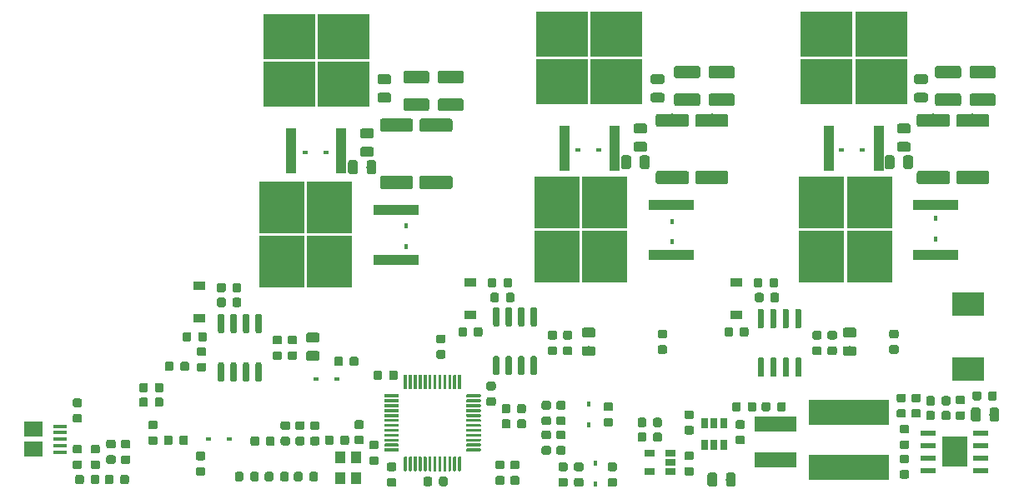
<source format=gbr>
G04 #@! TF.GenerationSoftware,KiCad,Pcbnew,(5.1.2)-2*
G04 #@! TF.CreationDate,2020-09-08T19:50:00+01:00*
G04 #@! TF.ProjectId,INV_Board,494e565f-426f-4617-9264-2e6b69636164,rev?*
G04 #@! TF.SameCoordinates,Original*
G04 #@! TF.FileFunction,Paste,Top*
G04 #@! TF.FilePolarity,Positive*
%FSLAX46Y46*%
G04 Gerber Fmt 4.6, Leading zero omitted, Abs format (unit mm)*
G04 Created by KiCad (PCBNEW (5.1.2)-2) date 2020-09-08 19:50:00*
%MOMM*%
%LPD*%
G04 APERTURE LIST*
%ADD10C,0.100000*%
%ADD11C,0.875000*%
%ADD12C,1.350000*%
%ADD13C,0.975000*%
%ADD14R,0.650000X1.060000*%
%ADD15R,1.060000X0.650000*%
%ADD16R,4.200000X1.500000*%
%ADD17C,1.250000*%
%ADD18R,3.300000X2.400000*%
%ADD19R,0.450000X0.600000*%
%ADD20R,0.600000X0.450000*%
%ADD21R,4.550000X5.250000*%
%ADD22R,4.600000X1.100000*%
%ADD23R,1.100000X1.300000*%
%ADD24R,1.900000X1.500000*%
%ADD25R,1.350000X0.400000*%
%ADD26R,1.200000X0.900000*%
%ADD27R,8.200000X2.600000*%
%ADD28C,0.600000*%
%ADD29R,5.250000X4.550000*%
%ADD30R,1.100000X4.600000*%
%ADD31C,0.300000*%
%ADD32R,2.600000X3.100000*%
%ADD33R,1.550000X0.600000*%
G04 APERTURE END LIST*
D10*
G36*
X136027691Y-70063553D02*
G01*
X136048926Y-70066703D01*
X136069750Y-70071919D01*
X136089962Y-70079151D01*
X136109368Y-70088330D01*
X136127781Y-70099366D01*
X136145024Y-70112154D01*
X136160930Y-70126570D01*
X136175346Y-70142476D01*
X136188134Y-70159719D01*
X136199170Y-70178132D01*
X136208349Y-70197538D01*
X136215581Y-70217750D01*
X136220797Y-70238574D01*
X136223947Y-70259809D01*
X136225000Y-70281250D01*
X136225000Y-70718750D01*
X136223947Y-70740191D01*
X136220797Y-70761426D01*
X136215581Y-70782250D01*
X136208349Y-70802462D01*
X136199170Y-70821868D01*
X136188134Y-70840281D01*
X136175346Y-70857524D01*
X136160930Y-70873430D01*
X136145024Y-70887846D01*
X136127781Y-70900634D01*
X136109368Y-70911670D01*
X136089962Y-70920849D01*
X136069750Y-70928081D01*
X136048926Y-70933297D01*
X136027691Y-70936447D01*
X136006250Y-70937500D01*
X135493750Y-70937500D01*
X135472309Y-70936447D01*
X135451074Y-70933297D01*
X135430250Y-70928081D01*
X135410038Y-70920849D01*
X135390632Y-70911670D01*
X135372219Y-70900634D01*
X135354976Y-70887846D01*
X135339070Y-70873430D01*
X135324654Y-70857524D01*
X135311866Y-70840281D01*
X135300830Y-70821868D01*
X135291651Y-70802462D01*
X135284419Y-70782250D01*
X135279203Y-70761426D01*
X135276053Y-70740191D01*
X135275000Y-70718750D01*
X135275000Y-70281250D01*
X135276053Y-70259809D01*
X135279203Y-70238574D01*
X135284419Y-70217750D01*
X135291651Y-70197538D01*
X135300830Y-70178132D01*
X135311866Y-70159719D01*
X135324654Y-70142476D01*
X135339070Y-70126570D01*
X135354976Y-70112154D01*
X135372219Y-70099366D01*
X135390632Y-70088330D01*
X135410038Y-70079151D01*
X135430250Y-70071919D01*
X135451074Y-70066703D01*
X135472309Y-70063553D01*
X135493750Y-70062500D01*
X136006250Y-70062500D01*
X136027691Y-70063553D01*
X136027691Y-70063553D01*
G37*
D11*
X135750000Y-70500000D03*
D10*
G36*
X136027691Y-68488553D02*
G01*
X136048926Y-68491703D01*
X136069750Y-68496919D01*
X136089962Y-68504151D01*
X136109368Y-68513330D01*
X136127781Y-68524366D01*
X136145024Y-68537154D01*
X136160930Y-68551570D01*
X136175346Y-68567476D01*
X136188134Y-68584719D01*
X136199170Y-68603132D01*
X136208349Y-68622538D01*
X136215581Y-68642750D01*
X136220797Y-68663574D01*
X136223947Y-68684809D01*
X136225000Y-68706250D01*
X136225000Y-69143750D01*
X136223947Y-69165191D01*
X136220797Y-69186426D01*
X136215581Y-69207250D01*
X136208349Y-69227462D01*
X136199170Y-69246868D01*
X136188134Y-69265281D01*
X136175346Y-69282524D01*
X136160930Y-69298430D01*
X136145024Y-69312846D01*
X136127781Y-69325634D01*
X136109368Y-69336670D01*
X136089962Y-69345849D01*
X136069750Y-69353081D01*
X136048926Y-69358297D01*
X136027691Y-69361447D01*
X136006250Y-69362500D01*
X135493750Y-69362500D01*
X135472309Y-69361447D01*
X135451074Y-69358297D01*
X135430250Y-69353081D01*
X135410038Y-69345849D01*
X135390632Y-69336670D01*
X135372219Y-69325634D01*
X135354976Y-69312846D01*
X135339070Y-69298430D01*
X135324654Y-69282524D01*
X135311866Y-69265281D01*
X135300830Y-69246868D01*
X135291651Y-69227462D01*
X135284419Y-69207250D01*
X135279203Y-69186426D01*
X135276053Y-69165191D01*
X135275000Y-69143750D01*
X135275000Y-68706250D01*
X135276053Y-68684809D01*
X135279203Y-68663574D01*
X135284419Y-68642750D01*
X135291651Y-68622538D01*
X135300830Y-68603132D01*
X135311866Y-68584719D01*
X135324654Y-68567476D01*
X135339070Y-68551570D01*
X135354976Y-68537154D01*
X135372219Y-68524366D01*
X135390632Y-68513330D01*
X135410038Y-68504151D01*
X135430250Y-68496919D01*
X135451074Y-68491703D01*
X135472309Y-68488553D01*
X135493750Y-68487500D01*
X136006250Y-68487500D01*
X136027691Y-68488553D01*
X136027691Y-68488553D01*
G37*
D11*
X135750000Y-68925000D03*
D10*
G36*
X89852691Y-69326053D02*
G01*
X89873926Y-69329203D01*
X89894750Y-69334419D01*
X89914962Y-69341651D01*
X89934368Y-69350830D01*
X89952781Y-69361866D01*
X89970024Y-69374654D01*
X89985930Y-69389070D01*
X90000346Y-69404976D01*
X90013134Y-69422219D01*
X90024170Y-69440632D01*
X90033349Y-69460038D01*
X90040581Y-69480250D01*
X90045797Y-69501074D01*
X90048947Y-69522309D01*
X90050000Y-69543750D01*
X90050000Y-70056250D01*
X90048947Y-70077691D01*
X90045797Y-70098926D01*
X90040581Y-70119750D01*
X90033349Y-70139962D01*
X90024170Y-70159368D01*
X90013134Y-70177781D01*
X90000346Y-70195024D01*
X89985930Y-70210930D01*
X89970024Y-70225346D01*
X89952781Y-70238134D01*
X89934368Y-70249170D01*
X89914962Y-70258349D01*
X89894750Y-70265581D01*
X89873926Y-70270797D01*
X89852691Y-70273947D01*
X89831250Y-70275000D01*
X89393750Y-70275000D01*
X89372309Y-70273947D01*
X89351074Y-70270797D01*
X89330250Y-70265581D01*
X89310038Y-70258349D01*
X89290632Y-70249170D01*
X89272219Y-70238134D01*
X89254976Y-70225346D01*
X89239070Y-70210930D01*
X89224654Y-70195024D01*
X89211866Y-70177781D01*
X89200830Y-70159368D01*
X89191651Y-70139962D01*
X89184419Y-70119750D01*
X89179203Y-70098926D01*
X89176053Y-70077691D01*
X89175000Y-70056250D01*
X89175000Y-69543750D01*
X89176053Y-69522309D01*
X89179203Y-69501074D01*
X89184419Y-69480250D01*
X89191651Y-69460038D01*
X89200830Y-69440632D01*
X89211866Y-69422219D01*
X89224654Y-69404976D01*
X89239070Y-69389070D01*
X89254976Y-69374654D01*
X89272219Y-69361866D01*
X89290632Y-69350830D01*
X89310038Y-69341651D01*
X89330250Y-69334419D01*
X89351074Y-69329203D01*
X89372309Y-69326053D01*
X89393750Y-69325000D01*
X89831250Y-69325000D01*
X89852691Y-69326053D01*
X89852691Y-69326053D01*
G37*
D11*
X89612500Y-69800000D03*
D10*
G36*
X91427691Y-69326053D02*
G01*
X91448926Y-69329203D01*
X91469750Y-69334419D01*
X91489962Y-69341651D01*
X91509368Y-69350830D01*
X91527781Y-69361866D01*
X91545024Y-69374654D01*
X91560930Y-69389070D01*
X91575346Y-69404976D01*
X91588134Y-69422219D01*
X91599170Y-69440632D01*
X91608349Y-69460038D01*
X91615581Y-69480250D01*
X91620797Y-69501074D01*
X91623947Y-69522309D01*
X91625000Y-69543750D01*
X91625000Y-70056250D01*
X91623947Y-70077691D01*
X91620797Y-70098926D01*
X91615581Y-70119750D01*
X91608349Y-70139962D01*
X91599170Y-70159368D01*
X91588134Y-70177781D01*
X91575346Y-70195024D01*
X91560930Y-70210930D01*
X91545024Y-70225346D01*
X91527781Y-70238134D01*
X91509368Y-70249170D01*
X91489962Y-70258349D01*
X91469750Y-70265581D01*
X91448926Y-70270797D01*
X91427691Y-70273947D01*
X91406250Y-70275000D01*
X90968750Y-70275000D01*
X90947309Y-70273947D01*
X90926074Y-70270797D01*
X90905250Y-70265581D01*
X90885038Y-70258349D01*
X90865632Y-70249170D01*
X90847219Y-70238134D01*
X90829976Y-70225346D01*
X90814070Y-70210930D01*
X90799654Y-70195024D01*
X90786866Y-70177781D01*
X90775830Y-70159368D01*
X90766651Y-70139962D01*
X90759419Y-70119750D01*
X90754203Y-70098926D01*
X90751053Y-70077691D01*
X90750000Y-70056250D01*
X90750000Y-69543750D01*
X90751053Y-69522309D01*
X90754203Y-69501074D01*
X90759419Y-69480250D01*
X90766651Y-69460038D01*
X90775830Y-69440632D01*
X90786866Y-69422219D01*
X90799654Y-69404976D01*
X90814070Y-69389070D01*
X90829976Y-69374654D01*
X90847219Y-69361866D01*
X90865632Y-69350830D01*
X90885038Y-69341651D01*
X90905250Y-69334419D01*
X90926074Y-69329203D01*
X90947309Y-69326053D01*
X90968750Y-69325000D01*
X91406250Y-69325000D01*
X91427691Y-69326053D01*
X91427691Y-69326053D01*
G37*
D11*
X91187500Y-69800000D03*
D10*
G36*
X91427691Y-70876053D02*
G01*
X91448926Y-70879203D01*
X91469750Y-70884419D01*
X91489962Y-70891651D01*
X91509368Y-70900830D01*
X91527781Y-70911866D01*
X91545024Y-70924654D01*
X91560930Y-70939070D01*
X91575346Y-70954976D01*
X91588134Y-70972219D01*
X91599170Y-70990632D01*
X91608349Y-71010038D01*
X91615581Y-71030250D01*
X91620797Y-71051074D01*
X91623947Y-71072309D01*
X91625000Y-71093750D01*
X91625000Y-71606250D01*
X91623947Y-71627691D01*
X91620797Y-71648926D01*
X91615581Y-71669750D01*
X91608349Y-71689962D01*
X91599170Y-71709368D01*
X91588134Y-71727781D01*
X91575346Y-71745024D01*
X91560930Y-71760930D01*
X91545024Y-71775346D01*
X91527781Y-71788134D01*
X91509368Y-71799170D01*
X91489962Y-71808349D01*
X91469750Y-71815581D01*
X91448926Y-71820797D01*
X91427691Y-71823947D01*
X91406250Y-71825000D01*
X90968750Y-71825000D01*
X90947309Y-71823947D01*
X90926074Y-71820797D01*
X90905250Y-71815581D01*
X90885038Y-71808349D01*
X90865632Y-71799170D01*
X90847219Y-71788134D01*
X90829976Y-71775346D01*
X90814070Y-71760930D01*
X90799654Y-71745024D01*
X90786866Y-71727781D01*
X90775830Y-71709368D01*
X90766651Y-71689962D01*
X90759419Y-71669750D01*
X90754203Y-71648926D01*
X90751053Y-71627691D01*
X90750000Y-71606250D01*
X90750000Y-71093750D01*
X90751053Y-71072309D01*
X90754203Y-71051074D01*
X90759419Y-71030250D01*
X90766651Y-71010038D01*
X90775830Y-70990632D01*
X90786866Y-70972219D01*
X90799654Y-70954976D01*
X90814070Y-70939070D01*
X90829976Y-70924654D01*
X90847219Y-70911866D01*
X90865632Y-70900830D01*
X90885038Y-70891651D01*
X90905250Y-70884419D01*
X90926074Y-70879203D01*
X90947309Y-70876053D01*
X90968750Y-70875000D01*
X91406250Y-70875000D01*
X91427691Y-70876053D01*
X91427691Y-70876053D01*
G37*
D11*
X91187500Y-71350000D03*
D10*
G36*
X89852691Y-70876053D02*
G01*
X89873926Y-70879203D01*
X89894750Y-70884419D01*
X89914962Y-70891651D01*
X89934368Y-70900830D01*
X89952781Y-70911866D01*
X89970024Y-70924654D01*
X89985930Y-70939070D01*
X90000346Y-70954976D01*
X90013134Y-70972219D01*
X90024170Y-70990632D01*
X90033349Y-71010038D01*
X90040581Y-71030250D01*
X90045797Y-71051074D01*
X90048947Y-71072309D01*
X90050000Y-71093750D01*
X90050000Y-71606250D01*
X90048947Y-71627691D01*
X90045797Y-71648926D01*
X90040581Y-71669750D01*
X90033349Y-71689962D01*
X90024170Y-71709368D01*
X90013134Y-71727781D01*
X90000346Y-71745024D01*
X89985930Y-71760930D01*
X89970024Y-71775346D01*
X89952781Y-71788134D01*
X89934368Y-71799170D01*
X89914962Y-71808349D01*
X89894750Y-71815581D01*
X89873926Y-71820797D01*
X89852691Y-71823947D01*
X89831250Y-71825000D01*
X89393750Y-71825000D01*
X89372309Y-71823947D01*
X89351074Y-71820797D01*
X89330250Y-71815581D01*
X89310038Y-71808349D01*
X89290632Y-71799170D01*
X89272219Y-71788134D01*
X89254976Y-71775346D01*
X89239070Y-71760930D01*
X89224654Y-71745024D01*
X89211866Y-71727781D01*
X89200830Y-71709368D01*
X89191651Y-71689962D01*
X89184419Y-71669750D01*
X89179203Y-71648926D01*
X89176053Y-71627691D01*
X89175000Y-71606250D01*
X89175000Y-71093750D01*
X89176053Y-71072309D01*
X89179203Y-71051074D01*
X89184419Y-71030250D01*
X89191651Y-71010038D01*
X89200830Y-70990632D01*
X89211866Y-70972219D01*
X89224654Y-70954976D01*
X89239070Y-70939070D01*
X89254976Y-70924654D01*
X89272219Y-70911866D01*
X89290632Y-70900830D01*
X89310038Y-70891651D01*
X89330250Y-70884419D01*
X89351074Y-70879203D01*
X89372309Y-70876053D01*
X89393750Y-70875000D01*
X89831250Y-70875000D01*
X89852691Y-70876053D01*
X89852691Y-70876053D01*
G37*
D11*
X89612500Y-71350000D03*
D10*
G36*
X74977691Y-70976053D02*
G01*
X74998926Y-70979203D01*
X75019750Y-70984419D01*
X75039962Y-70991651D01*
X75059368Y-71000830D01*
X75077781Y-71011866D01*
X75095024Y-71024654D01*
X75110930Y-71039070D01*
X75125346Y-71054976D01*
X75138134Y-71072219D01*
X75149170Y-71090632D01*
X75158349Y-71110038D01*
X75165581Y-71130250D01*
X75170797Y-71151074D01*
X75173947Y-71172309D01*
X75175000Y-71193750D01*
X75175000Y-71631250D01*
X75173947Y-71652691D01*
X75170797Y-71673926D01*
X75165581Y-71694750D01*
X75158349Y-71714962D01*
X75149170Y-71734368D01*
X75138134Y-71752781D01*
X75125346Y-71770024D01*
X75110930Y-71785930D01*
X75095024Y-71800346D01*
X75077781Y-71813134D01*
X75059368Y-71824170D01*
X75039962Y-71833349D01*
X75019750Y-71840581D01*
X74998926Y-71845797D01*
X74977691Y-71848947D01*
X74956250Y-71850000D01*
X74443750Y-71850000D01*
X74422309Y-71848947D01*
X74401074Y-71845797D01*
X74380250Y-71840581D01*
X74360038Y-71833349D01*
X74340632Y-71824170D01*
X74322219Y-71813134D01*
X74304976Y-71800346D01*
X74289070Y-71785930D01*
X74274654Y-71770024D01*
X74261866Y-71752781D01*
X74250830Y-71734368D01*
X74241651Y-71714962D01*
X74234419Y-71694750D01*
X74229203Y-71673926D01*
X74226053Y-71652691D01*
X74225000Y-71631250D01*
X74225000Y-71193750D01*
X74226053Y-71172309D01*
X74229203Y-71151074D01*
X74234419Y-71130250D01*
X74241651Y-71110038D01*
X74250830Y-71090632D01*
X74261866Y-71072219D01*
X74274654Y-71054976D01*
X74289070Y-71039070D01*
X74304976Y-71024654D01*
X74322219Y-71011866D01*
X74340632Y-71000830D01*
X74360038Y-70991651D01*
X74380250Y-70984419D01*
X74401074Y-70979203D01*
X74422309Y-70976053D01*
X74443750Y-70975000D01*
X74956250Y-70975000D01*
X74977691Y-70976053D01*
X74977691Y-70976053D01*
G37*
D11*
X74700000Y-71412500D03*
D10*
G36*
X74977691Y-72551053D02*
G01*
X74998926Y-72554203D01*
X75019750Y-72559419D01*
X75039962Y-72566651D01*
X75059368Y-72575830D01*
X75077781Y-72586866D01*
X75095024Y-72599654D01*
X75110930Y-72614070D01*
X75125346Y-72629976D01*
X75138134Y-72647219D01*
X75149170Y-72665632D01*
X75158349Y-72685038D01*
X75165581Y-72705250D01*
X75170797Y-72726074D01*
X75173947Y-72747309D01*
X75175000Y-72768750D01*
X75175000Y-73206250D01*
X75173947Y-73227691D01*
X75170797Y-73248926D01*
X75165581Y-73269750D01*
X75158349Y-73289962D01*
X75149170Y-73309368D01*
X75138134Y-73327781D01*
X75125346Y-73345024D01*
X75110930Y-73360930D01*
X75095024Y-73375346D01*
X75077781Y-73388134D01*
X75059368Y-73399170D01*
X75039962Y-73408349D01*
X75019750Y-73415581D01*
X74998926Y-73420797D01*
X74977691Y-73423947D01*
X74956250Y-73425000D01*
X74443750Y-73425000D01*
X74422309Y-73423947D01*
X74401074Y-73420797D01*
X74380250Y-73415581D01*
X74360038Y-73408349D01*
X74340632Y-73399170D01*
X74322219Y-73388134D01*
X74304976Y-73375346D01*
X74289070Y-73360930D01*
X74274654Y-73345024D01*
X74261866Y-73327781D01*
X74250830Y-73309368D01*
X74241651Y-73289962D01*
X74234419Y-73269750D01*
X74229203Y-73248926D01*
X74226053Y-73227691D01*
X74225000Y-73206250D01*
X74225000Y-72768750D01*
X74226053Y-72747309D01*
X74229203Y-72726074D01*
X74234419Y-72705250D01*
X74241651Y-72685038D01*
X74250830Y-72665632D01*
X74261866Y-72647219D01*
X74274654Y-72629976D01*
X74289070Y-72614070D01*
X74304976Y-72599654D01*
X74322219Y-72586866D01*
X74340632Y-72575830D01*
X74360038Y-72566651D01*
X74380250Y-72559419D01*
X74401074Y-72554203D01*
X74422309Y-72551053D01*
X74443750Y-72550000D01*
X74956250Y-72550000D01*
X74977691Y-72551053D01*
X74977691Y-72551053D01*
G37*
D11*
X74700000Y-72987500D03*
D10*
G36*
X70477691Y-72651053D02*
G01*
X70498926Y-72654203D01*
X70519750Y-72659419D01*
X70539962Y-72666651D01*
X70559368Y-72675830D01*
X70577781Y-72686866D01*
X70595024Y-72699654D01*
X70610930Y-72714070D01*
X70625346Y-72729976D01*
X70638134Y-72747219D01*
X70649170Y-72765632D01*
X70658349Y-72785038D01*
X70665581Y-72805250D01*
X70670797Y-72826074D01*
X70673947Y-72847309D01*
X70675000Y-72868750D01*
X70675000Y-73306250D01*
X70673947Y-73327691D01*
X70670797Y-73348926D01*
X70665581Y-73369750D01*
X70658349Y-73389962D01*
X70649170Y-73409368D01*
X70638134Y-73427781D01*
X70625346Y-73445024D01*
X70610930Y-73460930D01*
X70595024Y-73475346D01*
X70577781Y-73488134D01*
X70559368Y-73499170D01*
X70539962Y-73508349D01*
X70519750Y-73515581D01*
X70498926Y-73520797D01*
X70477691Y-73523947D01*
X70456250Y-73525000D01*
X69943750Y-73525000D01*
X69922309Y-73523947D01*
X69901074Y-73520797D01*
X69880250Y-73515581D01*
X69860038Y-73508349D01*
X69840632Y-73499170D01*
X69822219Y-73488134D01*
X69804976Y-73475346D01*
X69789070Y-73460930D01*
X69774654Y-73445024D01*
X69761866Y-73427781D01*
X69750830Y-73409368D01*
X69741651Y-73389962D01*
X69734419Y-73369750D01*
X69729203Y-73348926D01*
X69726053Y-73327691D01*
X69725000Y-73306250D01*
X69725000Y-72868750D01*
X69726053Y-72847309D01*
X69729203Y-72826074D01*
X69734419Y-72805250D01*
X69741651Y-72785038D01*
X69750830Y-72765632D01*
X69761866Y-72747219D01*
X69774654Y-72729976D01*
X69789070Y-72714070D01*
X69804976Y-72699654D01*
X69822219Y-72686866D01*
X69840632Y-72675830D01*
X69860038Y-72666651D01*
X69880250Y-72659419D01*
X69901074Y-72654203D01*
X69922309Y-72651053D01*
X69943750Y-72650000D01*
X70456250Y-72650000D01*
X70477691Y-72651053D01*
X70477691Y-72651053D01*
G37*
D11*
X70200000Y-73087500D03*
D10*
G36*
X70477691Y-71076053D02*
G01*
X70498926Y-71079203D01*
X70519750Y-71084419D01*
X70539962Y-71091651D01*
X70559368Y-71100830D01*
X70577781Y-71111866D01*
X70595024Y-71124654D01*
X70610930Y-71139070D01*
X70625346Y-71154976D01*
X70638134Y-71172219D01*
X70649170Y-71190632D01*
X70658349Y-71210038D01*
X70665581Y-71230250D01*
X70670797Y-71251074D01*
X70673947Y-71272309D01*
X70675000Y-71293750D01*
X70675000Y-71731250D01*
X70673947Y-71752691D01*
X70670797Y-71773926D01*
X70665581Y-71794750D01*
X70658349Y-71814962D01*
X70649170Y-71834368D01*
X70638134Y-71852781D01*
X70625346Y-71870024D01*
X70610930Y-71885930D01*
X70595024Y-71900346D01*
X70577781Y-71913134D01*
X70559368Y-71924170D01*
X70539962Y-71933349D01*
X70519750Y-71940581D01*
X70498926Y-71945797D01*
X70477691Y-71948947D01*
X70456250Y-71950000D01*
X69943750Y-71950000D01*
X69922309Y-71948947D01*
X69901074Y-71945797D01*
X69880250Y-71940581D01*
X69860038Y-71933349D01*
X69840632Y-71924170D01*
X69822219Y-71913134D01*
X69804976Y-71900346D01*
X69789070Y-71885930D01*
X69774654Y-71870024D01*
X69761866Y-71852781D01*
X69750830Y-71834368D01*
X69741651Y-71814962D01*
X69734419Y-71794750D01*
X69729203Y-71773926D01*
X69726053Y-71752691D01*
X69725000Y-71731250D01*
X69725000Y-71293750D01*
X69726053Y-71272309D01*
X69729203Y-71251074D01*
X69734419Y-71230250D01*
X69741651Y-71210038D01*
X69750830Y-71190632D01*
X69761866Y-71172219D01*
X69774654Y-71154976D01*
X69789070Y-71139070D01*
X69804976Y-71124654D01*
X69822219Y-71111866D01*
X69840632Y-71100830D01*
X69860038Y-71091651D01*
X69880250Y-71084419D01*
X69901074Y-71079203D01*
X69922309Y-71076053D01*
X69943750Y-71075000D01*
X70456250Y-71075000D01*
X70477691Y-71076053D01*
X70477691Y-71076053D01*
G37*
D11*
X70200000Y-71512500D03*
D10*
G36*
X67477691Y-72651053D02*
G01*
X67498926Y-72654203D01*
X67519750Y-72659419D01*
X67539962Y-72666651D01*
X67559368Y-72675830D01*
X67577781Y-72686866D01*
X67595024Y-72699654D01*
X67610930Y-72714070D01*
X67625346Y-72729976D01*
X67638134Y-72747219D01*
X67649170Y-72765632D01*
X67658349Y-72785038D01*
X67665581Y-72805250D01*
X67670797Y-72826074D01*
X67673947Y-72847309D01*
X67675000Y-72868750D01*
X67675000Y-73306250D01*
X67673947Y-73327691D01*
X67670797Y-73348926D01*
X67665581Y-73369750D01*
X67658349Y-73389962D01*
X67649170Y-73409368D01*
X67638134Y-73427781D01*
X67625346Y-73445024D01*
X67610930Y-73460930D01*
X67595024Y-73475346D01*
X67577781Y-73488134D01*
X67559368Y-73499170D01*
X67539962Y-73508349D01*
X67519750Y-73515581D01*
X67498926Y-73520797D01*
X67477691Y-73523947D01*
X67456250Y-73525000D01*
X66943750Y-73525000D01*
X66922309Y-73523947D01*
X66901074Y-73520797D01*
X66880250Y-73515581D01*
X66860038Y-73508349D01*
X66840632Y-73499170D01*
X66822219Y-73488134D01*
X66804976Y-73475346D01*
X66789070Y-73460930D01*
X66774654Y-73445024D01*
X66761866Y-73427781D01*
X66750830Y-73409368D01*
X66741651Y-73389962D01*
X66734419Y-73369750D01*
X66729203Y-73348926D01*
X66726053Y-73327691D01*
X66725000Y-73306250D01*
X66725000Y-72868750D01*
X66726053Y-72847309D01*
X66729203Y-72826074D01*
X66734419Y-72805250D01*
X66741651Y-72785038D01*
X66750830Y-72765632D01*
X66761866Y-72747219D01*
X66774654Y-72729976D01*
X66789070Y-72714070D01*
X66804976Y-72699654D01*
X66822219Y-72686866D01*
X66840632Y-72675830D01*
X66860038Y-72666651D01*
X66880250Y-72659419D01*
X66901074Y-72654203D01*
X66922309Y-72651053D01*
X66943750Y-72650000D01*
X67456250Y-72650000D01*
X67477691Y-72651053D01*
X67477691Y-72651053D01*
G37*
D11*
X67200000Y-73087500D03*
D10*
G36*
X67477691Y-71076053D02*
G01*
X67498926Y-71079203D01*
X67519750Y-71084419D01*
X67539962Y-71091651D01*
X67559368Y-71100830D01*
X67577781Y-71111866D01*
X67595024Y-71124654D01*
X67610930Y-71139070D01*
X67625346Y-71154976D01*
X67638134Y-71172219D01*
X67649170Y-71190632D01*
X67658349Y-71210038D01*
X67665581Y-71230250D01*
X67670797Y-71251074D01*
X67673947Y-71272309D01*
X67675000Y-71293750D01*
X67675000Y-71731250D01*
X67673947Y-71752691D01*
X67670797Y-71773926D01*
X67665581Y-71794750D01*
X67658349Y-71814962D01*
X67649170Y-71834368D01*
X67638134Y-71852781D01*
X67625346Y-71870024D01*
X67610930Y-71885930D01*
X67595024Y-71900346D01*
X67577781Y-71913134D01*
X67559368Y-71924170D01*
X67539962Y-71933349D01*
X67519750Y-71940581D01*
X67498926Y-71945797D01*
X67477691Y-71948947D01*
X67456250Y-71950000D01*
X66943750Y-71950000D01*
X66922309Y-71948947D01*
X66901074Y-71945797D01*
X66880250Y-71940581D01*
X66860038Y-71933349D01*
X66840632Y-71924170D01*
X66822219Y-71913134D01*
X66804976Y-71900346D01*
X66789070Y-71885930D01*
X66774654Y-71870024D01*
X66761866Y-71852781D01*
X66750830Y-71834368D01*
X66741651Y-71814962D01*
X66734419Y-71794750D01*
X66729203Y-71773926D01*
X66726053Y-71752691D01*
X66725000Y-71731250D01*
X66725000Y-71293750D01*
X66726053Y-71272309D01*
X66729203Y-71251074D01*
X66734419Y-71230250D01*
X66741651Y-71210038D01*
X66750830Y-71190632D01*
X66761866Y-71172219D01*
X66774654Y-71154976D01*
X66789070Y-71139070D01*
X66804976Y-71124654D01*
X66822219Y-71111866D01*
X66840632Y-71100830D01*
X66860038Y-71091651D01*
X66880250Y-71084419D01*
X66901074Y-71079203D01*
X66922309Y-71076053D01*
X66943750Y-71075000D01*
X67456250Y-71075000D01*
X67477691Y-71076053D01*
X67477691Y-71076053D01*
G37*
D11*
X67200000Y-71512500D03*
D10*
G36*
X58877691Y-75751053D02*
G01*
X58898926Y-75754203D01*
X58919750Y-75759419D01*
X58939962Y-75766651D01*
X58959368Y-75775830D01*
X58977781Y-75786866D01*
X58995024Y-75799654D01*
X59010930Y-75814070D01*
X59025346Y-75829976D01*
X59038134Y-75847219D01*
X59049170Y-75865632D01*
X59058349Y-75885038D01*
X59065581Y-75905250D01*
X59070797Y-75926074D01*
X59073947Y-75947309D01*
X59075000Y-75968750D01*
X59075000Y-76406250D01*
X59073947Y-76427691D01*
X59070797Y-76448926D01*
X59065581Y-76469750D01*
X59058349Y-76489962D01*
X59049170Y-76509368D01*
X59038134Y-76527781D01*
X59025346Y-76545024D01*
X59010930Y-76560930D01*
X58995024Y-76575346D01*
X58977781Y-76588134D01*
X58959368Y-76599170D01*
X58939962Y-76608349D01*
X58919750Y-76615581D01*
X58898926Y-76620797D01*
X58877691Y-76623947D01*
X58856250Y-76625000D01*
X58343750Y-76625000D01*
X58322309Y-76623947D01*
X58301074Y-76620797D01*
X58280250Y-76615581D01*
X58260038Y-76608349D01*
X58240632Y-76599170D01*
X58222219Y-76588134D01*
X58204976Y-76575346D01*
X58189070Y-76560930D01*
X58174654Y-76545024D01*
X58161866Y-76527781D01*
X58150830Y-76509368D01*
X58141651Y-76489962D01*
X58134419Y-76469750D01*
X58129203Y-76448926D01*
X58126053Y-76427691D01*
X58125000Y-76406250D01*
X58125000Y-75968750D01*
X58126053Y-75947309D01*
X58129203Y-75926074D01*
X58134419Y-75905250D01*
X58141651Y-75885038D01*
X58150830Y-75865632D01*
X58161866Y-75847219D01*
X58174654Y-75829976D01*
X58189070Y-75814070D01*
X58204976Y-75799654D01*
X58222219Y-75786866D01*
X58240632Y-75775830D01*
X58260038Y-75766651D01*
X58280250Y-75759419D01*
X58301074Y-75754203D01*
X58322309Y-75751053D01*
X58343750Y-75750000D01*
X58856250Y-75750000D01*
X58877691Y-75751053D01*
X58877691Y-75751053D01*
G37*
D11*
X58600000Y-76187500D03*
D10*
G36*
X58877691Y-74176053D02*
G01*
X58898926Y-74179203D01*
X58919750Y-74184419D01*
X58939962Y-74191651D01*
X58959368Y-74200830D01*
X58977781Y-74211866D01*
X58995024Y-74224654D01*
X59010930Y-74239070D01*
X59025346Y-74254976D01*
X59038134Y-74272219D01*
X59049170Y-74290632D01*
X59058349Y-74310038D01*
X59065581Y-74330250D01*
X59070797Y-74351074D01*
X59073947Y-74372309D01*
X59075000Y-74393750D01*
X59075000Y-74831250D01*
X59073947Y-74852691D01*
X59070797Y-74873926D01*
X59065581Y-74894750D01*
X59058349Y-74914962D01*
X59049170Y-74934368D01*
X59038134Y-74952781D01*
X59025346Y-74970024D01*
X59010930Y-74985930D01*
X58995024Y-75000346D01*
X58977781Y-75013134D01*
X58959368Y-75024170D01*
X58939962Y-75033349D01*
X58919750Y-75040581D01*
X58898926Y-75045797D01*
X58877691Y-75048947D01*
X58856250Y-75050000D01*
X58343750Y-75050000D01*
X58322309Y-75048947D01*
X58301074Y-75045797D01*
X58280250Y-75040581D01*
X58260038Y-75033349D01*
X58240632Y-75024170D01*
X58222219Y-75013134D01*
X58204976Y-75000346D01*
X58189070Y-74985930D01*
X58174654Y-74970024D01*
X58161866Y-74952781D01*
X58150830Y-74934368D01*
X58141651Y-74914962D01*
X58134419Y-74894750D01*
X58129203Y-74873926D01*
X58126053Y-74852691D01*
X58125000Y-74831250D01*
X58125000Y-74393750D01*
X58126053Y-74372309D01*
X58129203Y-74351074D01*
X58134419Y-74330250D01*
X58141651Y-74310038D01*
X58150830Y-74290632D01*
X58161866Y-74272219D01*
X58174654Y-74254976D01*
X58189070Y-74239070D01*
X58204976Y-74224654D01*
X58222219Y-74211866D01*
X58240632Y-74200830D01*
X58260038Y-74191651D01*
X58280250Y-74184419D01*
X58301074Y-74179203D01*
X58322309Y-74176053D01*
X58343750Y-74175000D01*
X58856250Y-74175000D01*
X58877691Y-74176053D01*
X58877691Y-74176053D01*
G37*
D11*
X58600000Y-74612500D03*
D10*
G36*
X83949505Y-40326204D02*
G01*
X83973773Y-40329804D01*
X83997572Y-40335765D01*
X84020671Y-40344030D01*
X84042850Y-40354520D01*
X84063893Y-40367132D01*
X84083599Y-40381747D01*
X84101777Y-40398223D01*
X84118253Y-40416401D01*
X84132868Y-40436107D01*
X84145480Y-40457150D01*
X84155970Y-40479329D01*
X84164235Y-40502428D01*
X84170196Y-40526227D01*
X84173796Y-40550495D01*
X84175000Y-40574999D01*
X84175000Y-41425001D01*
X84173796Y-41449505D01*
X84170196Y-41473773D01*
X84164235Y-41497572D01*
X84155970Y-41520671D01*
X84145480Y-41542850D01*
X84132868Y-41563893D01*
X84118253Y-41583599D01*
X84101777Y-41601777D01*
X84083599Y-41618253D01*
X84063893Y-41632868D01*
X84042850Y-41645480D01*
X84020671Y-41655970D01*
X83997572Y-41664235D01*
X83973773Y-41670196D01*
X83949505Y-41673796D01*
X83925001Y-41675000D01*
X81074999Y-41675000D01*
X81050495Y-41673796D01*
X81026227Y-41670196D01*
X81002428Y-41664235D01*
X80979329Y-41655970D01*
X80957150Y-41645480D01*
X80936107Y-41632868D01*
X80916401Y-41618253D01*
X80898223Y-41601777D01*
X80881747Y-41583599D01*
X80867132Y-41563893D01*
X80854520Y-41542850D01*
X80844030Y-41520671D01*
X80835765Y-41497572D01*
X80829804Y-41473773D01*
X80826204Y-41449505D01*
X80825000Y-41425001D01*
X80825000Y-40574999D01*
X80826204Y-40550495D01*
X80829804Y-40526227D01*
X80835765Y-40502428D01*
X80844030Y-40479329D01*
X80854520Y-40457150D01*
X80867132Y-40436107D01*
X80881747Y-40416401D01*
X80898223Y-40398223D01*
X80916401Y-40381747D01*
X80936107Y-40367132D01*
X80957150Y-40354520D01*
X80979329Y-40344030D01*
X81002428Y-40335765D01*
X81026227Y-40329804D01*
X81050495Y-40326204D01*
X81074999Y-40325000D01*
X83925001Y-40325000D01*
X83949505Y-40326204D01*
X83949505Y-40326204D01*
G37*
D12*
X82500000Y-41000000D03*
D10*
G36*
X83949505Y-46126204D02*
G01*
X83973773Y-46129804D01*
X83997572Y-46135765D01*
X84020671Y-46144030D01*
X84042850Y-46154520D01*
X84063893Y-46167132D01*
X84083599Y-46181747D01*
X84101777Y-46198223D01*
X84118253Y-46216401D01*
X84132868Y-46236107D01*
X84145480Y-46257150D01*
X84155970Y-46279329D01*
X84164235Y-46302428D01*
X84170196Y-46326227D01*
X84173796Y-46350495D01*
X84175000Y-46374999D01*
X84175000Y-47225001D01*
X84173796Y-47249505D01*
X84170196Y-47273773D01*
X84164235Y-47297572D01*
X84155970Y-47320671D01*
X84145480Y-47342850D01*
X84132868Y-47363893D01*
X84118253Y-47383599D01*
X84101777Y-47401777D01*
X84083599Y-47418253D01*
X84063893Y-47432868D01*
X84042850Y-47445480D01*
X84020671Y-47455970D01*
X83997572Y-47464235D01*
X83973773Y-47470196D01*
X83949505Y-47473796D01*
X83925001Y-47475000D01*
X81074999Y-47475000D01*
X81050495Y-47473796D01*
X81026227Y-47470196D01*
X81002428Y-47464235D01*
X80979329Y-47455970D01*
X80957150Y-47445480D01*
X80936107Y-47432868D01*
X80916401Y-47418253D01*
X80898223Y-47401777D01*
X80881747Y-47383599D01*
X80867132Y-47363893D01*
X80854520Y-47342850D01*
X80844030Y-47320671D01*
X80835765Y-47297572D01*
X80829804Y-47273773D01*
X80826204Y-47249505D01*
X80825000Y-47225001D01*
X80825000Y-46374999D01*
X80826204Y-46350495D01*
X80829804Y-46326227D01*
X80835765Y-46302428D01*
X80844030Y-46279329D01*
X80854520Y-46257150D01*
X80867132Y-46236107D01*
X80881747Y-46216401D01*
X80898223Y-46198223D01*
X80916401Y-46181747D01*
X80936107Y-46167132D01*
X80957150Y-46154520D01*
X80979329Y-46144030D01*
X81002428Y-46135765D01*
X81026227Y-46129804D01*
X81050495Y-46126204D01*
X81074999Y-46125000D01*
X83925001Y-46125000D01*
X83949505Y-46126204D01*
X83949505Y-46126204D01*
G37*
D12*
X82500000Y-46800000D03*
D10*
G36*
X111949505Y-39826204D02*
G01*
X111973773Y-39829804D01*
X111997572Y-39835765D01*
X112020671Y-39844030D01*
X112042850Y-39854520D01*
X112063893Y-39867132D01*
X112083599Y-39881747D01*
X112101777Y-39898223D01*
X112118253Y-39916401D01*
X112132868Y-39936107D01*
X112145480Y-39957150D01*
X112155970Y-39979329D01*
X112164235Y-40002428D01*
X112170196Y-40026227D01*
X112173796Y-40050495D01*
X112175000Y-40074999D01*
X112175000Y-40925001D01*
X112173796Y-40949505D01*
X112170196Y-40973773D01*
X112164235Y-40997572D01*
X112155970Y-41020671D01*
X112145480Y-41042850D01*
X112132868Y-41063893D01*
X112118253Y-41083599D01*
X112101777Y-41101777D01*
X112083599Y-41118253D01*
X112063893Y-41132868D01*
X112042850Y-41145480D01*
X112020671Y-41155970D01*
X111997572Y-41164235D01*
X111973773Y-41170196D01*
X111949505Y-41173796D01*
X111925001Y-41175000D01*
X109074999Y-41175000D01*
X109050495Y-41173796D01*
X109026227Y-41170196D01*
X109002428Y-41164235D01*
X108979329Y-41155970D01*
X108957150Y-41145480D01*
X108936107Y-41132868D01*
X108916401Y-41118253D01*
X108898223Y-41101777D01*
X108881747Y-41083599D01*
X108867132Y-41063893D01*
X108854520Y-41042850D01*
X108844030Y-41020671D01*
X108835765Y-40997572D01*
X108829804Y-40973773D01*
X108826204Y-40949505D01*
X108825000Y-40925001D01*
X108825000Y-40074999D01*
X108826204Y-40050495D01*
X108829804Y-40026227D01*
X108835765Y-40002428D01*
X108844030Y-39979329D01*
X108854520Y-39957150D01*
X108867132Y-39936107D01*
X108881747Y-39916401D01*
X108898223Y-39898223D01*
X108916401Y-39881747D01*
X108936107Y-39867132D01*
X108957150Y-39854520D01*
X108979329Y-39844030D01*
X109002428Y-39835765D01*
X109026227Y-39829804D01*
X109050495Y-39826204D01*
X109074999Y-39825000D01*
X111925001Y-39825000D01*
X111949505Y-39826204D01*
X111949505Y-39826204D01*
G37*
D12*
X110500000Y-40500000D03*
D10*
G36*
X111949505Y-45626204D02*
G01*
X111973773Y-45629804D01*
X111997572Y-45635765D01*
X112020671Y-45644030D01*
X112042850Y-45654520D01*
X112063893Y-45667132D01*
X112083599Y-45681747D01*
X112101777Y-45698223D01*
X112118253Y-45716401D01*
X112132868Y-45736107D01*
X112145480Y-45757150D01*
X112155970Y-45779329D01*
X112164235Y-45802428D01*
X112170196Y-45826227D01*
X112173796Y-45850495D01*
X112175000Y-45874999D01*
X112175000Y-46725001D01*
X112173796Y-46749505D01*
X112170196Y-46773773D01*
X112164235Y-46797572D01*
X112155970Y-46820671D01*
X112145480Y-46842850D01*
X112132868Y-46863893D01*
X112118253Y-46883599D01*
X112101777Y-46901777D01*
X112083599Y-46918253D01*
X112063893Y-46932868D01*
X112042850Y-46945480D01*
X112020671Y-46955970D01*
X111997572Y-46964235D01*
X111973773Y-46970196D01*
X111949505Y-46973796D01*
X111925001Y-46975000D01*
X109074999Y-46975000D01*
X109050495Y-46973796D01*
X109026227Y-46970196D01*
X109002428Y-46964235D01*
X108979329Y-46955970D01*
X108957150Y-46945480D01*
X108936107Y-46932868D01*
X108916401Y-46918253D01*
X108898223Y-46901777D01*
X108881747Y-46883599D01*
X108867132Y-46863893D01*
X108854520Y-46842850D01*
X108844030Y-46820671D01*
X108835765Y-46797572D01*
X108829804Y-46773773D01*
X108826204Y-46749505D01*
X108825000Y-46725001D01*
X108825000Y-45874999D01*
X108826204Y-45850495D01*
X108829804Y-45826227D01*
X108835765Y-45802428D01*
X108844030Y-45779329D01*
X108854520Y-45757150D01*
X108867132Y-45736107D01*
X108881747Y-45716401D01*
X108898223Y-45698223D01*
X108916401Y-45681747D01*
X108936107Y-45667132D01*
X108957150Y-45654520D01*
X108979329Y-45644030D01*
X109002428Y-45635765D01*
X109026227Y-45629804D01*
X109050495Y-45626204D01*
X109074999Y-45625000D01*
X111925001Y-45625000D01*
X111949505Y-45626204D01*
X111949505Y-45626204D01*
G37*
D12*
X110500000Y-46300000D03*
D10*
G36*
X138449505Y-39826204D02*
G01*
X138473773Y-39829804D01*
X138497572Y-39835765D01*
X138520671Y-39844030D01*
X138542850Y-39854520D01*
X138563893Y-39867132D01*
X138583599Y-39881747D01*
X138601777Y-39898223D01*
X138618253Y-39916401D01*
X138632868Y-39936107D01*
X138645480Y-39957150D01*
X138655970Y-39979329D01*
X138664235Y-40002428D01*
X138670196Y-40026227D01*
X138673796Y-40050495D01*
X138675000Y-40074999D01*
X138675000Y-40925001D01*
X138673796Y-40949505D01*
X138670196Y-40973773D01*
X138664235Y-40997572D01*
X138655970Y-41020671D01*
X138645480Y-41042850D01*
X138632868Y-41063893D01*
X138618253Y-41083599D01*
X138601777Y-41101777D01*
X138583599Y-41118253D01*
X138563893Y-41132868D01*
X138542850Y-41145480D01*
X138520671Y-41155970D01*
X138497572Y-41164235D01*
X138473773Y-41170196D01*
X138449505Y-41173796D01*
X138425001Y-41175000D01*
X135574999Y-41175000D01*
X135550495Y-41173796D01*
X135526227Y-41170196D01*
X135502428Y-41164235D01*
X135479329Y-41155970D01*
X135457150Y-41145480D01*
X135436107Y-41132868D01*
X135416401Y-41118253D01*
X135398223Y-41101777D01*
X135381747Y-41083599D01*
X135367132Y-41063893D01*
X135354520Y-41042850D01*
X135344030Y-41020671D01*
X135335765Y-40997572D01*
X135329804Y-40973773D01*
X135326204Y-40949505D01*
X135325000Y-40925001D01*
X135325000Y-40074999D01*
X135326204Y-40050495D01*
X135329804Y-40026227D01*
X135335765Y-40002428D01*
X135344030Y-39979329D01*
X135354520Y-39957150D01*
X135367132Y-39936107D01*
X135381747Y-39916401D01*
X135398223Y-39898223D01*
X135416401Y-39881747D01*
X135436107Y-39867132D01*
X135457150Y-39854520D01*
X135479329Y-39844030D01*
X135502428Y-39835765D01*
X135526227Y-39829804D01*
X135550495Y-39826204D01*
X135574999Y-39825000D01*
X138425001Y-39825000D01*
X138449505Y-39826204D01*
X138449505Y-39826204D01*
G37*
D12*
X137000000Y-40500000D03*
D10*
G36*
X138449505Y-45626204D02*
G01*
X138473773Y-45629804D01*
X138497572Y-45635765D01*
X138520671Y-45644030D01*
X138542850Y-45654520D01*
X138563893Y-45667132D01*
X138583599Y-45681747D01*
X138601777Y-45698223D01*
X138618253Y-45716401D01*
X138632868Y-45736107D01*
X138645480Y-45757150D01*
X138655970Y-45779329D01*
X138664235Y-45802428D01*
X138670196Y-45826227D01*
X138673796Y-45850495D01*
X138675000Y-45874999D01*
X138675000Y-46725001D01*
X138673796Y-46749505D01*
X138670196Y-46773773D01*
X138664235Y-46797572D01*
X138655970Y-46820671D01*
X138645480Y-46842850D01*
X138632868Y-46863893D01*
X138618253Y-46883599D01*
X138601777Y-46901777D01*
X138583599Y-46918253D01*
X138563893Y-46932868D01*
X138542850Y-46945480D01*
X138520671Y-46955970D01*
X138497572Y-46964235D01*
X138473773Y-46970196D01*
X138449505Y-46973796D01*
X138425001Y-46975000D01*
X135574999Y-46975000D01*
X135550495Y-46973796D01*
X135526227Y-46970196D01*
X135502428Y-46964235D01*
X135479329Y-46955970D01*
X135457150Y-46945480D01*
X135436107Y-46932868D01*
X135416401Y-46918253D01*
X135398223Y-46901777D01*
X135381747Y-46883599D01*
X135367132Y-46863893D01*
X135354520Y-46842850D01*
X135344030Y-46820671D01*
X135335765Y-46797572D01*
X135329804Y-46773773D01*
X135326204Y-46749505D01*
X135325000Y-46725001D01*
X135325000Y-45874999D01*
X135326204Y-45850495D01*
X135329804Y-45826227D01*
X135335765Y-45802428D01*
X135344030Y-45779329D01*
X135354520Y-45757150D01*
X135367132Y-45736107D01*
X135381747Y-45716401D01*
X135398223Y-45698223D01*
X135416401Y-45681747D01*
X135436107Y-45667132D01*
X135457150Y-45654520D01*
X135479329Y-45644030D01*
X135502428Y-45635765D01*
X135526227Y-45629804D01*
X135550495Y-45626204D01*
X135574999Y-45625000D01*
X138425001Y-45625000D01*
X138449505Y-45626204D01*
X138449505Y-45626204D01*
G37*
D12*
X137000000Y-46300000D03*
D10*
G36*
X79949505Y-40326204D02*
G01*
X79973773Y-40329804D01*
X79997572Y-40335765D01*
X80020671Y-40344030D01*
X80042850Y-40354520D01*
X80063893Y-40367132D01*
X80083599Y-40381747D01*
X80101777Y-40398223D01*
X80118253Y-40416401D01*
X80132868Y-40436107D01*
X80145480Y-40457150D01*
X80155970Y-40479329D01*
X80164235Y-40502428D01*
X80170196Y-40526227D01*
X80173796Y-40550495D01*
X80175000Y-40574999D01*
X80175000Y-41425001D01*
X80173796Y-41449505D01*
X80170196Y-41473773D01*
X80164235Y-41497572D01*
X80155970Y-41520671D01*
X80145480Y-41542850D01*
X80132868Y-41563893D01*
X80118253Y-41583599D01*
X80101777Y-41601777D01*
X80083599Y-41618253D01*
X80063893Y-41632868D01*
X80042850Y-41645480D01*
X80020671Y-41655970D01*
X79997572Y-41664235D01*
X79973773Y-41670196D01*
X79949505Y-41673796D01*
X79925001Y-41675000D01*
X77074999Y-41675000D01*
X77050495Y-41673796D01*
X77026227Y-41670196D01*
X77002428Y-41664235D01*
X76979329Y-41655970D01*
X76957150Y-41645480D01*
X76936107Y-41632868D01*
X76916401Y-41618253D01*
X76898223Y-41601777D01*
X76881747Y-41583599D01*
X76867132Y-41563893D01*
X76854520Y-41542850D01*
X76844030Y-41520671D01*
X76835765Y-41497572D01*
X76829804Y-41473773D01*
X76826204Y-41449505D01*
X76825000Y-41425001D01*
X76825000Y-40574999D01*
X76826204Y-40550495D01*
X76829804Y-40526227D01*
X76835765Y-40502428D01*
X76844030Y-40479329D01*
X76854520Y-40457150D01*
X76867132Y-40436107D01*
X76881747Y-40416401D01*
X76898223Y-40398223D01*
X76916401Y-40381747D01*
X76936107Y-40367132D01*
X76957150Y-40354520D01*
X76979329Y-40344030D01*
X77002428Y-40335765D01*
X77026227Y-40329804D01*
X77050495Y-40326204D01*
X77074999Y-40325000D01*
X79925001Y-40325000D01*
X79949505Y-40326204D01*
X79949505Y-40326204D01*
G37*
D12*
X78500000Y-41000000D03*
D10*
G36*
X79949505Y-46126204D02*
G01*
X79973773Y-46129804D01*
X79997572Y-46135765D01*
X80020671Y-46144030D01*
X80042850Y-46154520D01*
X80063893Y-46167132D01*
X80083599Y-46181747D01*
X80101777Y-46198223D01*
X80118253Y-46216401D01*
X80132868Y-46236107D01*
X80145480Y-46257150D01*
X80155970Y-46279329D01*
X80164235Y-46302428D01*
X80170196Y-46326227D01*
X80173796Y-46350495D01*
X80175000Y-46374999D01*
X80175000Y-47225001D01*
X80173796Y-47249505D01*
X80170196Y-47273773D01*
X80164235Y-47297572D01*
X80155970Y-47320671D01*
X80145480Y-47342850D01*
X80132868Y-47363893D01*
X80118253Y-47383599D01*
X80101777Y-47401777D01*
X80083599Y-47418253D01*
X80063893Y-47432868D01*
X80042850Y-47445480D01*
X80020671Y-47455970D01*
X79997572Y-47464235D01*
X79973773Y-47470196D01*
X79949505Y-47473796D01*
X79925001Y-47475000D01*
X77074999Y-47475000D01*
X77050495Y-47473796D01*
X77026227Y-47470196D01*
X77002428Y-47464235D01*
X76979329Y-47455970D01*
X76957150Y-47445480D01*
X76936107Y-47432868D01*
X76916401Y-47418253D01*
X76898223Y-47401777D01*
X76881747Y-47383599D01*
X76867132Y-47363893D01*
X76854520Y-47342850D01*
X76844030Y-47320671D01*
X76835765Y-47297572D01*
X76829804Y-47273773D01*
X76826204Y-47249505D01*
X76825000Y-47225001D01*
X76825000Y-46374999D01*
X76826204Y-46350495D01*
X76829804Y-46326227D01*
X76835765Y-46302428D01*
X76844030Y-46279329D01*
X76854520Y-46257150D01*
X76867132Y-46236107D01*
X76881747Y-46216401D01*
X76898223Y-46198223D01*
X76916401Y-46181747D01*
X76936107Y-46167132D01*
X76957150Y-46154520D01*
X76979329Y-46144030D01*
X77002428Y-46135765D01*
X77026227Y-46129804D01*
X77050495Y-46126204D01*
X77074999Y-46125000D01*
X79925001Y-46125000D01*
X79949505Y-46126204D01*
X79949505Y-46126204D01*
G37*
D12*
X78500000Y-46800000D03*
D10*
G36*
X107949505Y-39826204D02*
G01*
X107973773Y-39829804D01*
X107997572Y-39835765D01*
X108020671Y-39844030D01*
X108042850Y-39854520D01*
X108063893Y-39867132D01*
X108083599Y-39881747D01*
X108101777Y-39898223D01*
X108118253Y-39916401D01*
X108132868Y-39936107D01*
X108145480Y-39957150D01*
X108155970Y-39979329D01*
X108164235Y-40002428D01*
X108170196Y-40026227D01*
X108173796Y-40050495D01*
X108175000Y-40074999D01*
X108175000Y-40925001D01*
X108173796Y-40949505D01*
X108170196Y-40973773D01*
X108164235Y-40997572D01*
X108155970Y-41020671D01*
X108145480Y-41042850D01*
X108132868Y-41063893D01*
X108118253Y-41083599D01*
X108101777Y-41101777D01*
X108083599Y-41118253D01*
X108063893Y-41132868D01*
X108042850Y-41145480D01*
X108020671Y-41155970D01*
X107997572Y-41164235D01*
X107973773Y-41170196D01*
X107949505Y-41173796D01*
X107925001Y-41175000D01*
X105074999Y-41175000D01*
X105050495Y-41173796D01*
X105026227Y-41170196D01*
X105002428Y-41164235D01*
X104979329Y-41155970D01*
X104957150Y-41145480D01*
X104936107Y-41132868D01*
X104916401Y-41118253D01*
X104898223Y-41101777D01*
X104881747Y-41083599D01*
X104867132Y-41063893D01*
X104854520Y-41042850D01*
X104844030Y-41020671D01*
X104835765Y-40997572D01*
X104829804Y-40973773D01*
X104826204Y-40949505D01*
X104825000Y-40925001D01*
X104825000Y-40074999D01*
X104826204Y-40050495D01*
X104829804Y-40026227D01*
X104835765Y-40002428D01*
X104844030Y-39979329D01*
X104854520Y-39957150D01*
X104867132Y-39936107D01*
X104881747Y-39916401D01*
X104898223Y-39898223D01*
X104916401Y-39881747D01*
X104936107Y-39867132D01*
X104957150Y-39854520D01*
X104979329Y-39844030D01*
X105002428Y-39835765D01*
X105026227Y-39829804D01*
X105050495Y-39826204D01*
X105074999Y-39825000D01*
X107925001Y-39825000D01*
X107949505Y-39826204D01*
X107949505Y-39826204D01*
G37*
D12*
X106500000Y-40500000D03*
D10*
G36*
X107949505Y-45626204D02*
G01*
X107973773Y-45629804D01*
X107997572Y-45635765D01*
X108020671Y-45644030D01*
X108042850Y-45654520D01*
X108063893Y-45667132D01*
X108083599Y-45681747D01*
X108101777Y-45698223D01*
X108118253Y-45716401D01*
X108132868Y-45736107D01*
X108145480Y-45757150D01*
X108155970Y-45779329D01*
X108164235Y-45802428D01*
X108170196Y-45826227D01*
X108173796Y-45850495D01*
X108175000Y-45874999D01*
X108175000Y-46725001D01*
X108173796Y-46749505D01*
X108170196Y-46773773D01*
X108164235Y-46797572D01*
X108155970Y-46820671D01*
X108145480Y-46842850D01*
X108132868Y-46863893D01*
X108118253Y-46883599D01*
X108101777Y-46901777D01*
X108083599Y-46918253D01*
X108063893Y-46932868D01*
X108042850Y-46945480D01*
X108020671Y-46955970D01*
X107997572Y-46964235D01*
X107973773Y-46970196D01*
X107949505Y-46973796D01*
X107925001Y-46975000D01*
X105074999Y-46975000D01*
X105050495Y-46973796D01*
X105026227Y-46970196D01*
X105002428Y-46964235D01*
X104979329Y-46955970D01*
X104957150Y-46945480D01*
X104936107Y-46932868D01*
X104916401Y-46918253D01*
X104898223Y-46901777D01*
X104881747Y-46883599D01*
X104867132Y-46863893D01*
X104854520Y-46842850D01*
X104844030Y-46820671D01*
X104835765Y-46797572D01*
X104829804Y-46773773D01*
X104826204Y-46749505D01*
X104825000Y-46725001D01*
X104825000Y-45874999D01*
X104826204Y-45850495D01*
X104829804Y-45826227D01*
X104835765Y-45802428D01*
X104844030Y-45779329D01*
X104854520Y-45757150D01*
X104867132Y-45736107D01*
X104881747Y-45716401D01*
X104898223Y-45698223D01*
X104916401Y-45681747D01*
X104936107Y-45667132D01*
X104957150Y-45654520D01*
X104979329Y-45644030D01*
X105002428Y-45635765D01*
X105026227Y-45629804D01*
X105050495Y-45626204D01*
X105074999Y-45625000D01*
X107925001Y-45625000D01*
X107949505Y-45626204D01*
X107949505Y-45626204D01*
G37*
D12*
X106500000Y-46300000D03*
D10*
G36*
X134449505Y-39826204D02*
G01*
X134473773Y-39829804D01*
X134497572Y-39835765D01*
X134520671Y-39844030D01*
X134542850Y-39854520D01*
X134563893Y-39867132D01*
X134583599Y-39881747D01*
X134601777Y-39898223D01*
X134618253Y-39916401D01*
X134632868Y-39936107D01*
X134645480Y-39957150D01*
X134655970Y-39979329D01*
X134664235Y-40002428D01*
X134670196Y-40026227D01*
X134673796Y-40050495D01*
X134675000Y-40074999D01*
X134675000Y-40925001D01*
X134673796Y-40949505D01*
X134670196Y-40973773D01*
X134664235Y-40997572D01*
X134655970Y-41020671D01*
X134645480Y-41042850D01*
X134632868Y-41063893D01*
X134618253Y-41083599D01*
X134601777Y-41101777D01*
X134583599Y-41118253D01*
X134563893Y-41132868D01*
X134542850Y-41145480D01*
X134520671Y-41155970D01*
X134497572Y-41164235D01*
X134473773Y-41170196D01*
X134449505Y-41173796D01*
X134425001Y-41175000D01*
X131574999Y-41175000D01*
X131550495Y-41173796D01*
X131526227Y-41170196D01*
X131502428Y-41164235D01*
X131479329Y-41155970D01*
X131457150Y-41145480D01*
X131436107Y-41132868D01*
X131416401Y-41118253D01*
X131398223Y-41101777D01*
X131381747Y-41083599D01*
X131367132Y-41063893D01*
X131354520Y-41042850D01*
X131344030Y-41020671D01*
X131335765Y-40997572D01*
X131329804Y-40973773D01*
X131326204Y-40949505D01*
X131325000Y-40925001D01*
X131325000Y-40074999D01*
X131326204Y-40050495D01*
X131329804Y-40026227D01*
X131335765Y-40002428D01*
X131344030Y-39979329D01*
X131354520Y-39957150D01*
X131367132Y-39936107D01*
X131381747Y-39916401D01*
X131398223Y-39898223D01*
X131416401Y-39881747D01*
X131436107Y-39867132D01*
X131457150Y-39854520D01*
X131479329Y-39844030D01*
X131502428Y-39835765D01*
X131526227Y-39829804D01*
X131550495Y-39826204D01*
X131574999Y-39825000D01*
X134425001Y-39825000D01*
X134449505Y-39826204D01*
X134449505Y-39826204D01*
G37*
D12*
X133000000Y-40500000D03*
D10*
G36*
X134449505Y-45626204D02*
G01*
X134473773Y-45629804D01*
X134497572Y-45635765D01*
X134520671Y-45644030D01*
X134542850Y-45654520D01*
X134563893Y-45667132D01*
X134583599Y-45681747D01*
X134601777Y-45698223D01*
X134618253Y-45716401D01*
X134632868Y-45736107D01*
X134645480Y-45757150D01*
X134655970Y-45779329D01*
X134664235Y-45802428D01*
X134670196Y-45826227D01*
X134673796Y-45850495D01*
X134675000Y-45874999D01*
X134675000Y-46725001D01*
X134673796Y-46749505D01*
X134670196Y-46773773D01*
X134664235Y-46797572D01*
X134655970Y-46820671D01*
X134645480Y-46842850D01*
X134632868Y-46863893D01*
X134618253Y-46883599D01*
X134601777Y-46901777D01*
X134583599Y-46918253D01*
X134563893Y-46932868D01*
X134542850Y-46945480D01*
X134520671Y-46955970D01*
X134497572Y-46964235D01*
X134473773Y-46970196D01*
X134449505Y-46973796D01*
X134425001Y-46975000D01*
X131574999Y-46975000D01*
X131550495Y-46973796D01*
X131526227Y-46970196D01*
X131502428Y-46964235D01*
X131479329Y-46955970D01*
X131457150Y-46945480D01*
X131436107Y-46932868D01*
X131416401Y-46918253D01*
X131398223Y-46901777D01*
X131381747Y-46883599D01*
X131367132Y-46863893D01*
X131354520Y-46842850D01*
X131344030Y-46820671D01*
X131335765Y-46797572D01*
X131329804Y-46773773D01*
X131326204Y-46749505D01*
X131325000Y-46725001D01*
X131325000Y-45874999D01*
X131326204Y-45850495D01*
X131329804Y-45826227D01*
X131335765Y-45802428D01*
X131344030Y-45779329D01*
X131354520Y-45757150D01*
X131367132Y-45736107D01*
X131381747Y-45716401D01*
X131398223Y-45698223D01*
X131416401Y-45681747D01*
X131436107Y-45667132D01*
X131457150Y-45654520D01*
X131479329Y-45644030D01*
X131502428Y-45635765D01*
X131526227Y-45629804D01*
X131550495Y-45626204D01*
X131574999Y-45625000D01*
X134425001Y-45625000D01*
X134449505Y-45626204D01*
X134449505Y-45626204D01*
G37*
D12*
X133000000Y-46300000D03*
D10*
G36*
X51277691Y-72976053D02*
G01*
X51298926Y-72979203D01*
X51319750Y-72984419D01*
X51339962Y-72991651D01*
X51359368Y-73000830D01*
X51377781Y-73011866D01*
X51395024Y-73024654D01*
X51410930Y-73039070D01*
X51425346Y-73054976D01*
X51438134Y-73072219D01*
X51449170Y-73090632D01*
X51458349Y-73110038D01*
X51465581Y-73130250D01*
X51470797Y-73151074D01*
X51473947Y-73172309D01*
X51475000Y-73193750D01*
X51475000Y-73631250D01*
X51473947Y-73652691D01*
X51470797Y-73673926D01*
X51465581Y-73694750D01*
X51458349Y-73714962D01*
X51449170Y-73734368D01*
X51438134Y-73752781D01*
X51425346Y-73770024D01*
X51410930Y-73785930D01*
X51395024Y-73800346D01*
X51377781Y-73813134D01*
X51359368Y-73824170D01*
X51339962Y-73833349D01*
X51319750Y-73840581D01*
X51298926Y-73845797D01*
X51277691Y-73848947D01*
X51256250Y-73850000D01*
X50743750Y-73850000D01*
X50722309Y-73848947D01*
X50701074Y-73845797D01*
X50680250Y-73840581D01*
X50660038Y-73833349D01*
X50640632Y-73824170D01*
X50622219Y-73813134D01*
X50604976Y-73800346D01*
X50589070Y-73785930D01*
X50574654Y-73770024D01*
X50561866Y-73752781D01*
X50550830Y-73734368D01*
X50541651Y-73714962D01*
X50534419Y-73694750D01*
X50529203Y-73673926D01*
X50526053Y-73652691D01*
X50525000Y-73631250D01*
X50525000Y-73193750D01*
X50526053Y-73172309D01*
X50529203Y-73151074D01*
X50534419Y-73130250D01*
X50541651Y-73110038D01*
X50550830Y-73090632D01*
X50561866Y-73072219D01*
X50574654Y-73054976D01*
X50589070Y-73039070D01*
X50604976Y-73024654D01*
X50622219Y-73011866D01*
X50640632Y-73000830D01*
X50660038Y-72991651D01*
X50680250Y-72984419D01*
X50701074Y-72979203D01*
X50722309Y-72976053D01*
X50743750Y-72975000D01*
X51256250Y-72975000D01*
X51277691Y-72976053D01*
X51277691Y-72976053D01*
G37*
D11*
X51000000Y-73412500D03*
D10*
G36*
X51277691Y-74551053D02*
G01*
X51298926Y-74554203D01*
X51319750Y-74559419D01*
X51339962Y-74566651D01*
X51359368Y-74575830D01*
X51377781Y-74586866D01*
X51395024Y-74599654D01*
X51410930Y-74614070D01*
X51425346Y-74629976D01*
X51438134Y-74647219D01*
X51449170Y-74665632D01*
X51458349Y-74685038D01*
X51465581Y-74705250D01*
X51470797Y-74726074D01*
X51473947Y-74747309D01*
X51475000Y-74768750D01*
X51475000Y-75206250D01*
X51473947Y-75227691D01*
X51470797Y-75248926D01*
X51465581Y-75269750D01*
X51458349Y-75289962D01*
X51449170Y-75309368D01*
X51438134Y-75327781D01*
X51425346Y-75345024D01*
X51410930Y-75360930D01*
X51395024Y-75375346D01*
X51377781Y-75388134D01*
X51359368Y-75399170D01*
X51339962Y-75408349D01*
X51319750Y-75415581D01*
X51298926Y-75420797D01*
X51277691Y-75423947D01*
X51256250Y-75425000D01*
X50743750Y-75425000D01*
X50722309Y-75423947D01*
X50701074Y-75420797D01*
X50680250Y-75415581D01*
X50660038Y-75408349D01*
X50640632Y-75399170D01*
X50622219Y-75388134D01*
X50604976Y-75375346D01*
X50589070Y-75360930D01*
X50574654Y-75345024D01*
X50561866Y-75327781D01*
X50550830Y-75309368D01*
X50541651Y-75289962D01*
X50534419Y-75269750D01*
X50529203Y-75248926D01*
X50526053Y-75227691D01*
X50525000Y-75206250D01*
X50525000Y-74768750D01*
X50526053Y-74747309D01*
X50529203Y-74726074D01*
X50534419Y-74705250D01*
X50541651Y-74685038D01*
X50550830Y-74665632D01*
X50561866Y-74647219D01*
X50574654Y-74629976D01*
X50589070Y-74614070D01*
X50604976Y-74599654D01*
X50622219Y-74586866D01*
X50640632Y-74575830D01*
X50660038Y-74566651D01*
X50680250Y-74559419D01*
X50701074Y-74554203D01*
X50722309Y-74551053D01*
X50743750Y-74550000D01*
X51256250Y-74550000D01*
X51277691Y-74551053D01*
X51277691Y-74551053D01*
G37*
D11*
X51000000Y-74987500D03*
D10*
G36*
X48127691Y-76526053D02*
G01*
X48148926Y-76529203D01*
X48169750Y-76534419D01*
X48189962Y-76541651D01*
X48209368Y-76550830D01*
X48227781Y-76561866D01*
X48245024Y-76574654D01*
X48260930Y-76589070D01*
X48275346Y-76604976D01*
X48288134Y-76622219D01*
X48299170Y-76640632D01*
X48308349Y-76660038D01*
X48315581Y-76680250D01*
X48320797Y-76701074D01*
X48323947Y-76722309D01*
X48325000Y-76743750D01*
X48325000Y-77256250D01*
X48323947Y-77277691D01*
X48320797Y-77298926D01*
X48315581Y-77319750D01*
X48308349Y-77339962D01*
X48299170Y-77359368D01*
X48288134Y-77377781D01*
X48275346Y-77395024D01*
X48260930Y-77410930D01*
X48245024Y-77425346D01*
X48227781Y-77438134D01*
X48209368Y-77449170D01*
X48189962Y-77458349D01*
X48169750Y-77465581D01*
X48148926Y-77470797D01*
X48127691Y-77473947D01*
X48106250Y-77475000D01*
X47668750Y-77475000D01*
X47647309Y-77473947D01*
X47626074Y-77470797D01*
X47605250Y-77465581D01*
X47585038Y-77458349D01*
X47565632Y-77449170D01*
X47547219Y-77438134D01*
X47529976Y-77425346D01*
X47514070Y-77410930D01*
X47499654Y-77395024D01*
X47486866Y-77377781D01*
X47475830Y-77359368D01*
X47466651Y-77339962D01*
X47459419Y-77319750D01*
X47454203Y-77298926D01*
X47451053Y-77277691D01*
X47450000Y-77256250D01*
X47450000Y-76743750D01*
X47451053Y-76722309D01*
X47454203Y-76701074D01*
X47459419Y-76680250D01*
X47466651Y-76660038D01*
X47475830Y-76640632D01*
X47486866Y-76622219D01*
X47499654Y-76604976D01*
X47514070Y-76589070D01*
X47529976Y-76574654D01*
X47547219Y-76561866D01*
X47565632Y-76550830D01*
X47585038Y-76541651D01*
X47605250Y-76534419D01*
X47626074Y-76529203D01*
X47647309Y-76526053D01*
X47668750Y-76525000D01*
X48106250Y-76525000D01*
X48127691Y-76526053D01*
X48127691Y-76526053D01*
G37*
D11*
X47887500Y-77000000D03*
D10*
G36*
X46552691Y-76526053D02*
G01*
X46573926Y-76529203D01*
X46594750Y-76534419D01*
X46614962Y-76541651D01*
X46634368Y-76550830D01*
X46652781Y-76561866D01*
X46670024Y-76574654D01*
X46685930Y-76589070D01*
X46700346Y-76604976D01*
X46713134Y-76622219D01*
X46724170Y-76640632D01*
X46733349Y-76660038D01*
X46740581Y-76680250D01*
X46745797Y-76701074D01*
X46748947Y-76722309D01*
X46750000Y-76743750D01*
X46750000Y-77256250D01*
X46748947Y-77277691D01*
X46745797Y-77298926D01*
X46740581Y-77319750D01*
X46733349Y-77339962D01*
X46724170Y-77359368D01*
X46713134Y-77377781D01*
X46700346Y-77395024D01*
X46685930Y-77410930D01*
X46670024Y-77425346D01*
X46652781Y-77438134D01*
X46634368Y-77449170D01*
X46614962Y-77458349D01*
X46594750Y-77465581D01*
X46573926Y-77470797D01*
X46552691Y-77473947D01*
X46531250Y-77475000D01*
X46093750Y-77475000D01*
X46072309Y-77473947D01*
X46051074Y-77470797D01*
X46030250Y-77465581D01*
X46010038Y-77458349D01*
X45990632Y-77449170D01*
X45972219Y-77438134D01*
X45954976Y-77425346D01*
X45939070Y-77410930D01*
X45924654Y-77395024D01*
X45911866Y-77377781D01*
X45900830Y-77359368D01*
X45891651Y-77339962D01*
X45884419Y-77319750D01*
X45879203Y-77298926D01*
X45876053Y-77277691D01*
X45875000Y-77256250D01*
X45875000Y-76743750D01*
X45876053Y-76722309D01*
X45879203Y-76701074D01*
X45884419Y-76680250D01*
X45891651Y-76660038D01*
X45900830Y-76640632D01*
X45911866Y-76622219D01*
X45924654Y-76604976D01*
X45939070Y-76589070D01*
X45954976Y-76574654D01*
X45972219Y-76561866D01*
X45990632Y-76550830D01*
X46010038Y-76541651D01*
X46030250Y-76534419D01*
X46051074Y-76529203D01*
X46072309Y-76526053D01*
X46093750Y-76525000D01*
X46531250Y-76525000D01*
X46552691Y-76526053D01*
X46552691Y-76526053D01*
G37*
D11*
X46312500Y-77000000D03*
D10*
G36*
X116252691Y-69126053D02*
G01*
X116273926Y-69129203D01*
X116294750Y-69134419D01*
X116314962Y-69141651D01*
X116334368Y-69150830D01*
X116352781Y-69161866D01*
X116370024Y-69174654D01*
X116385930Y-69189070D01*
X116400346Y-69204976D01*
X116413134Y-69222219D01*
X116424170Y-69240632D01*
X116433349Y-69260038D01*
X116440581Y-69280250D01*
X116445797Y-69301074D01*
X116448947Y-69322309D01*
X116450000Y-69343750D01*
X116450000Y-69856250D01*
X116448947Y-69877691D01*
X116445797Y-69898926D01*
X116440581Y-69919750D01*
X116433349Y-69939962D01*
X116424170Y-69959368D01*
X116413134Y-69977781D01*
X116400346Y-69995024D01*
X116385930Y-70010930D01*
X116370024Y-70025346D01*
X116352781Y-70038134D01*
X116334368Y-70049170D01*
X116314962Y-70058349D01*
X116294750Y-70065581D01*
X116273926Y-70070797D01*
X116252691Y-70073947D01*
X116231250Y-70075000D01*
X115793750Y-70075000D01*
X115772309Y-70073947D01*
X115751074Y-70070797D01*
X115730250Y-70065581D01*
X115710038Y-70058349D01*
X115690632Y-70049170D01*
X115672219Y-70038134D01*
X115654976Y-70025346D01*
X115639070Y-70010930D01*
X115624654Y-69995024D01*
X115611866Y-69977781D01*
X115600830Y-69959368D01*
X115591651Y-69939962D01*
X115584419Y-69919750D01*
X115579203Y-69898926D01*
X115576053Y-69877691D01*
X115575000Y-69856250D01*
X115575000Y-69343750D01*
X115576053Y-69322309D01*
X115579203Y-69301074D01*
X115584419Y-69280250D01*
X115591651Y-69260038D01*
X115600830Y-69240632D01*
X115611866Y-69222219D01*
X115624654Y-69204976D01*
X115639070Y-69189070D01*
X115654976Y-69174654D01*
X115672219Y-69161866D01*
X115690632Y-69150830D01*
X115710038Y-69141651D01*
X115730250Y-69134419D01*
X115751074Y-69129203D01*
X115772309Y-69126053D01*
X115793750Y-69125000D01*
X116231250Y-69125000D01*
X116252691Y-69126053D01*
X116252691Y-69126053D01*
G37*
D11*
X116012500Y-69600000D03*
D10*
G36*
X117827691Y-69126053D02*
G01*
X117848926Y-69129203D01*
X117869750Y-69134419D01*
X117889962Y-69141651D01*
X117909368Y-69150830D01*
X117927781Y-69161866D01*
X117945024Y-69174654D01*
X117960930Y-69189070D01*
X117975346Y-69204976D01*
X117988134Y-69222219D01*
X117999170Y-69240632D01*
X118008349Y-69260038D01*
X118015581Y-69280250D01*
X118020797Y-69301074D01*
X118023947Y-69322309D01*
X118025000Y-69343750D01*
X118025000Y-69856250D01*
X118023947Y-69877691D01*
X118020797Y-69898926D01*
X118015581Y-69919750D01*
X118008349Y-69939962D01*
X117999170Y-69959368D01*
X117988134Y-69977781D01*
X117975346Y-69995024D01*
X117960930Y-70010930D01*
X117945024Y-70025346D01*
X117927781Y-70038134D01*
X117909368Y-70049170D01*
X117889962Y-70058349D01*
X117869750Y-70065581D01*
X117848926Y-70070797D01*
X117827691Y-70073947D01*
X117806250Y-70075000D01*
X117368750Y-70075000D01*
X117347309Y-70073947D01*
X117326074Y-70070797D01*
X117305250Y-70065581D01*
X117285038Y-70058349D01*
X117265632Y-70049170D01*
X117247219Y-70038134D01*
X117229976Y-70025346D01*
X117214070Y-70010930D01*
X117199654Y-69995024D01*
X117186866Y-69977781D01*
X117175830Y-69959368D01*
X117166651Y-69939962D01*
X117159419Y-69919750D01*
X117154203Y-69898926D01*
X117151053Y-69877691D01*
X117150000Y-69856250D01*
X117150000Y-69343750D01*
X117151053Y-69322309D01*
X117154203Y-69301074D01*
X117159419Y-69280250D01*
X117166651Y-69260038D01*
X117175830Y-69240632D01*
X117186866Y-69222219D01*
X117199654Y-69204976D01*
X117214070Y-69189070D01*
X117229976Y-69174654D01*
X117247219Y-69161866D01*
X117265632Y-69150830D01*
X117285038Y-69141651D01*
X117305250Y-69134419D01*
X117326074Y-69129203D01*
X117347309Y-69126053D01*
X117368750Y-69125000D01*
X117806250Y-69125000D01*
X117827691Y-69126053D01*
X117827691Y-69126053D01*
G37*
D11*
X117587500Y-69600000D03*
D10*
G36*
X105227691Y-72226053D02*
G01*
X105248926Y-72229203D01*
X105269750Y-72234419D01*
X105289962Y-72241651D01*
X105309368Y-72250830D01*
X105327781Y-72261866D01*
X105345024Y-72274654D01*
X105360930Y-72289070D01*
X105375346Y-72304976D01*
X105388134Y-72322219D01*
X105399170Y-72340632D01*
X105408349Y-72360038D01*
X105415581Y-72380250D01*
X105420797Y-72401074D01*
X105423947Y-72422309D01*
X105425000Y-72443750D01*
X105425000Y-72956250D01*
X105423947Y-72977691D01*
X105420797Y-72998926D01*
X105415581Y-73019750D01*
X105408349Y-73039962D01*
X105399170Y-73059368D01*
X105388134Y-73077781D01*
X105375346Y-73095024D01*
X105360930Y-73110930D01*
X105345024Y-73125346D01*
X105327781Y-73138134D01*
X105309368Y-73149170D01*
X105289962Y-73158349D01*
X105269750Y-73165581D01*
X105248926Y-73170797D01*
X105227691Y-73173947D01*
X105206250Y-73175000D01*
X104768750Y-73175000D01*
X104747309Y-73173947D01*
X104726074Y-73170797D01*
X104705250Y-73165581D01*
X104685038Y-73158349D01*
X104665632Y-73149170D01*
X104647219Y-73138134D01*
X104629976Y-73125346D01*
X104614070Y-73110930D01*
X104599654Y-73095024D01*
X104586866Y-73077781D01*
X104575830Y-73059368D01*
X104566651Y-73039962D01*
X104559419Y-73019750D01*
X104554203Y-72998926D01*
X104551053Y-72977691D01*
X104550000Y-72956250D01*
X104550000Y-72443750D01*
X104551053Y-72422309D01*
X104554203Y-72401074D01*
X104559419Y-72380250D01*
X104566651Y-72360038D01*
X104575830Y-72340632D01*
X104586866Y-72322219D01*
X104599654Y-72304976D01*
X104614070Y-72289070D01*
X104629976Y-72274654D01*
X104647219Y-72261866D01*
X104665632Y-72250830D01*
X104685038Y-72241651D01*
X104705250Y-72234419D01*
X104726074Y-72229203D01*
X104747309Y-72226053D01*
X104768750Y-72225000D01*
X105206250Y-72225000D01*
X105227691Y-72226053D01*
X105227691Y-72226053D01*
G37*
D11*
X104987500Y-72700000D03*
D10*
G36*
X103652691Y-72226053D02*
G01*
X103673926Y-72229203D01*
X103694750Y-72234419D01*
X103714962Y-72241651D01*
X103734368Y-72250830D01*
X103752781Y-72261866D01*
X103770024Y-72274654D01*
X103785930Y-72289070D01*
X103800346Y-72304976D01*
X103813134Y-72322219D01*
X103824170Y-72340632D01*
X103833349Y-72360038D01*
X103840581Y-72380250D01*
X103845797Y-72401074D01*
X103848947Y-72422309D01*
X103850000Y-72443750D01*
X103850000Y-72956250D01*
X103848947Y-72977691D01*
X103845797Y-72998926D01*
X103840581Y-73019750D01*
X103833349Y-73039962D01*
X103824170Y-73059368D01*
X103813134Y-73077781D01*
X103800346Y-73095024D01*
X103785930Y-73110930D01*
X103770024Y-73125346D01*
X103752781Y-73138134D01*
X103734368Y-73149170D01*
X103714962Y-73158349D01*
X103694750Y-73165581D01*
X103673926Y-73170797D01*
X103652691Y-73173947D01*
X103631250Y-73175000D01*
X103193750Y-73175000D01*
X103172309Y-73173947D01*
X103151074Y-73170797D01*
X103130250Y-73165581D01*
X103110038Y-73158349D01*
X103090632Y-73149170D01*
X103072219Y-73138134D01*
X103054976Y-73125346D01*
X103039070Y-73110930D01*
X103024654Y-73095024D01*
X103011866Y-73077781D01*
X103000830Y-73059368D01*
X102991651Y-73039962D01*
X102984419Y-73019750D01*
X102979203Y-72998926D01*
X102976053Y-72977691D01*
X102975000Y-72956250D01*
X102975000Y-72443750D01*
X102976053Y-72422309D01*
X102979203Y-72401074D01*
X102984419Y-72380250D01*
X102991651Y-72360038D01*
X103000830Y-72340632D01*
X103011866Y-72322219D01*
X103024654Y-72304976D01*
X103039070Y-72289070D01*
X103054976Y-72274654D01*
X103072219Y-72261866D01*
X103090632Y-72250830D01*
X103110038Y-72241651D01*
X103130250Y-72234419D01*
X103151074Y-72229203D01*
X103172309Y-72226053D01*
X103193750Y-72225000D01*
X103631250Y-72225000D01*
X103652691Y-72226053D01*
X103652691Y-72226053D01*
G37*
D11*
X103412500Y-72700000D03*
D10*
G36*
X58977691Y-65151053D02*
G01*
X58998926Y-65154203D01*
X59019750Y-65159419D01*
X59039962Y-65166651D01*
X59059368Y-65175830D01*
X59077781Y-65186866D01*
X59095024Y-65199654D01*
X59110930Y-65214070D01*
X59125346Y-65229976D01*
X59138134Y-65247219D01*
X59149170Y-65265632D01*
X59158349Y-65285038D01*
X59165581Y-65305250D01*
X59170797Y-65326074D01*
X59173947Y-65347309D01*
X59175000Y-65368750D01*
X59175000Y-65806250D01*
X59173947Y-65827691D01*
X59170797Y-65848926D01*
X59165581Y-65869750D01*
X59158349Y-65889962D01*
X59149170Y-65909368D01*
X59138134Y-65927781D01*
X59125346Y-65945024D01*
X59110930Y-65960930D01*
X59095024Y-65975346D01*
X59077781Y-65988134D01*
X59059368Y-65999170D01*
X59039962Y-66008349D01*
X59019750Y-66015581D01*
X58998926Y-66020797D01*
X58977691Y-66023947D01*
X58956250Y-66025000D01*
X58443750Y-66025000D01*
X58422309Y-66023947D01*
X58401074Y-66020797D01*
X58380250Y-66015581D01*
X58360038Y-66008349D01*
X58340632Y-65999170D01*
X58322219Y-65988134D01*
X58304976Y-65975346D01*
X58289070Y-65960930D01*
X58274654Y-65945024D01*
X58261866Y-65927781D01*
X58250830Y-65909368D01*
X58241651Y-65889962D01*
X58234419Y-65869750D01*
X58229203Y-65848926D01*
X58226053Y-65827691D01*
X58225000Y-65806250D01*
X58225000Y-65368750D01*
X58226053Y-65347309D01*
X58229203Y-65326074D01*
X58234419Y-65305250D01*
X58241651Y-65285038D01*
X58250830Y-65265632D01*
X58261866Y-65247219D01*
X58274654Y-65229976D01*
X58289070Y-65214070D01*
X58304976Y-65199654D01*
X58322219Y-65186866D01*
X58340632Y-65175830D01*
X58360038Y-65166651D01*
X58380250Y-65159419D01*
X58401074Y-65154203D01*
X58422309Y-65151053D01*
X58443750Y-65150000D01*
X58956250Y-65150000D01*
X58977691Y-65151053D01*
X58977691Y-65151053D01*
G37*
D11*
X58700000Y-65587500D03*
D10*
G36*
X58977691Y-63576053D02*
G01*
X58998926Y-63579203D01*
X59019750Y-63584419D01*
X59039962Y-63591651D01*
X59059368Y-63600830D01*
X59077781Y-63611866D01*
X59095024Y-63624654D01*
X59110930Y-63639070D01*
X59125346Y-63654976D01*
X59138134Y-63672219D01*
X59149170Y-63690632D01*
X59158349Y-63710038D01*
X59165581Y-63730250D01*
X59170797Y-63751074D01*
X59173947Y-63772309D01*
X59175000Y-63793750D01*
X59175000Y-64231250D01*
X59173947Y-64252691D01*
X59170797Y-64273926D01*
X59165581Y-64294750D01*
X59158349Y-64314962D01*
X59149170Y-64334368D01*
X59138134Y-64352781D01*
X59125346Y-64370024D01*
X59110930Y-64385930D01*
X59095024Y-64400346D01*
X59077781Y-64413134D01*
X59059368Y-64424170D01*
X59039962Y-64433349D01*
X59019750Y-64440581D01*
X58998926Y-64445797D01*
X58977691Y-64448947D01*
X58956250Y-64450000D01*
X58443750Y-64450000D01*
X58422309Y-64448947D01*
X58401074Y-64445797D01*
X58380250Y-64440581D01*
X58360038Y-64433349D01*
X58340632Y-64424170D01*
X58322219Y-64413134D01*
X58304976Y-64400346D01*
X58289070Y-64385930D01*
X58274654Y-64370024D01*
X58261866Y-64352781D01*
X58250830Y-64334368D01*
X58241651Y-64314962D01*
X58234419Y-64294750D01*
X58229203Y-64273926D01*
X58226053Y-64252691D01*
X58225000Y-64231250D01*
X58225000Y-63793750D01*
X58226053Y-63772309D01*
X58229203Y-63751074D01*
X58234419Y-63730250D01*
X58241651Y-63710038D01*
X58250830Y-63690632D01*
X58261866Y-63672219D01*
X58274654Y-63654976D01*
X58289070Y-63639070D01*
X58304976Y-63624654D01*
X58322219Y-63611866D01*
X58340632Y-63600830D01*
X58360038Y-63591651D01*
X58380250Y-63584419D01*
X58401074Y-63579203D01*
X58422309Y-63576053D01*
X58443750Y-63575000D01*
X58956250Y-63575000D01*
X58977691Y-63576053D01*
X58977691Y-63576053D01*
G37*
D11*
X58700000Y-64012500D03*
D10*
G36*
X114827691Y-69126053D02*
G01*
X114848926Y-69129203D01*
X114869750Y-69134419D01*
X114889962Y-69141651D01*
X114909368Y-69150830D01*
X114927781Y-69161866D01*
X114945024Y-69174654D01*
X114960930Y-69189070D01*
X114975346Y-69204976D01*
X114988134Y-69222219D01*
X114999170Y-69240632D01*
X115008349Y-69260038D01*
X115015581Y-69280250D01*
X115020797Y-69301074D01*
X115023947Y-69322309D01*
X115025000Y-69343750D01*
X115025000Y-69856250D01*
X115023947Y-69877691D01*
X115020797Y-69898926D01*
X115015581Y-69919750D01*
X115008349Y-69939962D01*
X114999170Y-69959368D01*
X114988134Y-69977781D01*
X114975346Y-69995024D01*
X114960930Y-70010930D01*
X114945024Y-70025346D01*
X114927781Y-70038134D01*
X114909368Y-70049170D01*
X114889962Y-70058349D01*
X114869750Y-70065581D01*
X114848926Y-70070797D01*
X114827691Y-70073947D01*
X114806250Y-70075000D01*
X114368750Y-70075000D01*
X114347309Y-70073947D01*
X114326074Y-70070797D01*
X114305250Y-70065581D01*
X114285038Y-70058349D01*
X114265632Y-70049170D01*
X114247219Y-70038134D01*
X114229976Y-70025346D01*
X114214070Y-70010930D01*
X114199654Y-69995024D01*
X114186866Y-69977781D01*
X114175830Y-69959368D01*
X114166651Y-69939962D01*
X114159419Y-69919750D01*
X114154203Y-69898926D01*
X114151053Y-69877691D01*
X114150000Y-69856250D01*
X114150000Y-69343750D01*
X114151053Y-69322309D01*
X114154203Y-69301074D01*
X114159419Y-69280250D01*
X114166651Y-69260038D01*
X114175830Y-69240632D01*
X114186866Y-69222219D01*
X114199654Y-69204976D01*
X114214070Y-69189070D01*
X114229976Y-69174654D01*
X114247219Y-69161866D01*
X114265632Y-69150830D01*
X114285038Y-69141651D01*
X114305250Y-69134419D01*
X114326074Y-69129203D01*
X114347309Y-69126053D01*
X114368750Y-69125000D01*
X114806250Y-69125000D01*
X114827691Y-69126053D01*
X114827691Y-69126053D01*
G37*
D11*
X114587500Y-69600000D03*
D10*
G36*
X113252691Y-69126053D02*
G01*
X113273926Y-69129203D01*
X113294750Y-69134419D01*
X113314962Y-69141651D01*
X113334368Y-69150830D01*
X113352781Y-69161866D01*
X113370024Y-69174654D01*
X113385930Y-69189070D01*
X113400346Y-69204976D01*
X113413134Y-69222219D01*
X113424170Y-69240632D01*
X113433349Y-69260038D01*
X113440581Y-69280250D01*
X113445797Y-69301074D01*
X113448947Y-69322309D01*
X113450000Y-69343750D01*
X113450000Y-69856250D01*
X113448947Y-69877691D01*
X113445797Y-69898926D01*
X113440581Y-69919750D01*
X113433349Y-69939962D01*
X113424170Y-69959368D01*
X113413134Y-69977781D01*
X113400346Y-69995024D01*
X113385930Y-70010930D01*
X113370024Y-70025346D01*
X113352781Y-70038134D01*
X113334368Y-70049170D01*
X113314962Y-70058349D01*
X113294750Y-70065581D01*
X113273926Y-70070797D01*
X113252691Y-70073947D01*
X113231250Y-70075000D01*
X112793750Y-70075000D01*
X112772309Y-70073947D01*
X112751074Y-70070797D01*
X112730250Y-70065581D01*
X112710038Y-70058349D01*
X112690632Y-70049170D01*
X112672219Y-70038134D01*
X112654976Y-70025346D01*
X112639070Y-70010930D01*
X112624654Y-69995024D01*
X112611866Y-69977781D01*
X112600830Y-69959368D01*
X112591651Y-69939962D01*
X112584419Y-69919750D01*
X112579203Y-69898926D01*
X112576053Y-69877691D01*
X112575000Y-69856250D01*
X112575000Y-69343750D01*
X112576053Y-69322309D01*
X112579203Y-69301074D01*
X112584419Y-69280250D01*
X112591651Y-69260038D01*
X112600830Y-69240632D01*
X112611866Y-69222219D01*
X112624654Y-69204976D01*
X112639070Y-69189070D01*
X112654976Y-69174654D01*
X112672219Y-69161866D01*
X112690632Y-69150830D01*
X112710038Y-69141651D01*
X112730250Y-69134419D01*
X112751074Y-69129203D01*
X112772309Y-69126053D01*
X112793750Y-69125000D01*
X113231250Y-69125000D01*
X113252691Y-69126053D01*
X113252691Y-69126053D01*
G37*
D11*
X113012500Y-69600000D03*
D10*
G36*
X105227691Y-70726053D02*
G01*
X105248926Y-70729203D01*
X105269750Y-70734419D01*
X105289962Y-70741651D01*
X105309368Y-70750830D01*
X105327781Y-70761866D01*
X105345024Y-70774654D01*
X105360930Y-70789070D01*
X105375346Y-70804976D01*
X105388134Y-70822219D01*
X105399170Y-70840632D01*
X105408349Y-70860038D01*
X105415581Y-70880250D01*
X105420797Y-70901074D01*
X105423947Y-70922309D01*
X105425000Y-70943750D01*
X105425000Y-71456250D01*
X105423947Y-71477691D01*
X105420797Y-71498926D01*
X105415581Y-71519750D01*
X105408349Y-71539962D01*
X105399170Y-71559368D01*
X105388134Y-71577781D01*
X105375346Y-71595024D01*
X105360930Y-71610930D01*
X105345024Y-71625346D01*
X105327781Y-71638134D01*
X105309368Y-71649170D01*
X105289962Y-71658349D01*
X105269750Y-71665581D01*
X105248926Y-71670797D01*
X105227691Y-71673947D01*
X105206250Y-71675000D01*
X104768750Y-71675000D01*
X104747309Y-71673947D01*
X104726074Y-71670797D01*
X104705250Y-71665581D01*
X104685038Y-71658349D01*
X104665632Y-71649170D01*
X104647219Y-71638134D01*
X104629976Y-71625346D01*
X104614070Y-71610930D01*
X104599654Y-71595024D01*
X104586866Y-71577781D01*
X104575830Y-71559368D01*
X104566651Y-71539962D01*
X104559419Y-71519750D01*
X104554203Y-71498926D01*
X104551053Y-71477691D01*
X104550000Y-71456250D01*
X104550000Y-70943750D01*
X104551053Y-70922309D01*
X104554203Y-70901074D01*
X104559419Y-70880250D01*
X104566651Y-70860038D01*
X104575830Y-70840632D01*
X104586866Y-70822219D01*
X104599654Y-70804976D01*
X104614070Y-70789070D01*
X104629976Y-70774654D01*
X104647219Y-70761866D01*
X104665632Y-70750830D01*
X104685038Y-70741651D01*
X104705250Y-70734419D01*
X104726074Y-70729203D01*
X104747309Y-70726053D01*
X104768750Y-70725000D01*
X105206250Y-70725000D01*
X105227691Y-70726053D01*
X105227691Y-70726053D01*
G37*
D11*
X104987500Y-71200000D03*
D10*
G36*
X103652691Y-70726053D02*
G01*
X103673926Y-70729203D01*
X103694750Y-70734419D01*
X103714962Y-70741651D01*
X103734368Y-70750830D01*
X103752781Y-70761866D01*
X103770024Y-70774654D01*
X103785930Y-70789070D01*
X103800346Y-70804976D01*
X103813134Y-70822219D01*
X103824170Y-70840632D01*
X103833349Y-70860038D01*
X103840581Y-70880250D01*
X103845797Y-70901074D01*
X103848947Y-70922309D01*
X103850000Y-70943750D01*
X103850000Y-71456250D01*
X103848947Y-71477691D01*
X103845797Y-71498926D01*
X103840581Y-71519750D01*
X103833349Y-71539962D01*
X103824170Y-71559368D01*
X103813134Y-71577781D01*
X103800346Y-71595024D01*
X103785930Y-71610930D01*
X103770024Y-71625346D01*
X103752781Y-71638134D01*
X103734368Y-71649170D01*
X103714962Y-71658349D01*
X103694750Y-71665581D01*
X103673926Y-71670797D01*
X103652691Y-71673947D01*
X103631250Y-71675000D01*
X103193750Y-71675000D01*
X103172309Y-71673947D01*
X103151074Y-71670797D01*
X103130250Y-71665581D01*
X103110038Y-71658349D01*
X103090632Y-71649170D01*
X103072219Y-71638134D01*
X103054976Y-71625346D01*
X103039070Y-71610930D01*
X103024654Y-71595024D01*
X103011866Y-71577781D01*
X103000830Y-71559368D01*
X102991651Y-71539962D01*
X102984419Y-71519750D01*
X102979203Y-71498926D01*
X102976053Y-71477691D01*
X102975000Y-71456250D01*
X102975000Y-70943750D01*
X102976053Y-70922309D01*
X102979203Y-70901074D01*
X102984419Y-70880250D01*
X102991651Y-70860038D01*
X103000830Y-70840632D01*
X103011866Y-70822219D01*
X103024654Y-70804976D01*
X103039070Y-70789070D01*
X103054976Y-70774654D01*
X103072219Y-70761866D01*
X103090632Y-70750830D01*
X103110038Y-70741651D01*
X103130250Y-70734419D01*
X103151074Y-70729203D01*
X103172309Y-70726053D01*
X103193750Y-70725000D01*
X103631250Y-70725000D01*
X103652691Y-70726053D01*
X103652691Y-70726053D01*
G37*
D11*
X103412500Y-71200000D03*
D10*
G36*
X57227691Y-65026053D02*
G01*
X57248926Y-65029203D01*
X57269750Y-65034419D01*
X57289962Y-65041651D01*
X57309368Y-65050830D01*
X57327781Y-65061866D01*
X57345024Y-65074654D01*
X57360930Y-65089070D01*
X57375346Y-65104976D01*
X57388134Y-65122219D01*
X57399170Y-65140632D01*
X57408349Y-65160038D01*
X57415581Y-65180250D01*
X57420797Y-65201074D01*
X57423947Y-65222309D01*
X57425000Y-65243750D01*
X57425000Y-65756250D01*
X57423947Y-65777691D01*
X57420797Y-65798926D01*
X57415581Y-65819750D01*
X57408349Y-65839962D01*
X57399170Y-65859368D01*
X57388134Y-65877781D01*
X57375346Y-65895024D01*
X57360930Y-65910930D01*
X57345024Y-65925346D01*
X57327781Y-65938134D01*
X57309368Y-65949170D01*
X57289962Y-65958349D01*
X57269750Y-65965581D01*
X57248926Y-65970797D01*
X57227691Y-65973947D01*
X57206250Y-65975000D01*
X56768750Y-65975000D01*
X56747309Y-65973947D01*
X56726074Y-65970797D01*
X56705250Y-65965581D01*
X56685038Y-65958349D01*
X56665632Y-65949170D01*
X56647219Y-65938134D01*
X56629976Y-65925346D01*
X56614070Y-65910930D01*
X56599654Y-65895024D01*
X56586866Y-65877781D01*
X56575830Y-65859368D01*
X56566651Y-65839962D01*
X56559419Y-65819750D01*
X56554203Y-65798926D01*
X56551053Y-65777691D01*
X56550000Y-65756250D01*
X56550000Y-65243750D01*
X56551053Y-65222309D01*
X56554203Y-65201074D01*
X56559419Y-65180250D01*
X56566651Y-65160038D01*
X56575830Y-65140632D01*
X56586866Y-65122219D01*
X56599654Y-65104976D01*
X56614070Y-65089070D01*
X56629976Y-65074654D01*
X56647219Y-65061866D01*
X56665632Y-65050830D01*
X56685038Y-65041651D01*
X56705250Y-65034419D01*
X56726074Y-65029203D01*
X56747309Y-65026053D01*
X56768750Y-65025000D01*
X57206250Y-65025000D01*
X57227691Y-65026053D01*
X57227691Y-65026053D01*
G37*
D11*
X56987500Y-65500000D03*
D10*
G36*
X55652691Y-65026053D02*
G01*
X55673926Y-65029203D01*
X55694750Y-65034419D01*
X55714962Y-65041651D01*
X55734368Y-65050830D01*
X55752781Y-65061866D01*
X55770024Y-65074654D01*
X55785930Y-65089070D01*
X55800346Y-65104976D01*
X55813134Y-65122219D01*
X55824170Y-65140632D01*
X55833349Y-65160038D01*
X55840581Y-65180250D01*
X55845797Y-65201074D01*
X55848947Y-65222309D01*
X55850000Y-65243750D01*
X55850000Y-65756250D01*
X55848947Y-65777691D01*
X55845797Y-65798926D01*
X55840581Y-65819750D01*
X55833349Y-65839962D01*
X55824170Y-65859368D01*
X55813134Y-65877781D01*
X55800346Y-65895024D01*
X55785930Y-65910930D01*
X55770024Y-65925346D01*
X55752781Y-65938134D01*
X55734368Y-65949170D01*
X55714962Y-65958349D01*
X55694750Y-65965581D01*
X55673926Y-65970797D01*
X55652691Y-65973947D01*
X55631250Y-65975000D01*
X55193750Y-65975000D01*
X55172309Y-65973947D01*
X55151074Y-65970797D01*
X55130250Y-65965581D01*
X55110038Y-65958349D01*
X55090632Y-65949170D01*
X55072219Y-65938134D01*
X55054976Y-65925346D01*
X55039070Y-65910930D01*
X55024654Y-65895024D01*
X55011866Y-65877781D01*
X55000830Y-65859368D01*
X54991651Y-65839962D01*
X54984419Y-65819750D01*
X54979203Y-65798926D01*
X54976053Y-65777691D01*
X54975000Y-65756250D01*
X54975000Y-65243750D01*
X54976053Y-65222309D01*
X54979203Y-65201074D01*
X54984419Y-65180250D01*
X54991651Y-65160038D01*
X55000830Y-65140632D01*
X55011866Y-65122219D01*
X55024654Y-65104976D01*
X55039070Y-65089070D01*
X55054976Y-65074654D01*
X55072219Y-65061866D01*
X55090632Y-65050830D01*
X55110038Y-65041651D01*
X55130250Y-65034419D01*
X55151074Y-65029203D01*
X55172309Y-65026053D01*
X55193750Y-65025000D01*
X55631250Y-65025000D01*
X55652691Y-65026053D01*
X55652691Y-65026053D01*
G37*
D11*
X55412500Y-65500000D03*
D10*
G36*
X70480142Y-63951174D02*
G01*
X70503803Y-63954684D01*
X70527007Y-63960496D01*
X70549529Y-63968554D01*
X70571153Y-63978782D01*
X70591670Y-63991079D01*
X70610883Y-64005329D01*
X70628607Y-64021393D01*
X70644671Y-64039117D01*
X70658921Y-64058330D01*
X70671218Y-64078847D01*
X70681446Y-64100471D01*
X70689504Y-64122993D01*
X70695316Y-64146197D01*
X70698826Y-64169858D01*
X70700000Y-64193750D01*
X70700000Y-64681250D01*
X70698826Y-64705142D01*
X70695316Y-64728803D01*
X70689504Y-64752007D01*
X70681446Y-64774529D01*
X70671218Y-64796153D01*
X70658921Y-64816670D01*
X70644671Y-64835883D01*
X70628607Y-64853607D01*
X70610883Y-64869671D01*
X70591670Y-64883921D01*
X70571153Y-64896218D01*
X70549529Y-64906446D01*
X70527007Y-64914504D01*
X70503803Y-64920316D01*
X70480142Y-64923826D01*
X70456250Y-64925000D01*
X69543750Y-64925000D01*
X69519858Y-64923826D01*
X69496197Y-64920316D01*
X69472993Y-64914504D01*
X69450471Y-64906446D01*
X69428847Y-64896218D01*
X69408330Y-64883921D01*
X69389117Y-64869671D01*
X69371393Y-64853607D01*
X69355329Y-64835883D01*
X69341079Y-64816670D01*
X69328782Y-64796153D01*
X69318554Y-64774529D01*
X69310496Y-64752007D01*
X69304684Y-64728803D01*
X69301174Y-64705142D01*
X69300000Y-64681250D01*
X69300000Y-64193750D01*
X69301174Y-64169858D01*
X69304684Y-64146197D01*
X69310496Y-64122993D01*
X69318554Y-64100471D01*
X69328782Y-64078847D01*
X69341079Y-64058330D01*
X69355329Y-64039117D01*
X69371393Y-64021393D01*
X69389117Y-64005329D01*
X69408330Y-63991079D01*
X69428847Y-63978782D01*
X69450471Y-63968554D01*
X69472993Y-63960496D01*
X69496197Y-63954684D01*
X69519858Y-63951174D01*
X69543750Y-63950000D01*
X70456250Y-63950000D01*
X70480142Y-63951174D01*
X70480142Y-63951174D01*
G37*
D13*
X70000000Y-64437500D03*
D10*
G36*
X70480142Y-62076174D02*
G01*
X70503803Y-62079684D01*
X70527007Y-62085496D01*
X70549529Y-62093554D01*
X70571153Y-62103782D01*
X70591670Y-62116079D01*
X70610883Y-62130329D01*
X70628607Y-62146393D01*
X70644671Y-62164117D01*
X70658921Y-62183330D01*
X70671218Y-62203847D01*
X70681446Y-62225471D01*
X70689504Y-62247993D01*
X70695316Y-62271197D01*
X70698826Y-62294858D01*
X70700000Y-62318750D01*
X70700000Y-62806250D01*
X70698826Y-62830142D01*
X70695316Y-62853803D01*
X70689504Y-62877007D01*
X70681446Y-62899529D01*
X70671218Y-62921153D01*
X70658921Y-62941670D01*
X70644671Y-62960883D01*
X70628607Y-62978607D01*
X70610883Y-62994671D01*
X70591670Y-63008921D01*
X70571153Y-63021218D01*
X70549529Y-63031446D01*
X70527007Y-63039504D01*
X70503803Y-63045316D01*
X70480142Y-63048826D01*
X70456250Y-63050000D01*
X69543750Y-63050000D01*
X69519858Y-63048826D01*
X69496197Y-63045316D01*
X69472993Y-63039504D01*
X69450471Y-63031446D01*
X69428847Y-63021218D01*
X69408330Y-63008921D01*
X69389117Y-62994671D01*
X69371393Y-62978607D01*
X69355329Y-62960883D01*
X69341079Y-62941670D01*
X69328782Y-62921153D01*
X69318554Y-62899529D01*
X69310496Y-62877007D01*
X69304684Y-62853803D01*
X69301174Y-62830142D01*
X69300000Y-62806250D01*
X69300000Y-62318750D01*
X69301174Y-62294858D01*
X69304684Y-62271197D01*
X69310496Y-62247993D01*
X69318554Y-62225471D01*
X69328782Y-62203847D01*
X69341079Y-62183330D01*
X69355329Y-62164117D01*
X69371393Y-62146393D01*
X69389117Y-62130329D01*
X69408330Y-62116079D01*
X69428847Y-62103782D01*
X69450471Y-62093554D01*
X69472993Y-62085496D01*
X69496197Y-62079684D01*
X69519858Y-62076174D01*
X69543750Y-62075000D01*
X70456250Y-62075000D01*
X70480142Y-62076174D01*
X70480142Y-62076174D01*
G37*
D13*
X70000000Y-62562500D03*
D10*
G36*
X98480142Y-63451174D02*
G01*
X98503803Y-63454684D01*
X98527007Y-63460496D01*
X98549529Y-63468554D01*
X98571153Y-63478782D01*
X98591670Y-63491079D01*
X98610883Y-63505329D01*
X98628607Y-63521393D01*
X98644671Y-63539117D01*
X98658921Y-63558330D01*
X98671218Y-63578847D01*
X98681446Y-63600471D01*
X98689504Y-63622993D01*
X98695316Y-63646197D01*
X98698826Y-63669858D01*
X98700000Y-63693750D01*
X98700000Y-64181250D01*
X98698826Y-64205142D01*
X98695316Y-64228803D01*
X98689504Y-64252007D01*
X98681446Y-64274529D01*
X98671218Y-64296153D01*
X98658921Y-64316670D01*
X98644671Y-64335883D01*
X98628607Y-64353607D01*
X98610883Y-64369671D01*
X98591670Y-64383921D01*
X98571153Y-64396218D01*
X98549529Y-64406446D01*
X98527007Y-64414504D01*
X98503803Y-64420316D01*
X98480142Y-64423826D01*
X98456250Y-64425000D01*
X97543750Y-64425000D01*
X97519858Y-64423826D01*
X97496197Y-64420316D01*
X97472993Y-64414504D01*
X97450471Y-64406446D01*
X97428847Y-64396218D01*
X97408330Y-64383921D01*
X97389117Y-64369671D01*
X97371393Y-64353607D01*
X97355329Y-64335883D01*
X97341079Y-64316670D01*
X97328782Y-64296153D01*
X97318554Y-64274529D01*
X97310496Y-64252007D01*
X97304684Y-64228803D01*
X97301174Y-64205142D01*
X97300000Y-64181250D01*
X97300000Y-63693750D01*
X97301174Y-63669858D01*
X97304684Y-63646197D01*
X97310496Y-63622993D01*
X97318554Y-63600471D01*
X97328782Y-63578847D01*
X97341079Y-63558330D01*
X97355329Y-63539117D01*
X97371393Y-63521393D01*
X97389117Y-63505329D01*
X97408330Y-63491079D01*
X97428847Y-63478782D01*
X97450471Y-63468554D01*
X97472993Y-63460496D01*
X97496197Y-63454684D01*
X97519858Y-63451174D01*
X97543750Y-63450000D01*
X98456250Y-63450000D01*
X98480142Y-63451174D01*
X98480142Y-63451174D01*
G37*
D13*
X98000000Y-63937500D03*
D10*
G36*
X98480142Y-61576174D02*
G01*
X98503803Y-61579684D01*
X98527007Y-61585496D01*
X98549529Y-61593554D01*
X98571153Y-61603782D01*
X98591670Y-61616079D01*
X98610883Y-61630329D01*
X98628607Y-61646393D01*
X98644671Y-61664117D01*
X98658921Y-61683330D01*
X98671218Y-61703847D01*
X98681446Y-61725471D01*
X98689504Y-61747993D01*
X98695316Y-61771197D01*
X98698826Y-61794858D01*
X98700000Y-61818750D01*
X98700000Y-62306250D01*
X98698826Y-62330142D01*
X98695316Y-62353803D01*
X98689504Y-62377007D01*
X98681446Y-62399529D01*
X98671218Y-62421153D01*
X98658921Y-62441670D01*
X98644671Y-62460883D01*
X98628607Y-62478607D01*
X98610883Y-62494671D01*
X98591670Y-62508921D01*
X98571153Y-62521218D01*
X98549529Y-62531446D01*
X98527007Y-62539504D01*
X98503803Y-62545316D01*
X98480142Y-62548826D01*
X98456250Y-62550000D01*
X97543750Y-62550000D01*
X97519858Y-62548826D01*
X97496197Y-62545316D01*
X97472993Y-62539504D01*
X97450471Y-62531446D01*
X97428847Y-62521218D01*
X97408330Y-62508921D01*
X97389117Y-62494671D01*
X97371393Y-62478607D01*
X97355329Y-62460883D01*
X97341079Y-62441670D01*
X97328782Y-62421153D01*
X97318554Y-62399529D01*
X97310496Y-62377007D01*
X97304684Y-62353803D01*
X97301174Y-62330142D01*
X97300000Y-62306250D01*
X97300000Y-61818750D01*
X97301174Y-61794858D01*
X97304684Y-61771197D01*
X97310496Y-61747993D01*
X97318554Y-61725471D01*
X97328782Y-61703847D01*
X97341079Y-61683330D01*
X97355329Y-61664117D01*
X97371393Y-61646393D01*
X97389117Y-61630329D01*
X97408330Y-61616079D01*
X97428847Y-61603782D01*
X97450471Y-61593554D01*
X97472993Y-61585496D01*
X97496197Y-61579684D01*
X97519858Y-61576174D01*
X97543750Y-61575000D01*
X98456250Y-61575000D01*
X98480142Y-61576174D01*
X98480142Y-61576174D01*
G37*
D13*
X98000000Y-62062500D03*
D10*
G36*
X124980142Y-63451174D02*
G01*
X125003803Y-63454684D01*
X125027007Y-63460496D01*
X125049529Y-63468554D01*
X125071153Y-63478782D01*
X125091670Y-63491079D01*
X125110883Y-63505329D01*
X125128607Y-63521393D01*
X125144671Y-63539117D01*
X125158921Y-63558330D01*
X125171218Y-63578847D01*
X125181446Y-63600471D01*
X125189504Y-63622993D01*
X125195316Y-63646197D01*
X125198826Y-63669858D01*
X125200000Y-63693750D01*
X125200000Y-64181250D01*
X125198826Y-64205142D01*
X125195316Y-64228803D01*
X125189504Y-64252007D01*
X125181446Y-64274529D01*
X125171218Y-64296153D01*
X125158921Y-64316670D01*
X125144671Y-64335883D01*
X125128607Y-64353607D01*
X125110883Y-64369671D01*
X125091670Y-64383921D01*
X125071153Y-64396218D01*
X125049529Y-64406446D01*
X125027007Y-64414504D01*
X125003803Y-64420316D01*
X124980142Y-64423826D01*
X124956250Y-64425000D01*
X124043750Y-64425000D01*
X124019858Y-64423826D01*
X123996197Y-64420316D01*
X123972993Y-64414504D01*
X123950471Y-64406446D01*
X123928847Y-64396218D01*
X123908330Y-64383921D01*
X123889117Y-64369671D01*
X123871393Y-64353607D01*
X123855329Y-64335883D01*
X123841079Y-64316670D01*
X123828782Y-64296153D01*
X123818554Y-64274529D01*
X123810496Y-64252007D01*
X123804684Y-64228803D01*
X123801174Y-64205142D01*
X123800000Y-64181250D01*
X123800000Y-63693750D01*
X123801174Y-63669858D01*
X123804684Y-63646197D01*
X123810496Y-63622993D01*
X123818554Y-63600471D01*
X123828782Y-63578847D01*
X123841079Y-63558330D01*
X123855329Y-63539117D01*
X123871393Y-63521393D01*
X123889117Y-63505329D01*
X123908330Y-63491079D01*
X123928847Y-63478782D01*
X123950471Y-63468554D01*
X123972993Y-63460496D01*
X123996197Y-63454684D01*
X124019858Y-63451174D01*
X124043750Y-63450000D01*
X124956250Y-63450000D01*
X124980142Y-63451174D01*
X124980142Y-63451174D01*
G37*
D13*
X124500000Y-63937500D03*
D10*
G36*
X124980142Y-61576174D02*
G01*
X125003803Y-61579684D01*
X125027007Y-61585496D01*
X125049529Y-61593554D01*
X125071153Y-61603782D01*
X125091670Y-61616079D01*
X125110883Y-61630329D01*
X125128607Y-61646393D01*
X125144671Y-61664117D01*
X125158921Y-61683330D01*
X125171218Y-61703847D01*
X125181446Y-61725471D01*
X125189504Y-61747993D01*
X125195316Y-61771197D01*
X125198826Y-61794858D01*
X125200000Y-61818750D01*
X125200000Y-62306250D01*
X125198826Y-62330142D01*
X125195316Y-62353803D01*
X125189504Y-62377007D01*
X125181446Y-62399529D01*
X125171218Y-62421153D01*
X125158921Y-62441670D01*
X125144671Y-62460883D01*
X125128607Y-62478607D01*
X125110883Y-62494671D01*
X125091670Y-62508921D01*
X125071153Y-62521218D01*
X125049529Y-62531446D01*
X125027007Y-62539504D01*
X125003803Y-62545316D01*
X124980142Y-62548826D01*
X124956250Y-62550000D01*
X124043750Y-62550000D01*
X124019858Y-62548826D01*
X123996197Y-62545316D01*
X123972993Y-62539504D01*
X123950471Y-62531446D01*
X123928847Y-62521218D01*
X123908330Y-62508921D01*
X123889117Y-62494671D01*
X123871393Y-62478607D01*
X123855329Y-62460883D01*
X123841079Y-62441670D01*
X123828782Y-62421153D01*
X123818554Y-62399529D01*
X123810496Y-62377007D01*
X123804684Y-62353803D01*
X123801174Y-62330142D01*
X123800000Y-62306250D01*
X123800000Y-61818750D01*
X123801174Y-61794858D01*
X123804684Y-61771197D01*
X123810496Y-61747993D01*
X123818554Y-61725471D01*
X123828782Y-61703847D01*
X123841079Y-61683330D01*
X123855329Y-61664117D01*
X123871393Y-61646393D01*
X123889117Y-61630329D01*
X123908330Y-61616079D01*
X123928847Y-61603782D01*
X123950471Y-61593554D01*
X123972993Y-61585496D01*
X123996197Y-61579684D01*
X124019858Y-61576174D01*
X124043750Y-61575000D01*
X124956250Y-61575000D01*
X124980142Y-61576174D01*
X124980142Y-61576174D01*
G37*
D13*
X124500000Y-62062500D03*
D10*
G36*
X110830142Y-76301174D02*
G01*
X110853803Y-76304684D01*
X110877007Y-76310496D01*
X110899529Y-76318554D01*
X110921153Y-76328782D01*
X110941670Y-76341079D01*
X110960883Y-76355329D01*
X110978607Y-76371393D01*
X110994671Y-76389117D01*
X111008921Y-76408330D01*
X111021218Y-76428847D01*
X111031446Y-76450471D01*
X111039504Y-76472993D01*
X111045316Y-76496197D01*
X111048826Y-76519858D01*
X111050000Y-76543750D01*
X111050000Y-77456250D01*
X111048826Y-77480142D01*
X111045316Y-77503803D01*
X111039504Y-77527007D01*
X111031446Y-77549529D01*
X111021218Y-77571153D01*
X111008921Y-77591670D01*
X110994671Y-77610883D01*
X110978607Y-77628607D01*
X110960883Y-77644671D01*
X110941670Y-77658921D01*
X110921153Y-77671218D01*
X110899529Y-77681446D01*
X110877007Y-77689504D01*
X110853803Y-77695316D01*
X110830142Y-77698826D01*
X110806250Y-77700000D01*
X110318750Y-77700000D01*
X110294858Y-77698826D01*
X110271197Y-77695316D01*
X110247993Y-77689504D01*
X110225471Y-77681446D01*
X110203847Y-77671218D01*
X110183330Y-77658921D01*
X110164117Y-77644671D01*
X110146393Y-77628607D01*
X110130329Y-77610883D01*
X110116079Y-77591670D01*
X110103782Y-77571153D01*
X110093554Y-77549529D01*
X110085496Y-77527007D01*
X110079684Y-77503803D01*
X110076174Y-77480142D01*
X110075000Y-77456250D01*
X110075000Y-76543750D01*
X110076174Y-76519858D01*
X110079684Y-76496197D01*
X110085496Y-76472993D01*
X110093554Y-76450471D01*
X110103782Y-76428847D01*
X110116079Y-76408330D01*
X110130329Y-76389117D01*
X110146393Y-76371393D01*
X110164117Y-76355329D01*
X110183330Y-76341079D01*
X110203847Y-76328782D01*
X110225471Y-76318554D01*
X110247993Y-76310496D01*
X110271197Y-76304684D01*
X110294858Y-76301174D01*
X110318750Y-76300000D01*
X110806250Y-76300000D01*
X110830142Y-76301174D01*
X110830142Y-76301174D01*
G37*
D13*
X110562500Y-77000000D03*
D10*
G36*
X112705142Y-76301174D02*
G01*
X112728803Y-76304684D01*
X112752007Y-76310496D01*
X112774529Y-76318554D01*
X112796153Y-76328782D01*
X112816670Y-76341079D01*
X112835883Y-76355329D01*
X112853607Y-76371393D01*
X112869671Y-76389117D01*
X112883921Y-76408330D01*
X112896218Y-76428847D01*
X112906446Y-76450471D01*
X112914504Y-76472993D01*
X112920316Y-76496197D01*
X112923826Y-76519858D01*
X112925000Y-76543750D01*
X112925000Y-77456250D01*
X112923826Y-77480142D01*
X112920316Y-77503803D01*
X112914504Y-77527007D01*
X112906446Y-77549529D01*
X112896218Y-77571153D01*
X112883921Y-77591670D01*
X112869671Y-77610883D01*
X112853607Y-77628607D01*
X112835883Y-77644671D01*
X112816670Y-77658921D01*
X112796153Y-77671218D01*
X112774529Y-77681446D01*
X112752007Y-77689504D01*
X112728803Y-77695316D01*
X112705142Y-77698826D01*
X112681250Y-77700000D01*
X112193750Y-77700000D01*
X112169858Y-77698826D01*
X112146197Y-77695316D01*
X112122993Y-77689504D01*
X112100471Y-77681446D01*
X112078847Y-77671218D01*
X112058330Y-77658921D01*
X112039117Y-77644671D01*
X112021393Y-77628607D01*
X112005329Y-77610883D01*
X111991079Y-77591670D01*
X111978782Y-77571153D01*
X111968554Y-77549529D01*
X111960496Y-77527007D01*
X111954684Y-77503803D01*
X111951174Y-77480142D01*
X111950000Y-77456250D01*
X111950000Y-76543750D01*
X111951174Y-76519858D01*
X111954684Y-76496197D01*
X111960496Y-76472993D01*
X111968554Y-76450471D01*
X111978782Y-76428847D01*
X111991079Y-76408330D01*
X112005329Y-76389117D01*
X112021393Y-76371393D01*
X112039117Y-76355329D01*
X112058330Y-76341079D01*
X112078847Y-76328782D01*
X112100471Y-76318554D01*
X112122993Y-76310496D01*
X112146197Y-76304684D01*
X112169858Y-76301174D01*
X112193750Y-76300000D01*
X112681250Y-76300000D01*
X112705142Y-76301174D01*
X112705142Y-76301174D01*
G37*
D13*
X112437500Y-77000000D03*
D10*
G36*
X54027691Y-72601053D02*
G01*
X54048926Y-72604203D01*
X54069750Y-72609419D01*
X54089962Y-72616651D01*
X54109368Y-72625830D01*
X54127781Y-72636866D01*
X54145024Y-72649654D01*
X54160930Y-72664070D01*
X54175346Y-72679976D01*
X54188134Y-72697219D01*
X54199170Y-72715632D01*
X54208349Y-72735038D01*
X54215581Y-72755250D01*
X54220797Y-72776074D01*
X54223947Y-72797309D01*
X54225000Y-72818750D01*
X54225000Y-73256250D01*
X54223947Y-73277691D01*
X54220797Y-73298926D01*
X54215581Y-73319750D01*
X54208349Y-73339962D01*
X54199170Y-73359368D01*
X54188134Y-73377781D01*
X54175346Y-73395024D01*
X54160930Y-73410930D01*
X54145024Y-73425346D01*
X54127781Y-73438134D01*
X54109368Y-73449170D01*
X54089962Y-73458349D01*
X54069750Y-73465581D01*
X54048926Y-73470797D01*
X54027691Y-73473947D01*
X54006250Y-73475000D01*
X53493750Y-73475000D01*
X53472309Y-73473947D01*
X53451074Y-73470797D01*
X53430250Y-73465581D01*
X53410038Y-73458349D01*
X53390632Y-73449170D01*
X53372219Y-73438134D01*
X53354976Y-73425346D01*
X53339070Y-73410930D01*
X53324654Y-73395024D01*
X53311866Y-73377781D01*
X53300830Y-73359368D01*
X53291651Y-73339962D01*
X53284419Y-73319750D01*
X53279203Y-73298926D01*
X53276053Y-73277691D01*
X53275000Y-73256250D01*
X53275000Y-72818750D01*
X53276053Y-72797309D01*
X53279203Y-72776074D01*
X53284419Y-72755250D01*
X53291651Y-72735038D01*
X53300830Y-72715632D01*
X53311866Y-72697219D01*
X53324654Y-72679976D01*
X53339070Y-72664070D01*
X53354976Y-72649654D01*
X53372219Y-72636866D01*
X53390632Y-72625830D01*
X53410038Y-72616651D01*
X53430250Y-72609419D01*
X53451074Y-72604203D01*
X53472309Y-72601053D01*
X53493750Y-72600000D01*
X54006250Y-72600000D01*
X54027691Y-72601053D01*
X54027691Y-72601053D01*
G37*
D11*
X53750000Y-73037500D03*
D10*
G36*
X54027691Y-71026053D02*
G01*
X54048926Y-71029203D01*
X54069750Y-71034419D01*
X54089962Y-71041651D01*
X54109368Y-71050830D01*
X54127781Y-71061866D01*
X54145024Y-71074654D01*
X54160930Y-71089070D01*
X54175346Y-71104976D01*
X54188134Y-71122219D01*
X54199170Y-71140632D01*
X54208349Y-71160038D01*
X54215581Y-71180250D01*
X54220797Y-71201074D01*
X54223947Y-71222309D01*
X54225000Y-71243750D01*
X54225000Y-71681250D01*
X54223947Y-71702691D01*
X54220797Y-71723926D01*
X54215581Y-71744750D01*
X54208349Y-71764962D01*
X54199170Y-71784368D01*
X54188134Y-71802781D01*
X54175346Y-71820024D01*
X54160930Y-71835930D01*
X54145024Y-71850346D01*
X54127781Y-71863134D01*
X54109368Y-71874170D01*
X54089962Y-71883349D01*
X54069750Y-71890581D01*
X54048926Y-71895797D01*
X54027691Y-71898947D01*
X54006250Y-71900000D01*
X53493750Y-71900000D01*
X53472309Y-71898947D01*
X53451074Y-71895797D01*
X53430250Y-71890581D01*
X53410038Y-71883349D01*
X53390632Y-71874170D01*
X53372219Y-71863134D01*
X53354976Y-71850346D01*
X53339070Y-71835930D01*
X53324654Y-71820024D01*
X53311866Y-71802781D01*
X53300830Y-71784368D01*
X53291651Y-71764962D01*
X53284419Y-71744750D01*
X53279203Y-71723926D01*
X53276053Y-71702691D01*
X53275000Y-71681250D01*
X53275000Y-71243750D01*
X53276053Y-71222309D01*
X53279203Y-71201074D01*
X53284419Y-71180250D01*
X53291651Y-71160038D01*
X53300830Y-71140632D01*
X53311866Y-71122219D01*
X53324654Y-71104976D01*
X53339070Y-71089070D01*
X53354976Y-71074654D01*
X53372219Y-71061866D01*
X53390632Y-71050830D01*
X53410038Y-71041651D01*
X53430250Y-71034419D01*
X53451074Y-71029203D01*
X53472309Y-71026053D01*
X53493750Y-71025000D01*
X54006250Y-71025000D01*
X54027691Y-71026053D01*
X54027691Y-71026053D01*
G37*
D11*
X53750000Y-71462500D03*
D10*
G36*
X55552691Y-72526053D02*
G01*
X55573926Y-72529203D01*
X55594750Y-72534419D01*
X55614962Y-72541651D01*
X55634368Y-72550830D01*
X55652781Y-72561866D01*
X55670024Y-72574654D01*
X55685930Y-72589070D01*
X55700346Y-72604976D01*
X55713134Y-72622219D01*
X55724170Y-72640632D01*
X55733349Y-72660038D01*
X55740581Y-72680250D01*
X55745797Y-72701074D01*
X55748947Y-72722309D01*
X55750000Y-72743750D01*
X55750000Y-73256250D01*
X55748947Y-73277691D01*
X55745797Y-73298926D01*
X55740581Y-73319750D01*
X55733349Y-73339962D01*
X55724170Y-73359368D01*
X55713134Y-73377781D01*
X55700346Y-73395024D01*
X55685930Y-73410930D01*
X55670024Y-73425346D01*
X55652781Y-73438134D01*
X55634368Y-73449170D01*
X55614962Y-73458349D01*
X55594750Y-73465581D01*
X55573926Y-73470797D01*
X55552691Y-73473947D01*
X55531250Y-73475000D01*
X55093750Y-73475000D01*
X55072309Y-73473947D01*
X55051074Y-73470797D01*
X55030250Y-73465581D01*
X55010038Y-73458349D01*
X54990632Y-73449170D01*
X54972219Y-73438134D01*
X54954976Y-73425346D01*
X54939070Y-73410930D01*
X54924654Y-73395024D01*
X54911866Y-73377781D01*
X54900830Y-73359368D01*
X54891651Y-73339962D01*
X54884419Y-73319750D01*
X54879203Y-73298926D01*
X54876053Y-73277691D01*
X54875000Y-73256250D01*
X54875000Y-72743750D01*
X54876053Y-72722309D01*
X54879203Y-72701074D01*
X54884419Y-72680250D01*
X54891651Y-72660038D01*
X54900830Y-72640632D01*
X54911866Y-72622219D01*
X54924654Y-72604976D01*
X54939070Y-72589070D01*
X54954976Y-72574654D01*
X54972219Y-72561866D01*
X54990632Y-72550830D01*
X55010038Y-72541651D01*
X55030250Y-72534419D01*
X55051074Y-72529203D01*
X55072309Y-72526053D01*
X55093750Y-72525000D01*
X55531250Y-72525000D01*
X55552691Y-72526053D01*
X55552691Y-72526053D01*
G37*
D11*
X55312500Y-73000000D03*
D10*
G36*
X57127691Y-72526053D02*
G01*
X57148926Y-72529203D01*
X57169750Y-72534419D01*
X57189962Y-72541651D01*
X57209368Y-72550830D01*
X57227781Y-72561866D01*
X57245024Y-72574654D01*
X57260930Y-72589070D01*
X57275346Y-72604976D01*
X57288134Y-72622219D01*
X57299170Y-72640632D01*
X57308349Y-72660038D01*
X57315581Y-72680250D01*
X57320797Y-72701074D01*
X57323947Y-72722309D01*
X57325000Y-72743750D01*
X57325000Y-73256250D01*
X57323947Y-73277691D01*
X57320797Y-73298926D01*
X57315581Y-73319750D01*
X57308349Y-73339962D01*
X57299170Y-73359368D01*
X57288134Y-73377781D01*
X57275346Y-73395024D01*
X57260930Y-73410930D01*
X57245024Y-73425346D01*
X57227781Y-73438134D01*
X57209368Y-73449170D01*
X57189962Y-73458349D01*
X57169750Y-73465581D01*
X57148926Y-73470797D01*
X57127691Y-73473947D01*
X57106250Y-73475000D01*
X56668750Y-73475000D01*
X56647309Y-73473947D01*
X56626074Y-73470797D01*
X56605250Y-73465581D01*
X56585038Y-73458349D01*
X56565632Y-73449170D01*
X56547219Y-73438134D01*
X56529976Y-73425346D01*
X56514070Y-73410930D01*
X56499654Y-73395024D01*
X56486866Y-73377781D01*
X56475830Y-73359368D01*
X56466651Y-73339962D01*
X56459419Y-73319750D01*
X56454203Y-73298926D01*
X56451053Y-73277691D01*
X56450000Y-73256250D01*
X56450000Y-72743750D01*
X56451053Y-72722309D01*
X56454203Y-72701074D01*
X56459419Y-72680250D01*
X56466651Y-72660038D01*
X56475830Y-72640632D01*
X56486866Y-72622219D01*
X56499654Y-72604976D01*
X56514070Y-72589070D01*
X56529976Y-72574654D01*
X56547219Y-72561866D01*
X56565632Y-72550830D01*
X56585038Y-72541651D01*
X56605250Y-72534419D01*
X56626074Y-72529203D01*
X56647309Y-72526053D01*
X56668750Y-72525000D01*
X57106250Y-72525000D01*
X57127691Y-72526053D01*
X57127691Y-72526053D01*
G37*
D11*
X56887500Y-73000000D03*
D10*
G36*
X46377691Y-75051053D02*
G01*
X46398926Y-75054203D01*
X46419750Y-75059419D01*
X46439962Y-75066651D01*
X46459368Y-75075830D01*
X46477781Y-75086866D01*
X46495024Y-75099654D01*
X46510930Y-75114070D01*
X46525346Y-75129976D01*
X46538134Y-75147219D01*
X46549170Y-75165632D01*
X46558349Y-75185038D01*
X46565581Y-75205250D01*
X46570797Y-75226074D01*
X46573947Y-75247309D01*
X46575000Y-75268750D01*
X46575000Y-75706250D01*
X46573947Y-75727691D01*
X46570797Y-75748926D01*
X46565581Y-75769750D01*
X46558349Y-75789962D01*
X46549170Y-75809368D01*
X46538134Y-75827781D01*
X46525346Y-75845024D01*
X46510930Y-75860930D01*
X46495024Y-75875346D01*
X46477781Y-75888134D01*
X46459368Y-75899170D01*
X46439962Y-75908349D01*
X46419750Y-75915581D01*
X46398926Y-75920797D01*
X46377691Y-75923947D01*
X46356250Y-75925000D01*
X45843750Y-75925000D01*
X45822309Y-75923947D01*
X45801074Y-75920797D01*
X45780250Y-75915581D01*
X45760038Y-75908349D01*
X45740632Y-75899170D01*
X45722219Y-75888134D01*
X45704976Y-75875346D01*
X45689070Y-75860930D01*
X45674654Y-75845024D01*
X45661866Y-75827781D01*
X45650830Y-75809368D01*
X45641651Y-75789962D01*
X45634419Y-75769750D01*
X45629203Y-75748926D01*
X45626053Y-75727691D01*
X45625000Y-75706250D01*
X45625000Y-75268750D01*
X45626053Y-75247309D01*
X45629203Y-75226074D01*
X45634419Y-75205250D01*
X45641651Y-75185038D01*
X45650830Y-75165632D01*
X45661866Y-75147219D01*
X45674654Y-75129976D01*
X45689070Y-75114070D01*
X45704976Y-75099654D01*
X45722219Y-75086866D01*
X45740632Y-75075830D01*
X45760038Y-75066651D01*
X45780250Y-75059419D01*
X45801074Y-75054203D01*
X45822309Y-75051053D01*
X45843750Y-75050000D01*
X46356250Y-75050000D01*
X46377691Y-75051053D01*
X46377691Y-75051053D01*
G37*
D11*
X46100000Y-75487500D03*
D10*
G36*
X46377691Y-73476053D02*
G01*
X46398926Y-73479203D01*
X46419750Y-73484419D01*
X46439962Y-73491651D01*
X46459368Y-73500830D01*
X46477781Y-73511866D01*
X46495024Y-73524654D01*
X46510930Y-73539070D01*
X46525346Y-73554976D01*
X46538134Y-73572219D01*
X46549170Y-73590632D01*
X46558349Y-73610038D01*
X46565581Y-73630250D01*
X46570797Y-73651074D01*
X46573947Y-73672309D01*
X46575000Y-73693750D01*
X46575000Y-74131250D01*
X46573947Y-74152691D01*
X46570797Y-74173926D01*
X46565581Y-74194750D01*
X46558349Y-74214962D01*
X46549170Y-74234368D01*
X46538134Y-74252781D01*
X46525346Y-74270024D01*
X46510930Y-74285930D01*
X46495024Y-74300346D01*
X46477781Y-74313134D01*
X46459368Y-74324170D01*
X46439962Y-74333349D01*
X46419750Y-74340581D01*
X46398926Y-74345797D01*
X46377691Y-74348947D01*
X46356250Y-74350000D01*
X45843750Y-74350000D01*
X45822309Y-74348947D01*
X45801074Y-74345797D01*
X45780250Y-74340581D01*
X45760038Y-74333349D01*
X45740632Y-74324170D01*
X45722219Y-74313134D01*
X45704976Y-74300346D01*
X45689070Y-74285930D01*
X45674654Y-74270024D01*
X45661866Y-74252781D01*
X45650830Y-74234368D01*
X45641651Y-74214962D01*
X45634419Y-74194750D01*
X45629203Y-74173926D01*
X45626053Y-74152691D01*
X45625000Y-74131250D01*
X45625000Y-73693750D01*
X45626053Y-73672309D01*
X45629203Y-73651074D01*
X45634419Y-73630250D01*
X45641651Y-73610038D01*
X45650830Y-73590632D01*
X45661866Y-73572219D01*
X45674654Y-73554976D01*
X45689070Y-73539070D01*
X45704976Y-73524654D01*
X45722219Y-73511866D01*
X45740632Y-73500830D01*
X45760038Y-73491651D01*
X45780250Y-73484419D01*
X45801074Y-73479203D01*
X45822309Y-73476053D01*
X45843750Y-73475000D01*
X46356250Y-73475000D01*
X46377691Y-73476053D01*
X46377691Y-73476053D01*
G37*
D11*
X46100000Y-73912500D03*
D10*
G36*
X46377691Y-68776053D02*
G01*
X46398926Y-68779203D01*
X46419750Y-68784419D01*
X46439962Y-68791651D01*
X46459368Y-68800830D01*
X46477781Y-68811866D01*
X46495024Y-68824654D01*
X46510930Y-68839070D01*
X46525346Y-68854976D01*
X46538134Y-68872219D01*
X46549170Y-68890632D01*
X46558349Y-68910038D01*
X46565581Y-68930250D01*
X46570797Y-68951074D01*
X46573947Y-68972309D01*
X46575000Y-68993750D01*
X46575000Y-69431250D01*
X46573947Y-69452691D01*
X46570797Y-69473926D01*
X46565581Y-69494750D01*
X46558349Y-69514962D01*
X46549170Y-69534368D01*
X46538134Y-69552781D01*
X46525346Y-69570024D01*
X46510930Y-69585930D01*
X46495024Y-69600346D01*
X46477781Y-69613134D01*
X46459368Y-69624170D01*
X46439962Y-69633349D01*
X46419750Y-69640581D01*
X46398926Y-69645797D01*
X46377691Y-69648947D01*
X46356250Y-69650000D01*
X45843750Y-69650000D01*
X45822309Y-69648947D01*
X45801074Y-69645797D01*
X45780250Y-69640581D01*
X45760038Y-69633349D01*
X45740632Y-69624170D01*
X45722219Y-69613134D01*
X45704976Y-69600346D01*
X45689070Y-69585930D01*
X45674654Y-69570024D01*
X45661866Y-69552781D01*
X45650830Y-69534368D01*
X45641651Y-69514962D01*
X45634419Y-69494750D01*
X45629203Y-69473926D01*
X45626053Y-69452691D01*
X45625000Y-69431250D01*
X45625000Y-68993750D01*
X45626053Y-68972309D01*
X45629203Y-68951074D01*
X45634419Y-68930250D01*
X45641651Y-68910038D01*
X45650830Y-68890632D01*
X45661866Y-68872219D01*
X45674654Y-68854976D01*
X45689070Y-68839070D01*
X45704976Y-68824654D01*
X45722219Y-68811866D01*
X45740632Y-68800830D01*
X45760038Y-68791651D01*
X45780250Y-68784419D01*
X45801074Y-68779203D01*
X45822309Y-68776053D01*
X45843750Y-68775000D01*
X46356250Y-68775000D01*
X46377691Y-68776053D01*
X46377691Y-68776053D01*
G37*
D11*
X46100000Y-69212500D03*
D10*
G36*
X46377691Y-70351053D02*
G01*
X46398926Y-70354203D01*
X46419750Y-70359419D01*
X46439962Y-70366651D01*
X46459368Y-70375830D01*
X46477781Y-70386866D01*
X46495024Y-70399654D01*
X46510930Y-70414070D01*
X46525346Y-70429976D01*
X46538134Y-70447219D01*
X46549170Y-70465632D01*
X46558349Y-70485038D01*
X46565581Y-70505250D01*
X46570797Y-70526074D01*
X46573947Y-70547309D01*
X46575000Y-70568750D01*
X46575000Y-71006250D01*
X46573947Y-71027691D01*
X46570797Y-71048926D01*
X46565581Y-71069750D01*
X46558349Y-71089962D01*
X46549170Y-71109368D01*
X46538134Y-71127781D01*
X46525346Y-71145024D01*
X46510930Y-71160930D01*
X46495024Y-71175346D01*
X46477781Y-71188134D01*
X46459368Y-71199170D01*
X46439962Y-71208349D01*
X46419750Y-71215581D01*
X46398926Y-71220797D01*
X46377691Y-71223947D01*
X46356250Y-71225000D01*
X45843750Y-71225000D01*
X45822309Y-71223947D01*
X45801074Y-71220797D01*
X45780250Y-71215581D01*
X45760038Y-71208349D01*
X45740632Y-71199170D01*
X45722219Y-71188134D01*
X45704976Y-71175346D01*
X45689070Y-71160930D01*
X45674654Y-71145024D01*
X45661866Y-71127781D01*
X45650830Y-71109368D01*
X45641651Y-71089962D01*
X45634419Y-71069750D01*
X45629203Y-71048926D01*
X45626053Y-71027691D01*
X45625000Y-71006250D01*
X45625000Y-70568750D01*
X45626053Y-70547309D01*
X45629203Y-70526074D01*
X45634419Y-70505250D01*
X45641651Y-70485038D01*
X45650830Y-70465632D01*
X45661866Y-70447219D01*
X45674654Y-70429976D01*
X45689070Y-70414070D01*
X45704976Y-70399654D01*
X45722219Y-70386866D01*
X45740632Y-70375830D01*
X45760038Y-70366651D01*
X45780250Y-70359419D01*
X45801074Y-70354203D01*
X45822309Y-70351053D01*
X45843750Y-70350000D01*
X46356250Y-70350000D01*
X46377691Y-70351053D01*
X46377691Y-70351053D01*
G37*
D11*
X46100000Y-70787500D03*
D10*
G36*
X51127691Y-76526053D02*
G01*
X51148926Y-76529203D01*
X51169750Y-76534419D01*
X51189962Y-76541651D01*
X51209368Y-76550830D01*
X51227781Y-76561866D01*
X51245024Y-76574654D01*
X51260930Y-76589070D01*
X51275346Y-76604976D01*
X51288134Y-76622219D01*
X51299170Y-76640632D01*
X51308349Y-76660038D01*
X51315581Y-76680250D01*
X51320797Y-76701074D01*
X51323947Y-76722309D01*
X51325000Y-76743750D01*
X51325000Y-77256250D01*
X51323947Y-77277691D01*
X51320797Y-77298926D01*
X51315581Y-77319750D01*
X51308349Y-77339962D01*
X51299170Y-77359368D01*
X51288134Y-77377781D01*
X51275346Y-77395024D01*
X51260930Y-77410930D01*
X51245024Y-77425346D01*
X51227781Y-77438134D01*
X51209368Y-77449170D01*
X51189962Y-77458349D01*
X51169750Y-77465581D01*
X51148926Y-77470797D01*
X51127691Y-77473947D01*
X51106250Y-77475000D01*
X50668750Y-77475000D01*
X50647309Y-77473947D01*
X50626074Y-77470797D01*
X50605250Y-77465581D01*
X50585038Y-77458349D01*
X50565632Y-77449170D01*
X50547219Y-77438134D01*
X50529976Y-77425346D01*
X50514070Y-77410930D01*
X50499654Y-77395024D01*
X50486866Y-77377781D01*
X50475830Y-77359368D01*
X50466651Y-77339962D01*
X50459419Y-77319750D01*
X50454203Y-77298926D01*
X50451053Y-77277691D01*
X50450000Y-77256250D01*
X50450000Y-76743750D01*
X50451053Y-76722309D01*
X50454203Y-76701074D01*
X50459419Y-76680250D01*
X50466651Y-76660038D01*
X50475830Y-76640632D01*
X50486866Y-76622219D01*
X50499654Y-76604976D01*
X50514070Y-76589070D01*
X50529976Y-76574654D01*
X50547219Y-76561866D01*
X50565632Y-76550830D01*
X50585038Y-76541651D01*
X50605250Y-76534419D01*
X50626074Y-76529203D01*
X50647309Y-76526053D01*
X50668750Y-76525000D01*
X51106250Y-76525000D01*
X51127691Y-76526053D01*
X51127691Y-76526053D01*
G37*
D11*
X50887500Y-77000000D03*
D10*
G36*
X49552691Y-76526053D02*
G01*
X49573926Y-76529203D01*
X49594750Y-76534419D01*
X49614962Y-76541651D01*
X49634368Y-76550830D01*
X49652781Y-76561866D01*
X49670024Y-76574654D01*
X49685930Y-76589070D01*
X49700346Y-76604976D01*
X49713134Y-76622219D01*
X49724170Y-76640632D01*
X49733349Y-76660038D01*
X49740581Y-76680250D01*
X49745797Y-76701074D01*
X49748947Y-76722309D01*
X49750000Y-76743750D01*
X49750000Y-77256250D01*
X49748947Y-77277691D01*
X49745797Y-77298926D01*
X49740581Y-77319750D01*
X49733349Y-77339962D01*
X49724170Y-77359368D01*
X49713134Y-77377781D01*
X49700346Y-77395024D01*
X49685930Y-77410930D01*
X49670024Y-77425346D01*
X49652781Y-77438134D01*
X49634368Y-77449170D01*
X49614962Y-77458349D01*
X49594750Y-77465581D01*
X49573926Y-77470797D01*
X49552691Y-77473947D01*
X49531250Y-77475000D01*
X49093750Y-77475000D01*
X49072309Y-77473947D01*
X49051074Y-77470797D01*
X49030250Y-77465581D01*
X49010038Y-77458349D01*
X48990632Y-77449170D01*
X48972219Y-77438134D01*
X48954976Y-77425346D01*
X48939070Y-77410930D01*
X48924654Y-77395024D01*
X48911866Y-77377781D01*
X48900830Y-77359368D01*
X48891651Y-77339962D01*
X48884419Y-77319750D01*
X48879203Y-77298926D01*
X48876053Y-77277691D01*
X48875000Y-77256250D01*
X48875000Y-76743750D01*
X48876053Y-76722309D01*
X48879203Y-76701074D01*
X48884419Y-76680250D01*
X48891651Y-76660038D01*
X48900830Y-76640632D01*
X48911866Y-76622219D01*
X48924654Y-76604976D01*
X48939070Y-76589070D01*
X48954976Y-76574654D01*
X48972219Y-76561866D01*
X48990632Y-76550830D01*
X49010038Y-76541651D01*
X49030250Y-76534419D01*
X49051074Y-76529203D01*
X49072309Y-76526053D01*
X49093750Y-76525000D01*
X49531250Y-76525000D01*
X49552691Y-76526053D01*
X49552691Y-76526053D01*
G37*
D11*
X49312500Y-77000000D03*
D10*
G36*
X64352691Y-72626053D02*
G01*
X64373926Y-72629203D01*
X64394750Y-72634419D01*
X64414962Y-72641651D01*
X64434368Y-72650830D01*
X64452781Y-72661866D01*
X64470024Y-72674654D01*
X64485930Y-72689070D01*
X64500346Y-72704976D01*
X64513134Y-72722219D01*
X64524170Y-72740632D01*
X64533349Y-72760038D01*
X64540581Y-72780250D01*
X64545797Y-72801074D01*
X64548947Y-72822309D01*
X64550000Y-72843750D01*
X64550000Y-73356250D01*
X64548947Y-73377691D01*
X64545797Y-73398926D01*
X64540581Y-73419750D01*
X64533349Y-73439962D01*
X64524170Y-73459368D01*
X64513134Y-73477781D01*
X64500346Y-73495024D01*
X64485930Y-73510930D01*
X64470024Y-73525346D01*
X64452781Y-73538134D01*
X64434368Y-73549170D01*
X64414962Y-73558349D01*
X64394750Y-73565581D01*
X64373926Y-73570797D01*
X64352691Y-73573947D01*
X64331250Y-73575000D01*
X63893750Y-73575000D01*
X63872309Y-73573947D01*
X63851074Y-73570797D01*
X63830250Y-73565581D01*
X63810038Y-73558349D01*
X63790632Y-73549170D01*
X63772219Y-73538134D01*
X63754976Y-73525346D01*
X63739070Y-73510930D01*
X63724654Y-73495024D01*
X63711866Y-73477781D01*
X63700830Y-73459368D01*
X63691651Y-73439962D01*
X63684419Y-73419750D01*
X63679203Y-73398926D01*
X63676053Y-73377691D01*
X63675000Y-73356250D01*
X63675000Y-72843750D01*
X63676053Y-72822309D01*
X63679203Y-72801074D01*
X63684419Y-72780250D01*
X63691651Y-72760038D01*
X63700830Y-72740632D01*
X63711866Y-72722219D01*
X63724654Y-72704976D01*
X63739070Y-72689070D01*
X63754976Y-72674654D01*
X63772219Y-72661866D01*
X63790632Y-72650830D01*
X63810038Y-72641651D01*
X63830250Y-72634419D01*
X63851074Y-72629203D01*
X63872309Y-72626053D01*
X63893750Y-72625000D01*
X64331250Y-72625000D01*
X64352691Y-72626053D01*
X64352691Y-72626053D01*
G37*
D11*
X64112500Y-73100000D03*
D10*
G36*
X65927691Y-72626053D02*
G01*
X65948926Y-72629203D01*
X65969750Y-72634419D01*
X65989962Y-72641651D01*
X66009368Y-72650830D01*
X66027781Y-72661866D01*
X66045024Y-72674654D01*
X66060930Y-72689070D01*
X66075346Y-72704976D01*
X66088134Y-72722219D01*
X66099170Y-72740632D01*
X66108349Y-72760038D01*
X66115581Y-72780250D01*
X66120797Y-72801074D01*
X66123947Y-72822309D01*
X66125000Y-72843750D01*
X66125000Y-73356250D01*
X66123947Y-73377691D01*
X66120797Y-73398926D01*
X66115581Y-73419750D01*
X66108349Y-73439962D01*
X66099170Y-73459368D01*
X66088134Y-73477781D01*
X66075346Y-73495024D01*
X66060930Y-73510930D01*
X66045024Y-73525346D01*
X66027781Y-73538134D01*
X66009368Y-73549170D01*
X65989962Y-73558349D01*
X65969750Y-73565581D01*
X65948926Y-73570797D01*
X65927691Y-73573947D01*
X65906250Y-73575000D01*
X65468750Y-73575000D01*
X65447309Y-73573947D01*
X65426074Y-73570797D01*
X65405250Y-73565581D01*
X65385038Y-73558349D01*
X65365632Y-73549170D01*
X65347219Y-73538134D01*
X65329976Y-73525346D01*
X65314070Y-73510930D01*
X65299654Y-73495024D01*
X65286866Y-73477781D01*
X65275830Y-73459368D01*
X65266651Y-73439962D01*
X65259419Y-73419750D01*
X65254203Y-73398926D01*
X65251053Y-73377691D01*
X65250000Y-73356250D01*
X65250000Y-72843750D01*
X65251053Y-72822309D01*
X65254203Y-72801074D01*
X65259419Y-72780250D01*
X65266651Y-72760038D01*
X65275830Y-72740632D01*
X65286866Y-72722219D01*
X65299654Y-72704976D01*
X65314070Y-72689070D01*
X65329976Y-72674654D01*
X65347219Y-72661866D01*
X65365632Y-72650830D01*
X65385038Y-72641651D01*
X65405250Y-72634419D01*
X65426074Y-72629203D01*
X65447309Y-72626053D01*
X65468750Y-72625000D01*
X65906250Y-72625000D01*
X65927691Y-72626053D01*
X65927691Y-72626053D01*
G37*
D11*
X65687500Y-73100000D03*
D10*
G36*
X71902691Y-72526053D02*
G01*
X71923926Y-72529203D01*
X71944750Y-72534419D01*
X71964962Y-72541651D01*
X71984368Y-72550830D01*
X72002781Y-72561866D01*
X72020024Y-72574654D01*
X72035930Y-72589070D01*
X72050346Y-72604976D01*
X72063134Y-72622219D01*
X72074170Y-72640632D01*
X72083349Y-72660038D01*
X72090581Y-72680250D01*
X72095797Y-72701074D01*
X72098947Y-72722309D01*
X72100000Y-72743750D01*
X72100000Y-73256250D01*
X72098947Y-73277691D01*
X72095797Y-73298926D01*
X72090581Y-73319750D01*
X72083349Y-73339962D01*
X72074170Y-73359368D01*
X72063134Y-73377781D01*
X72050346Y-73395024D01*
X72035930Y-73410930D01*
X72020024Y-73425346D01*
X72002781Y-73438134D01*
X71984368Y-73449170D01*
X71964962Y-73458349D01*
X71944750Y-73465581D01*
X71923926Y-73470797D01*
X71902691Y-73473947D01*
X71881250Y-73475000D01*
X71443750Y-73475000D01*
X71422309Y-73473947D01*
X71401074Y-73470797D01*
X71380250Y-73465581D01*
X71360038Y-73458349D01*
X71340632Y-73449170D01*
X71322219Y-73438134D01*
X71304976Y-73425346D01*
X71289070Y-73410930D01*
X71274654Y-73395024D01*
X71261866Y-73377781D01*
X71250830Y-73359368D01*
X71241651Y-73339962D01*
X71234419Y-73319750D01*
X71229203Y-73298926D01*
X71226053Y-73277691D01*
X71225000Y-73256250D01*
X71225000Y-72743750D01*
X71226053Y-72722309D01*
X71229203Y-72701074D01*
X71234419Y-72680250D01*
X71241651Y-72660038D01*
X71250830Y-72640632D01*
X71261866Y-72622219D01*
X71274654Y-72604976D01*
X71289070Y-72589070D01*
X71304976Y-72574654D01*
X71322219Y-72561866D01*
X71340632Y-72550830D01*
X71360038Y-72541651D01*
X71380250Y-72534419D01*
X71401074Y-72529203D01*
X71422309Y-72526053D01*
X71443750Y-72525000D01*
X71881250Y-72525000D01*
X71902691Y-72526053D01*
X71902691Y-72526053D01*
G37*
D11*
X71662500Y-73000000D03*
D10*
G36*
X73477691Y-72526053D02*
G01*
X73498926Y-72529203D01*
X73519750Y-72534419D01*
X73539962Y-72541651D01*
X73559368Y-72550830D01*
X73577781Y-72561866D01*
X73595024Y-72574654D01*
X73610930Y-72589070D01*
X73625346Y-72604976D01*
X73638134Y-72622219D01*
X73649170Y-72640632D01*
X73658349Y-72660038D01*
X73665581Y-72680250D01*
X73670797Y-72701074D01*
X73673947Y-72722309D01*
X73675000Y-72743750D01*
X73675000Y-73256250D01*
X73673947Y-73277691D01*
X73670797Y-73298926D01*
X73665581Y-73319750D01*
X73658349Y-73339962D01*
X73649170Y-73359368D01*
X73638134Y-73377781D01*
X73625346Y-73395024D01*
X73610930Y-73410930D01*
X73595024Y-73425346D01*
X73577781Y-73438134D01*
X73559368Y-73449170D01*
X73539962Y-73458349D01*
X73519750Y-73465581D01*
X73498926Y-73470797D01*
X73477691Y-73473947D01*
X73456250Y-73475000D01*
X73018750Y-73475000D01*
X72997309Y-73473947D01*
X72976074Y-73470797D01*
X72955250Y-73465581D01*
X72935038Y-73458349D01*
X72915632Y-73449170D01*
X72897219Y-73438134D01*
X72879976Y-73425346D01*
X72864070Y-73410930D01*
X72849654Y-73395024D01*
X72836866Y-73377781D01*
X72825830Y-73359368D01*
X72816651Y-73339962D01*
X72809419Y-73319750D01*
X72804203Y-73298926D01*
X72801053Y-73277691D01*
X72800000Y-73256250D01*
X72800000Y-72743750D01*
X72801053Y-72722309D01*
X72804203Y-72701074D01*
X72809419Y-72680250D01*
X72816651Y-72660038D01*
X72825830Y-72640632D01*
X72836866Y-72622219D01*
X72849654Y-72604976D01*
X72864070Y-72589070D01*
X72879976Y-72574654D01*
X72897219Y-72561866D01*
X72915632Y-72550830D01*
X72935038Y-72541651D01*
X72955250Y-72534419D01*
X72976074Y-72529203D01*
X72997309Y-72526053D01*
X73018750Y-72525000D01*
X73456250Y-72525000D01*
X73477691Y-72526053D01*
X73477691Y-72526053D01*
G37*
D11*
X73237500Y-73000000D03*
D10*
G36*
X68977691Y-72651053D02*
G01*
X68998926Y-72654203D01*
X69019750Y-72659419D01*
X69039962Y-72666651D01*
X69059368Y-72675830D01*
X69077781Y-72686866D01*
X69095024Y-72699654D01*
X69110930Y-72714070D01*
X69125346Y-72729976D01*
X69138134Y-72747219D01*
X69149170Y-72765632D01*
X69158349Y-72785038D01*
X69165581Y-72805250D01*
X69170797Y-72826074D01*
X69173947Y-72847309D01*
X69175000Y-72868750D01*
X69175000Y-73306250D01*
X69173947Y-73327691D01*
X69170797Y-73348926D01*
X69165581Y-73369750D01*
X69158349Y-73389962D01*
X69149170Y-73409368D01*
X69138134Y-73427781D01*
X69125346Y-73445024D01*
X69110930Y-73460930D01*
X69095024Y-73475346D01*
X69077781Y-73488134D01*
X69059368Y-73499170D01*
X69039962Y-73508349D01*
X69019750Y-73515581D01*
X68998926Y-73520797D01*
X68977691Y-73523947D01*
X68956250Y-73525000D01*
X68443750Y-73525000D01*
X68422309Y-73523947D01*
X68401074Y-73520797D01*
X68380250Y-73515581D01*
X68360038Y-73508349D01*
X68340632Y-73499170D01*
X68322219Y-73488134D01*
X68304976Y-73475346D01*
X68289070Y-73460930D01*
X68274654Y-73445024D01*
X68261866Y-73427781D01*
X68250830Y-73409368D01*
X68241651Y-73389962D01*
X68234419Y-73369750D01*
X68229203Y-73348926D01*
X68226053Y-73327691D01*
X68225000Y-73306250D01*
X68225000Y-72868750D01*
X68226053Y-72847309D01*
X68229203Y-72826074D01*
X68234419Y-72805250D01*
X68241651Y-72785038D01*
X68250830Y-72765632D01*
X68261866Y-72747219D01*
X68274654Y-72729976D01*
X68289070Y-72714070D01*
X68304976Y-72699654D01*
X68322219Y-72686866D01*
X68340632Y-72675830D01*
X68360038Y-72666651D01*
X68380250Y-72659419D01*
X68401074Y-72654203D01*
X68422309Y-72651053D01*
X68443750Y-72650000D01*
X68956250Y-72650000D01*
X68977691Y-72651053D01*
X68977691Y-72651053D01*
G37*
D11*
X68700000Y-73087500D03*
D10*
G36*
X68977691Y-71076053D02*
G01*
X68998926Y-71079203D01*
X69019750Y-71084419D01*
X69039962Y-71091651D01*
X69059368Y-71100830D01*
X69077781Y-71111866D01*
X69095024Y-71124654D01*
X69110930Y-71139070D01*
X69125346Y-71154976D01*
X69138134Y-71172219D01*
X69149170Y-71190632D01*
X69158349Y-71210038D01*
X69165581Y-71230250D01*
X69170797Y-71251074D01*
X69173947Y-71272309D01*
X69175000Y-71293750D01*
X69175000Y-71731250D01*
X69173947Y-71752691D01*
X69170797Y-71773926D01*
X69165581Y-71794750D01*
X69158349Y-71814962D01*
X69149170Y-71834368D01*
X69138134Y-71852781D01*
X69125346Y-71870024D01*
X69110930Y-71885930D01*
X69095024Y-71900346D01*
X69077781Y-71913134D01*
X69059368Y-71924170D01*
X69039962Y-71933349D01*
X69019750Y-71940581D01*
X68998926Y-71945797D01*
X68977691Y-71948947D01*
X68956250Y-71950000D01*
X68443750Y-71950000D01*
X68422309Y-71948947D01*
X68401074Y-71945797D01*
X68380250Y-71940581D01*
X68360038Y-71933349D01*
X68340632Y-71924170D01*
X68322219Y-71913134D01*
X68304976Y-71900346D01*
X68289070Y-71885930D01*
X68274654Y-71870024D01*
X68261866Y-71852781D01*
X68250830Y-71834368D01*
X68241651Y-71814962D01*
X68234419Y-71794750D01*
X68229203Y-71773926D01*
X68226053Y-71752691D01*
X68225000Y-71731250D01*
X68225000Y-71293750D01*
X68226053Y-71272309D01*
X68229203Y-71251074D01*
X68234419Y-71230250D01*
X68241651Y-71210038D01*
X68250830Y-71190632D01*
X68261866Y-71172219D01*
X68274654Y-71154976D01*
X68289070Y-71139070D01*
X68304976Y-71124654D01*
X68322219Y-71111866D01*
X68340632Y-71100830D01*
X68360038Y-71091651D01*
X68380250Y-71084419D01*
X68401074Y-71079203D01*
X68422309Y-71076053D01*
X68443750Y-71075000D01*
X68956250Y-71075000D01*
X68977691Y-71076053D01*
X68977691Y-71076053D01*
G37*
D11*
X68700000Y-71512500D03*
D10*
G36*
X108477691Y-74163553D02*
G01*
X108498926Y-74166703D01*
X108519750Y-74171919D01*
X108539962Y-74179151D01*
X108559368Y-74188330D01*
X108577781Y-74199366D01*
X108595024Y-74212154D01*
X108610930Y-74226570D01*
X108625346Y-74242476D01*
X108638134Y-74259719D01*
X108649170Y-74278132D01*
X108658349Y-74297538D01*
X108665581Y-74317750D01*
X108670797Y-74338574D01*
X108673947Y-74359809D01*
X108675000Y-74381250D01*
X108675000Y-74818750D01*
X108673947Y-74840191D01*
X108670797Y-74861426D01*
X108665581Y-74882250D01*
X108658349Y-74902462D01*
X108649170Y-74921868D01*
X108638134Y-74940281D01*
X108625346Y-74957524D01*
X108610930Y-74973430D01*
X108595024Y-74987846D01*
X108577781Y-75000634D01*
X108559368Y-75011670D01*
X108539962Y-75020849D01*
X108519750Y-75028081D01*
X108498926Y-75033297D01*
X108477691Y-75036447D01*
X108456250Y-75037500D01*
X107943750Y-75037500D01*
X107922309Y-75036447D01*
X107901074Y-75033297D01*
X107880250Y-75028081D01*
X107860038Y-75020849D01*
X107840632Y-75011670D01*
X107822219Y-75000634D01*
X107804976Y-74987846D01*
X107789070Y-74973430D01*
X107774654Y-74957524D01*
X107761866Y-74940281D01*
X107750830Y-74921868D01*
X107741651Y-74902462D01*
X107734419Y-74882250D01*
X107729203Y-74861426D01*
X107726053Y-74840191D01*
X107725000Y-74818750D01*
X107725000Y-74381250D01*
X107726053Y-74359809D01*
X107729203Y-74338574D01*
X107734419Y-74317750D01*
X107741651Y-74297538D01*
X107750830Y-74278132D01*
X107761866Y-74259719D01*
X107774654Y-74242476D01*
X107789070Y-74226570D01*
X107804976Y-74212154D01*
X107822219Y-74199366D01*
X107840632Y-74188330D01*
X107860038Y-74179151D01*
X107880250Y-74171919D01*
X107901074Y-74166703D01*
X107922309Y-74163553D01*
X107943750Y-74162500D01*
X108456250Y-74162500D01*
X108477691Y-74163553D01*
X108477691Y-74163553D01*
G37*
D11*
X108200000Y-74600000D03*
D10*
G36*
X108477691Y-75738553D02*
G01*
X108498926Y-75741703D01*
X108519750Y-75746919D01*
X108539962Y-75754151D01*
X108559368Y-75763330D01*
X108577781Y-75774366D01*
X108595024Y-75787154D01*
X108610930Y-75801570D01*
X108625346Y-75817476D01*
X108638134Y-75834719D01*
X108649170Y-75853132D01*
X108658349Y-75872538D01*
X108665581Y-75892750D01*
X108670797Y-75913574D01*
X108673947Y-75934809D01*
X108675000Y-75956250D01*
X108675000Y-76393750D01*
X108673947Y-76415191D01*
X108670797Y-76436426D01*
X108665581Y-76457250D01*
X108658349Y-76477462D01*
X108649170Y-76496868D01*
X108638134Y-76515281D01*
X108625346Y-76532524D01*
X108610930Y-76548430D01*
X108595024Y-76562846D01*
X108577781Y-76575634D01*
X108559368Y-76586670D01*
X108539962Y-76595849D01*
X108519750Y-76603081D01*
X108498926Y-76608297D01*
X108477691Y-76611447D01*
X108456250Y-76612500D01*
X107943750Y-76612500D01*
X107922309Y-76611447D01*
X107901074Y-76608297D01*
X107880250Y-76603081D01*
X107860038Y-76595849D01*
X107840632Y-76586670D01*
X107822219Y-76575634D01*
X107804976Y-76562846D01*
X107789070Y-76548430D01*
X107774654Y-76532524D01*
X107761866Y-76515281D01*
X107750830Y-76496868D01*
X107741651Y-76477462D01*
X107734419Y-76457250D01*
X107729203Y-76436426D01*
X107726053Y-76415191D01*
X107725000Y-76393750D01*
X107725000Y-75956250D01*
X107726053Y-75934809D01*
X107729203Y-75913574D01*
X107734419Y-75892750D01*
X107741651Y-75872538D01*
X107750830Y-75853132D01*
X107761866Y-75834719D01*
X107774654Y-75817476D01*
X107789070Y-75801570D01*
X107804976Y-75787154D01*
X107822219Y-75774366D01*
X107840632Y-75763330D01*
X107860038Y-75754151D01*
X107880250Y-75746919D01*
X107901074Y-75741703D01*
X107922309Y-75738553D01*
X107943750Y-75737500D01*
X108456250Y-75737500D01*
X108477691Y-75738553D01*
X108477691Y-75738553D01*
G37*
D11*
X108200000Y-76175000D03*
D10*
G36*
X108477691Y-71551053D02*
G01*
X108498926Y-71554203D01*
X108519750Y-71559419D01*
X108539962Y-71566651D01*
X108559368Y-71575830D01*
X108577781Y-71586866D01*
X108595024Y-71599654D01*
X108610930Y-71614070D01*
X108625346Y-71629976D01*
X108638134Y-71647219D01*
X108649170Y-71665632D01*
X108658349Y-71685038D01*
X108665581Y-71705250D01*
X108670797Y-71726074D01*
X108673947Y-71747309D01*
X108675000Y-71768750D01*
X108675000Y-72206250D01*
X108673947Y-72227691D01*
X108670797Y-72248926D01*
X108665581Y-72269750D01*
X108658349Y-72289962D01*
X108649170Y-72309368D01*
X108638134Y-72327781D01*
X108625346Y-72345024D01*
X108610930Y-72360930D01*
X108595024Y-72375346D01*
X108577781Y-72388134D01*
X108559368Y-72399170D01*
X108539962Y-72408349D01*
X108519750Y-72415581D01*
X108498926Y-72420797D01*
X108477691Y-72423947D01*
X108456250Y-72425000D01*
X107943750Y-72425000D01*
X107922309Y-72423947D01*
X107901074Y-72420797D01*
X107880250Y-72415581D01*
X107860038Y-72408349D01*
X107840632Y-72399170D01*
X107822219Y-72388134D01*
X107804976Y-72375346D01*
X107789070Y-72360930D01*
X107774654Y-72345024D01*
X107761866Y-72327781D01*
X107750830Y-72309368D01*
X107741651Y-72289962D01*
X107734419Y-72269750D01*
X107729203Y-72248926D01*
X107726053Y-72227691D01*
X107725000Y-72206250D01*
X107725000Y-71768750D01*
X107726053Y-71747309D01*
X107729203Y-71726074D01*
X107734419Y-71705250D01*
X107741651Y-71685038D01*
X107750830Y-71665632D01*
X107761866Y-71647219D01*
X107774654Y-71629976D01*
X107789070Y-71614070D01*
X107804976Y-71599654D01*
X107822219Y-71586866D01*
X107840632Y-71575830D01*
X107860038Y-71566651D01*
X107880250Y-71559419D01*
X107901074Y-71554203D01*
X107922309Y-71551053D01*
X107943750Y-71550000D01*
X108456250Y-71550000D01*
X108477691Y-71551053D01*
X108477691Y-71551053D01*
G37*
D11*
X108200000Y-71987500D03*
D10*
G36*
X108477691Y-69976053D02*
G01*
X108498926Y-69979203D01*
X108519750Y-69984419D01*
X108539962Y-69991651D01*
X108559368Y-70000830D01*
X108577781Y-70011866D01*
X108595024Y-70024654D01*
X108610930Y-70039070D01*
X108625346Y-70054976D01*
X108638134Y-70072219D01*
X108649170Y-70090632D01*
X108658349Y-70110038D01*
X108665581Y-70130250D01*
X108670797Y-70151074D01*
X108673947Y-70172309D01*
X108675000Y-70193750D01*
X108675000Y-70631250D01*
X108673947Y-70652691D01*
X108670797Y-70673926D01*
X108665581Y-70694750D01*
X108658349Y-70714962D01*
X108649170Y-70734368D01*
X108638134Y-70752781D01*
X108625346Y-70770024D01*
X108610930Y-70785930D01*
X108595024Y-70800346D01*
X108577781Y-70813134D01*
X108559368Y-70824170D01*
X108539962Y-70833349D01*
X108519750Y-70840581D01*
X108498926Y-70845797D01*
X108477691Y-70848947D01*
X108456250Y-70850000D01*
X107943750Y-70850000D01*
X107922309Y-70848947D01*
X107901074Y-70845797D01*
X107880250Y-70840581D01*
X107860038Y-70833349D01*
X107840632Y-70824170D01*
X107822219Y-70813134D01*
X107804976Y-70800346D01*
X107789070Y-70785930D01*
X107774654Y-70770024D01*
X107761866Y-70752781D01*
X107750830Y-70734368D01*
X107741651Y-70714962D01*
X107734419Y-70694750D01*
X107729203Y-70673926D01*
X107726053Y-70652691D01*
X107725000Y-70631250D01*
X107725000Y-70193750D01*
X107726053Y-70172309D01*
X107729203Y-70151074D01*
X107734419Y-70130250D01*
X107741651Y-70110038D01*
X107750830Y-70090632D01*
X107761866Y-70072219D01*
X107774654Y-70054976D01*
X107789070Y-70039070D01*
X107804976Y-70024654D01*
X107822219Y-70011866D01*
X107840632Y-70000830D01*
X107860038Y-69991651D01*
X107880250Y-69984419D01*
X107901074Y-69979203D01*
X107922309Y-69976053D01*
X107943750Y-69975000D01*
X108456250Y-69975000D01*
X108477691Y-69976053D01*
X108477691Y-69976053D01*
G37*
D11*
X108200000Y-70412500D03*
D10*
G36*
X113677691Y-70976053D02*
G01*
X113698926Y-70979203D01*
X113719750Y-70984419D01*
X113739962Y-70991651D01*
X113759368Y-71000830D01*
X113777781Y-71011866D01*
X113795024Y-71024654D01*
X113810930Y-71039070D01*
X113825346Y-71054976D01*
X113838134Y-71072219D01*
X113849170Y-71090632D01*
X113858349Y-71110038D01*
X113865581Y-71130250D01*
X113870797Y-71151074D01*
X113873947Y-71172309D01*
X113875000Y-71193750D01*
X113875000Y-71631250D01*
X113873947Y-71652691D01*
X113870797Y-71673926D01*
X113865581Y-71694750D01*
X113858349Y-71714962D01*
X113849170Y-71734368D01*
X113838134Y-71752781D01*
X113825346Y-71770024D01*
X113810930Y-71785930D01*
X113795024Y-71800346D01*
X113777781Y-71813134D01*
X113759368Y-71824170D01*
X113739962Y-71833349D01*
X113719750Y-71840581D01*
X113698926Y-71845797D01*
X113677691Y-71848947D01*
X113656250Y-71850000D01*
X113143750Y-71850000D01*
X113122309Y-71848947D01*
X113101074Y-71845797D01*
X113080250Y-71840581D01*
X113060038Y-71833349D01*
X113040632Y-71824170D01*
X113022219Y-71813134D01*
X113004976Y-71800346D01*
X112989070Y-71785930D01*
X112974654Y-71770024D01*
X112961866Y-71752781D01*
X112950830Y-71734368D01*
X112941651Y-71714962D01*
X112934419Y-71694750D01*
X112929203Y-71673926D01*
X112926053Y-71652691D01*
X112925000Y-71631250D01*
X112925000Y-71193750D01*
X112926053Y-71172309D01*
X112929203Y-71151074D01*
X112934419Y-71130250D01*
X112941651Y-71110038D01*
X112950830Y-71090632D01*
X112961866Y-71072219D01*
X112974654Y-71054976D01*
X112989070Y-71039070D01*
X113004976Y-71024654D01*
X113022219Y-71011866D01*
X113040632Y-71000830D01*
X113060038Y-70991651D01*
X113080250Y-70984419D01*
X113101074Y-70979203D01*
X113122309Y-70976053D01*
X113143750Y-70975000D01*
X113656250Y-70975000D01*
X113677691Y-70976053D01*
X113677691Y-70976053D01*
G37*
D11*
X113400000Y-71412500D03*
D10*
G36*
X113677691Y-72551053D02*
G01*
X113698926Y-72554203D01*
X113719750Y-72559419D01*
X113739962Y-72566651D01*
X113759368Y-72575830D01*
X113777781Y-72586866D01*
X113795024Y-72599654D01*
X113810930Y-72614070D01*
X113825346Y-72629976D01*
X113838134Y-72647219D01*
X113849170Y-72665632D01*
X113858349Y-72685038D01*
X113865581Y-72705250D01*
X113870797Y-72726074D01*
X113873947Y-72747309D01*
X113875000Y-72768750D01*
X113875000Y-73206250D01*
X113873947Y-73227691D01*
X113870797Y-73248926D01*
X113865581Y-73269750D01*
X113858349Y-73289962D01*
X113849170Y-73309368D01*
X113838134Y-73327781D01*
X113825346Y-73345024D01*
X113810930Y-73360930D01*
X113795024Y-73375346D01*
X113777781Y-73388134D01*
X113759368Y-73399170D01*
X113739962Y-73408349D01*
X113719750Y-73415581D01*
X113698926Y-73420797D01*
X113677691Y-73423947D01*
X113656250Y-73425000D01*
X113143750Y-73425000D01*
X113122309Y-73423947D01*
X113101074Y-73420797D01*
X113080250Y-73415581D01*
X113060038Y-73408349D01*
X113040632Y-73399170D01*
X113022219Y-73388134D01*
X113004976Y-73375346D01*
X112989070Y-73360930D01*
X112974654Y-73345024D01*
X112961866Y-73327781D01*
X112950830Y-73309368D01*
X112941651Y-73289962D01*
X112934419Y-73269750D01*
X112929203Y-73248926D01*
X112926053Y-73227691D01*
X112925000Y-73206250D01*
X112925000Y-72768750D01*
X112926053Y-72747309D01*
X112929203Y-72726074D01*
X112934419Y-72705250D01*
X112941651Y-72685038D01*
X112950830Y-72665632D01*
X112961866Y-72647219D01*
X112974654Y-72629976D01*
X112989070Y-72614070D01*
X113004976Y-72599654D01*
X113022219Y-72586866D01*
X113040632Y-72575830D01*
X113060038Y-72566651D01*
X113080250Y-72559419D01*
X113101074Y-72554203D01*
X113122309Y-72551053D01*
X113143750Y-72550000D01*
X113656250Y-72550000D01*
X113677691Y-72551053D01*
X113677691Y-72551053D01*
G37*
D11*
X113400000Y-72987500D03*
D14*
X110750000Y-71300000D03*
X109800000Y-71300000D03*
X111700000Y-71300000D03*
X111700000Y-73500000D03*
X110750000Y-73500000D03*
X109800000Y-73500000D03*
D10*
G36*
X74330142Y-44551174D02*
G01*
X74353803Y-44554684D01*
X74377007Y-44560496D01*
X74399529Y-44568554D01*
X74421153Y-44578782D01*
X74441670Y-44591079D01*
X74460883Y-44605329D01*
X74478607Y-44621393D01*
X74494671Y-44639117D01*
X74508921Y-44658330D01*
X74521218Y-44678847D01*
X74531446Y-44700471D01*
X74539504Y-44722993D01*
X74545316Y-44746197D01*
X74548826Y-44769858D01*
X74550000Y-44793750D01*
X74550000Y-45706250D01*
X74548826Y-45730142D01*
X74545316Y-45753803D01*
X74539504Y-45777007D01*
X74531446Y-45799529D01*
X74521218Y-45821153D01*
X74508921Y-45841670D01*
X74494671Y-45860883D01*
X74478607Y-45878607D01*
X74460883Y-45894671D01*
X74441670Y-45908921D01*
X74421153Y-45921218D01*
X74399529Y-45931446D01*
X74377007Y-45939504D01*
X74353803Y-45945316D01*
X74330142Y-45948826D01*
X74306250Y-45950000D01*
X73818750Y-45950000D01*
X73794858Y-45948826D01*
X73771197Y-45945316D01*
X73747993Y-45939504D01*
X73725471Y-45931446D01*
X73703847Y-45921218D01*
X73683330Y-45908921D01*
X73664117Y-45894671D01*
X73646393Y-45878607D01*
X73630329Y-45860883D01*
X73616079Y-45841670D01*
X73603782Y-45821153D01*
X73593554Y-45799529D01*
X73585496Y-45777007D01*
X73579684Y-45753803D01*
X73576174Y-45730142D01*
X73575000Y-45706250D01*
X73575000Y-44793750D01*
X73576174Y-44769858D01*
X73579684Y-44746197D01*
X73585496Y-44722993D01*
X73593554Y-44700471D01*
X73603782Y-44678847D01*
X73616079Y-44658330D01*
X73630329Y-44639117D01*
X73646393Y-44621393D01*
X73664117Y-44605329D01*
X73683330Y-44591079D01*
X73703847Y-44578782D01*
X73725471Y-44568554D01*
X73747993Y-44560496D01*
X73771197Y-44554684D01*
X73794858Y-44551174D01*
X73818750Y-44550000D01*
X74306250Y-44550000D01*
X74330142Y-44551174D01*
X74330142Y-44551174D01*
G37*
D13*
X74062500Y-45250000D03*
D10*
G36*
X76205142Y-44551174D02*
G01*
X76228803Y-44554684D01*
X76252007Y-44560496D01*
X76274529Y-44568554D01*
X76296153Y-44578782D01*
X76316670Y-44591079D01*
X76335883Y-44605329D01*
X76353607Y-44621393D01*
X76369671Y-44639117D01*
X76383921Y-44658330D01*
X76396218Y-44678847D01*
X76406446Y-44700471D01*
X76414504Y-44722993D01*
X76420316Y-44746197D01*
X76423826Y-44769858D01*
X76425000Y-44793750D01*
X76425000Y-45706250D01*
X76423826Y-45730142D01*
X76420316Y-45753803D01*
X76414504Y-45777007D01*
X76406446Y-45799529D01*
X76396218Y-45821153D01*
X76383921Y-45841670D01*
X76369671Y-45860883D01*
X76353607Y-45878607D01*
X76335883Y-45894671D01*
X76316670Y-45908921D01*
X76296153Y-45921218D01*
X76274529Y-45931446D01*
X76252007Y-45939504D01*
X76228803Y-45945316D01*
X76205142Y-45948826D01*
X76181250Y-45950000D01*
X75693750Y-45950000D01*
X75669858Y-45948826D01*
X75646197Y-45945316D01*
X75622993Y-45939504D01*
X75600471Y-45931446D01*
X75578847Y-45921218D01*
X75558330Y-45908921D01*
X75539117Y-45894671D01*
X75521393Y-45878607D01*
X75505329Y-45860883D01*
X75491079Y-45841670D01*
X75478782Y-45821153D01*
X75468554Y-45799529D01*
X75460496Y-45777007D01*
X75454684Y-45753803D01*
X75451174Y-45730142D01*
X75450000Y-45706250D01*
X75450000Y-44793750D01*
X75451174Y-44769858D01*
X75454684Y-44746197D01*
X75460496Y-44722993D01*
X75468554Y-44700471D01*
X75478782Y-44678847D01*
X75491079Y-44658330D01*
X75505329Y-44639117D01*
X75521393Y-44621393D01*
X75539117Y-44605329D01*
X75558330Y-44591079D01*
X75578847Y-44578782D01*
X75600471Y-44568554D01*
X75622993Y-44560496D01*
X75646197Y-44554684D01*
X75669858Y-44551174D01*
X75693750Y-44550000D01*
X76181250Y-44550000D01*
X76205142Y-44551174D01*
X76205142Y-44551174D01*
G37*
D13*
X75937500Y-45250000D03*
D10*
G36*
X102080142Y-44051174D02*
G01*
X102103803Y-44054684D01*
X102127007Y-44060496D01*
X102149529Y-44068554D01*
X102171153Y-44078782D01*
X102191670Y-44091079D01*
X102210883Y-44105329D01*
X102228607Y-44121393D01*
X102244671Y-44139117D01*
X102258921Y-44158330D01*
X102271218Y-44178847D01*
X102281446Y-44200471D01*
X102289504Y-44222993D01*
X102295316Y-44246197D01*
X102298826Y-44269858D01*
X102300000Y-44293750D01*
X102300000Y-45206250D01*
X102298826Y-45230142D01*
X102295316Y-45253803D01*
X102289504Y-45277007D01*
X102281446Y-45299529D01*
X102271218Y-45321153D01*
X102258921Y-45341670D01*
X102244671Y-45360883D01*
X102228607Y-45378607D01*
X102210883Y-45394671D01*
X102191670Y-45408921D01*
X102171153Y-45421218D01*
X102149529Y-45431446D01*
X102127007Y-45439504D01*
X102103803Y-45445316D01*
X102080142Y-45448826D01*
X102056250Y-45450000D01*
X101568750Y-45450000D01*
X101544858Y-45448826D01*
X101521197Y-45445316D01*
X101497993Y-45439504D01*
X101475471Y-45431446D01*
X101453847Y-45421218D01*
X101433330Y-45408921D01*
X101414117Y-45394671D01*
X101396393Y-45378607D01*
X101380329Y-45360883D01*
X101366079Y-45341670D01*
X101353782Y-45321153D01*
X101343554Y-45299529D01*
X101335496Y-45277007D01*
X101329684Y-45253803D01*
X101326174Y-45230142D01*
X101325000Y-45206250D01*
X101325000Y-44293750D01*
X101326174Y-44269858D01*
X101329684Y-44246197D01*
X101335496Y-44222993D01*
X101343554Y-44200471D01*
X101353782Y-44178847D01*
X101366079Y-44158330D01*
X101380329Y-44139117D01*
X101396393Y-44121393D01*
X101414117Y-44105329D01*
X101433330Y-44091079D01*
X101453847Y-44078782D01*
X101475471Y-44068554D01*
X101497993Y-44060496D01*
X101521197Y-44054684D01*
X101544858Y-44051174D01*
X101568750Y-44050000D01*
X102056250Y-44050000D01*
X102080142Y-44051174D01*
X102080142Y-44051174D01*
G37*
D13*
X101812500Y-44750000D03*
D10*
G36*
X103955142Y-44051174D02*
G01*
X103978803Y-44054684D01*
X104002007Y-44060496D01*
X104024529Y-44068554D01*
X104046153Y-44078782D01*
X104066670Y-44091079D01*
X104085883Y-44105329D01*
X104103607Y-44121393D01*
X104119671Y-44139117D01*
X104133921Y-44158330D01*
X104146218Y-44178847D01*
X104156446Y-44200471D01*
X104164504Y-44222993D01*
X104170316Y-44246197D01*
X104173826Y-44269858D01*
X104175000Y-44293750D01*
X104175000Y-45206250D01*
X104173826Y-45230142D01*
X104170316Y-45253803D01*
X104164504Y-45277007D01*
X104156446Y-45299529D01*
X104146218Y-45321153D01*
X104133921Y-45341670D01*
X104119671Y-45360883D01*
X104103607Y-45378607D01*
X104085883Y-45394671D01*
X104066670Y-45408921D01*
X104046153Y-45421218D01*
X104024529Y-45431446D01*
X104002007Y-45439504D01*
X103978803Y-45445316D01*
X103955142Y-45448826D01*
X103931250Y-45450000D01*
X103443750Y-45450000D01*
X103419858Y-45448826D01*
X103396197Y-45445316D01*
X103372993Y-45439504D01*
X103350471Y-45431446D01*
X103328847Y-45421218D01*
X103308330Y-45408921D01*
X103289117Y-45394671D01*
X103271393Y-45378607D01*
X103255329Y-45360883D01*
X103241079Y-45341670D01*
X103228782Y-45321153D01*
X103218554Y-45299529D01*
X103210496Y-45277007D01*
X103204684Y-45253803D01*
X103201174Y-45230142D01*
X103200000Y-45206250D01*
X103200000Y-44293750D01*
X103201174Y-44269858D01*
X103204684Y-44246197D01*
X103210496Y-44222993D01*
X103218554Y-44200471D01*
X103228782Y-44178847D01*
X103241079Y-44158330D01*
X103255329Y-44139117D01*
X103271393Y-44121393D01*
X103289117Y-44105329D01*
X103308330Y-44091079D01*
X103328847Y-44078782D01*
X103350471Y-44068554D01*
X103372993Y-44060496D01*
X103396197Y-44054684D01*
X103419858Y-44051174D01*
X103443750Y-44050000D01*
X103931250Y-44050000D01*
X103955142Y-44051174D01*
X103955142Y-44051174D01*
G37*
D13*
X103687500Y-44750000D03*
D10*
G36*
X128830142Y-44051174D02*
G01*
X128853803Y-44054684D01*
X128877007Y-44060496D01*
X128899529Y-44068554D01*
X128921153Y-44078782D01*
X128941670Y-44091079D01*
X128960883Y-44105329D01*
X128978607Y-44121393D01*
X128994671Y-44139117D01*
X129008921Y-44158330D01*
X129021218Y-44178847D01*
X129031446Y-44200471D01*
X129039504Y-44222993D01*
X129045316Y-44246197D01*
X129048826Y-44269858D01*
X129050000Y-44293750D01*
X129050000Y-45206250D01*
X129048826Y-45230142D01*
X129045316Y-45253803D01*
X129039504Y-45277007D01*
X129031446Y-45299529D01*
X129021218Y-45321153D01*
X129008921Y-45341670D01*
X128994671Y-45360883D01*
X128978607Y-45378607D01*
X128960883Y-45394671D01*
X128941670Y-45408921D01*
X128921153Y-45421218D01*
X128899529Y-45431446D01*
X128877007Y-45439504D01*
X128853803Y-45445316D01*
X128830142Y-45448826D01*
X128806250Y-45450000D01*
X128318750Y-45450000D01*
X128294858Y-45448826D01*
X128271197Y-45445316D01*
X128247993Y-45439504D01*
X128225471Y-45431446D01*
X128203847Y-45421218D01*
X128183330Y-45408921D01*
X128164117Y-45394671D01*
X128146393Y-45378607D01*
X128130329Y-45360883D01*
X128116079Y-45341670D01*
X128103782Y-45321153D01*
X128093554Y-45299529D01*
X128085496Y-45277007D01*
X128079684Y-45253803D01*
X128076174Y-45230142D01*
X128075000Y-45206250D01*
X128075000Y-44293750D01*
X128076174Y-44269858D01*
X128079684Y-44246197D01*
X128085496Y-44222993D01*
X128093554Y-44200471D01*
X128103782Y-44178847D01*
X128116079Y-44158330D01*
X128130329Y-44139117D01*
X128146393Y-44121393D01*
X128164117Y-44105329D01*
X128183330Y-44091079D01*
X128203847Y-44078782D01*
X128225471Y-44068554D01*
X128247993Y-44060496D01*
X128271197Y-44054684D01*
X128294858Y-44051174D01*
X128318750Y-44050000D01*
X128806250Y-44050000D01*
X128830142Y-44051174D01*
X128830142Y-44051174D01*
G37*
D13*
X128562500Y-44750000D03*
D10*
G36*
X130705142Y-44051174D02*
G01*
X130728803Y-44054684D01*
X130752007Y-44060496D01*
X130774529Y-44068554D01*
X130796153Y-44078782D01*
X130816670Y-44091079D01*
X130835883Y-44105329D01*
X130853607Y-44121393D01*
X130869671Y-44139117D01*
X130883921Y-44158330D01*
X130896218Y-44178847D01*
X130906446Y-44200471D01*
X130914504Y-44222993D01*
X130920316Y-44246197D01*
X130923826Y-44269858D01*
X130925000Y-44293750D01*
X130925000Y-45206250D01*
X130923826Y-45230142D01*
X130920316Y-45253803D01*
X130914504Y-45277007D01*
X130906446Y-45299529D01*
X130896218Y-45321153D01*
X130883921Y-45341670D01*
X130869671Y-45360883D01*
X130853607Y-45378607D01*
X130835883Y-45394671D01*
X130816670Y-45408921D01*
X130796153Y-45421218D01*
X130774529Y-45431446D01*
X130752007Y-45439504D01*
X130728803Y-45445316D01*
X130705142Y-45448826D01*
X130681250Y-45450000D01*
X130193750Y-45450000D01*
X130169858Y-45448826D01*
X130146197Y-45445316D01*
X130122993Y-45439504D01*
X130100471Y-45431446D01*
X130078847Y-45421218D01*
X130058330Y-45408921D01*
X130039117Y-45394671D01*
X130021393Y-45378607D01*
X130005329Y-45360883D01*
X129991079Y-45341670D01*
X129978782Y-45321153D01*
X129968554Y-45299529D01*
X129960496Y-45277007D01*
X129954684Y-45253803D01*
X129951174Y-45230142D01*
X129950000Y-45206250D01*
X129950000Y-44293750D01*
X129951174Y-44269858D01*
X129954684Y-44246197D01*
X129960496Y-44222993D01*
X129968554Y-44200471D01*
X129978782Y-44178847D01*
X129991079Y-44158330D01*
X130005329Y-44139117D01*
X130021393Y-44121393D01*
X130039117Y-44105329D01*
X130058330Y-44091079D01*
X130078847Y-44078782D01*
X130100471Y-44068554D01*
X130122993Y-44060496D01*
X130146197Y-44054684D01*
X130169858Y-44051174D01*
X130193750Y-44050000D01*
X130681250Y-44050000D01*
X130705142Y-44051174D01*
X130705142Y-44051174D01*
G37*
D13*
X130437500Y-44750000D03*
D10*
G36*
X137665191Y-68026053D02*
G01*
X137686426Y-68029203D01*
X137707250Y-68034419D01*
X137727462Y-68041651D01*
X137746868Y-68050830D01*
X137765281Y-68061866D01*
X137782524Y-68074654D01*
X137798430Y-68089070D01*
X137812846Y-68104976D01*
X137825634Y-68122219D01*
X137836670Y-68140632D01*
X137845849Y-68160038D01*
X137853081Y-68180250D01*
X137858297Y-68201074D01*
X137861447Y-68222309D01*
X137862500Y-68243750D01*
X137862500Y-68756250D01*
X137861447Y-68777691D01*
X137858297Y-68798926D01*
X137853081Y-68819750D01*
X137845849Y-68839962D01*
X137836670Y-68859368D01*
X137825634Y-68877781D01*
X137812846Y-68895024D01*
X137798430Y-68910930D01*
X137782524Y-68925346D01*
X137765281Y-68938134D01*
X137746868Y-68949170D01*
X137727462Y-68958349D01*
X137707250Y-68965581D01*
X137686426Y-68970797D01*
X137665191Y-68973947D01*
X137643750Y-68975000D01*
X137206250Y-68975000D01*
X137184809Y-68973947D01*
X137163574Y-68970797D01*
X137142750Y-68965581D01*
X137122538Y-68958349D01*
X137103132Y-68949170D01*
X137084719Y-68938134D01*
X137067476Y-68925346D01*
X137051570Y-68910930D01*
X137037154Y-68895024D01*
X137024366Y-68877781D01*
X137013330Y-68859368D01*
X137004151Y-68839962D01*
X136996919Y-68819750D01*
X136991703Y-68798926D01*
X136988553Y-68777691D01*
X136987500Y-68756250D01*
X136987500Y-68243750D01*
X136988553Y-68222309D01*
X136991703Y-68201074D01*
X136996919Y-68180250D01*
X137004151Y-68160038D01*
X137013330Y-68140632D01*
X137024366Y-68122219D01*
X137037154Y-68104976D01*
X137051570Y-68089070D01*
X137067476Y-68074654D01*
X137084719Y-68061866D01*
X137103132Y-68050830D01*
X137122538Y-68041651D01*
X137142750Y-68034419D01*
X137163574Y-68029203D01*
X137184809Y-68026053D01*
X137206250Y-68025000D01*
X137643750Y-68025000D01*
X137665191Y-68026053D01*
X137665191Y-68026053D01*
G37*
D11*
X137425000Y-68500000D03*
D10*
G36*
X139240191Y-68026053D02*
G01*
X139261426Y-68029203D01*
X139282250Y-68034419D01*
X139302462Y-68041651D01*
X139321868Y-68050830D01*
X139340281Y-68061866D01*
X139357524Y-68074654D01*
X139373430Y-68089070D01*
X139387846Y-68104976D01*
X139400634Y-68122219D01*
X139411670Y-68140632D01*
X139420849Y-68160038D01*
X139428081Y-68180250D01*
X139433297Y-68201074D01*
X139436447Y-68222309D01*
X139437500Y-68243750D01*
X139437500Y-68756250D01*
X139436447Y-68777691D01*
X139433297Y-68798926D01*
X139428081Y-68819750D01*
X139420849Y-68839962D01*
X139411670Y-68859368D01*
X139400634Y-68877781D01*
X139387846Y-68895024D01*
X139373430Y-68910930D01*
X139357524Y-68925346D01*
X139340281Y-68938134D01*
X139321868Y-68949170D01*
X139302462Y-68958349D01*
X139282250Y-68965581D01*
X139261426Y-68970797D01*
X139240191Y-68973947D01*
X139218750Y-68975000D01*
X138781250Y-68975000D01*
X138759809Y-68973947D01*
X138738574Y-68970797D01*
X138717750Y-68965581D01*
X138697538Y-68958349D01*
X138678132Y-68949170D01*
X138659719Y-68938134D01*
X138642476Y-68925346D01*
X138626570Y-68910930D01*
X138612154Y-68895024D01*
X138599366Y-68877781D01*
X138588330Y-68859368D01*
X138579151Y-68839962D01*
X138571919Y-68819750D01*
X138566703Y-68798926D01*
X138563553Y-68777691D01*
X138562500Y-68756250D01*
X138562500Y-68243750D01*
X138563553Y-68222309D01*
X138566703Y-68201074D01*
X138571919Y-68180250D01*
X138579151Y-68160038D01*
X138588330Y-68140632D01*
X138599366Y-68122219D01*
X138612154Y-68104976D01*
X138626570Y-68089070D01*
X138642476Y-68074654D01*
X138659719Y-68061866D01*
X138678132Y-68050830D01*
X138697538Y-68041651D01*
X138717750Y-68034419D01*
X138738574Y-68029203D01*
X138759809Y-68026053D01*
X138781250Y-68025000D01*
X139218750Y-68025000D01*
X139240191Y-68026053D01*
X139240191Y-68026053D01*
G37*
D11*
X139000000Y-68500000D03*
D10*
G36*
X75980142Y-43201174D02*
G01*
X76003803Y-43204684D01*
X76027007Y-43210496D01*
X76049529Y-43218554D01*
X76071153Y-43228782D01*
X76091670Y-43241079D01*
X76110883Y-43255329D01*
X76128607Y-43271393D01*
X76144671Y-43289117D01*
X76158921Y-43308330D01*
X76171218Y-43328847D01*
X76181446Y-43350471D01*
X76189504Y-43372993D01*
X76195316Y-43396197D01*
X76198826Y-43419858D01*
X76200000Y-43443750D01*
X76200000Y-43931250D01*
X76198826Y-43955142D01*
X76195316Y-43978803D01*
X76189504Y-44002007D01*
X76181446Y-44024529D01*
X76171218Y-44046153D01*
X76158921Y-44066670D01*
X76144671Y-44085883D01*
X76128607Y-44103607D01*
X76110883Y-44119671D01*
X76091670Y-44133921D01*
X76071153Y-44146218D01*
X76049529Y-44156446D01*
X76027007Y-44164504D01*
X76003803Y-44170316D01*
X75980142Y-44173826D01*
X75956250Y-44175000D01*
X75043750Y-44175000D01*
X75019858Y-44173826D01*
X74996197Y-44170316D01*
X74972993Y-44164504D01*
X74950471Y-44156446D01*
X74928847Y-44146218D01*
X74908330Y-44133921D01*
X74889117Y-44119671D01*
X74871393Y-44103607D01*
X74855329Y-44085883D01*
X74841079Y-44066670D01*
X74828782Y-44046153D01*
X74818554Y-44024529D01*
X74810496Y-44002007D01*
X74804684Y-43978803D01*
X74801174Y-43955142D01*
X74800000Y-43931250D01*
X74800000Y-43443750D01*
X74801174Y-43419858D01*
X74804684Y-43396197D01*
X74810496Y-43372993D01*
X74818554Y-43350471D01*
X74828782Y-43328847D01*
X74841079Y-43308330D01*
X74855329Y-43289117D01*
X74871393Y-43271393D01*
X74889117Y-43255329D01*
X74908330Y-43241079D01*
X74928847Y-43228782D01*
X74950471Y-43218554D01*
X74972993Y-43210496D01*
X74996197Y-43204684D01*
X75019858Y-43201174D01*
X75043750Y-43200000D01*
X75956250Y-43200000D01*
X75980142Y-43201174D01*
X75980142Y-43201174D01*
G37*
D13*
X75500000Y-43687500D03*
D10*
G36*
X75980142Y-41326174D02*
G01*
X76003803Y-41329684D01*
X76027007Y-41335496D01*
X76049529Y-41343554D01*
X76071153Y-41353782D01*
X76091670Y-41366079D01*
X76110883Y-41380329D01*
X76128607Y-41396393D01*
X76144671Y-41414117D01*
X76158921Y-41433330D01*
X76171218Y-41453847D01*
X76181446Y-41475471D01*
X76189504Y-41497993D01*
X76195316Y-41521197D01*
X76198826Y-41544858D01*
X76200000Y-41568750D01*
X76200000Y-42056250D01*
X76198826Y-42080142D01*
X76195316Y-42103803D01*
X76189504Y-42127007D01*
X76181446Y-42149529D01*
X76171218Y-42171153D01*
X76158921Y-42191670D01*
X76144671Y-42210883D01*
X76128607Y-42228607D01*
X76110883Y-42244671D01*
X76091670Y-42258921D01*
X76071153Y-42271218D01*
X76049529Y-42281446D01*
X76027007Y-42289504D01*
X76003803Y-42295316D01*
X75980142Y-42298826D01*
X75956250Y-42300000D01*
X75043750Y-42300000D01*
X75019858Y-42298826D01*
X74996197Y-42295316D01*
X74972993Y-42289504D01*
X74950471Y-42281446D01*
X74928847Y-42271218D01*
X74908330Y-42258921D01*
X74889117Y-42244671D01*
X74871393Y-42228607D01*
X74855329Y-42210883D01*
X74841079Y-42191670D01*
X74828782Y-42171153D01*
X74818554Y-42149529D01*
X74810496Y-42127007D01*
X74804684Y-42103803D01*
X74801174Y-42080142D01*
X74800000Y-42056250D01*
X74800000Y-41568750D01*
X74801174Y-41544858D01*
X74804684Y-41521197D01*
X74810496Y-41497993D01*
X74818554Y-41475471D01*
X74828782Y-41453847D01*
X74841079Y-41433330D01*
X74855329Y-41414117D01*
X74871393Y-41396393D01*
X74889117Y-41380329D01*
X74908330Y-41366079D01*
X74928847Y-41353782D01*
X74950471Y-41343554D01*
X74972993Y-41335496D01*
X74996197Y-41329684D01*
X75019858Y-41326174D01*
X75043750Y-41325000D01*
X75956250Y-41325000D01*
X75980142Y-41326174D01*
X75980142Y-41326174D01*
G37*
D13*
X75500000Y-41812500D03*
D10*
G36*
X103730142Y-42701174D02*
G01*
X103753803Y-42704684D01*
X103777007Y-42710496D01*
X103799529Y-42718554D01*
X103821153Y-42728782D01*
X103841670Y-42741079D01*
X103860883Y-42755329D01*
X103878607Y-42771393D01*
X103894671Y-42789117D01*
X103908921Y-42808330D01*
X103921218Y-42828847D01*
X103931446Y-42850471D01*
X103939504Y-42872993D01*
X103945316Y-42896197D01*
X103948826Y-42919858D01*
X103950000Y-42943750D01*
X103950000Y-43431250D01*
X103948826Y-43455142D01*
X103945316Y-43478803D01*
X103939504Y-43502007D01*
X103931446Y-43524529D01*
X103921218Y-43546153D01*
X103908921Y-43566670D01*
X103894671Y-43585883D01*
X103878607Y-43603607D01*
X103860883Y-43619671D01*
X103841670Y-43633921D01*
X103821153Y-43646218D01*
X103799529Y-43656446D01*
X103777007Y-43664504D01*
X103753803Y-43670316D01*
X103730142Y-43673826D01*
X103706250Y-43675000D01*
X102793750Y-43675000D01*
X102769858Y-43673826D01*
X102746197Y-43670316D01*
X102722993Y-43664504D01*
X102700471Y-43656446D01*
X102678847Y-43646218D01*
X102658330Y-43633921D01*
X102639117Y-43619671D01*
X102621393Y-43603607D01*
X102605329Y-43585883D01*
X102591079Y-43566670D01*
X102578782Y-43546153D01*
X102568554Y-43524529D01*
X102560496Y-43502007D01*
X102554684Y-43478803D01*
X102551174Y-43455142D01*
X102550000Y-43431250D01*
X102550000Y-42943750D01*
X102551174Y-42919858D01*
X102554684Y-42896197D01*
X102560496Y-42872993D01*
X102568554Y-42850471D01*
X102578782Y-42828847D01*
X102591079Y-42808330D01*
X102605329Y-42789117D01*
X102621393Y-42771393D01*
X102639117Y-42755329D01*
X102658330Y-42741079D01*
X102678847Y-42728782D01*
X102700471Y-42718554D01*
X102722993Y-42710496D01*
X102746197Y-42704684D01*
X102769858Y-42701174D01*
X102793750Y-42700000D01*
X103706250Y-42700000D01*
X103730142Y-42701174D01*
X103730142Y-42701174D01*
G37*
D13*
X103250000Y-43187500D03*
D10*
G36*
X103730142Y-40826174D02*
G01*
X103753803Y-40829684D01*
X103777007Y-40835496D01*
X103799529Y-40843554D01*
X103821153Y-40853782D01*
X103841670Y-40866079D01*
X103860883Y-40880329D01*
X103878607Y-40896393D01*
X103894671Y-40914117D01*
X103908921Y-40933330D01*
X103921218Y-40953847D01*
X103931446Y-40975471D01*
X103939504Y-40997993D01*
X103945316Y-41021197D01*
X103948826Y-41044858D01*
X103950000Y-41068750D01*
X103950000Y-41556250D01*
X103948826Y-41580142D01*
X103945316Y-41603803D01*
X103939504Y-41627007D01*
X103931446Y-41649529D01*
X103921218Y-41671153D01*
X103908921Y-41691670D01*
X103894671Y-41710883D01*
X103878607Y-41728607D01*
X103860883Y-41744671D01*
X103841670Y-41758921D01*
X103821153Y-41771218D01*
X103799529Y-41781446D01*
X103777007Y-41789504D01*
X103753803Y-41795316D01*
X103730142Y-41798826D01*
X103706250Y-41800000D01*
X102793750Y-41800000D01*
X102769858Y-41798826D01*
X102746197Y-41795316D01*
X102722993Y-41789504D01*
X102700471Y-41781446D01*
X102678847Y-41771218D01*
X102658330Y-41758921D01*
X102639117Y-41744671D01*
X102621393Y-41728607D01*
X102605329Y-41710883D01*
X102591079Y-41691670D01*
X102578782Y-41671153D01*
X102568554Y-41649529D01*
X102560496Y-41627007D01*
X102554684Y-41603803D01*
X102551174Y-41580142D01*
X102550000Y-41556250D01*
X102550000Y-41068750D01*
X102551174Y-41044858D01*
X102554684Y-41021197D01*
X102560496Y-40997993D01*
X102568554Y-40975471D01*
X102578782Y-40953847D01*
X102591079Y-40933330D01*
X102605329Y-40914117D01*
X102621393Y-40896393D01*
X102639117Y-40880329D01*
X102658330Y-40866079D01*
X102678847Y-40853782D01*
X102700471Y-40843554D01*
X102722993Y-40835496D01*
X102746197Y-40829684D01*
X102769858Y-40826174D01*
X102793750Y-40825000D01*
X103706250Y-40825000D01*
X103730142Y-40826174D01*
X103730142Y-40826174D01*
G37*
D13*
X103250000Y-41312500D03*
D10*
G36*
X130480142Y-40826174D02*
G01*
X130503803Y-40829684D01*
X130527007Y-40835496D01*
X130549529Y-40843554D01*
X130571153Y-40853782D01*
X130591670Y-40866079D01*
X130610883Y-40880329D01*
X130628607Y-40896393D01*
X130644671Y-40914117D01*
X130658921Y-40933330D01*
X130671218Y-40953847D01*
X130681446Y-40975471D01*
X130689504Y-40997993D01*
X130695316Y-41021197D01*
X130698826Y-41044858D01*
X130700000Y-41068750D01*
X130700000Y-41556250D01*
X130698826Y-41580142D01*
X130695316Y-41603803D01*
X130689504Y-41627007D01*
X130681446Y-41649529D01*
X130671218Y-41671153D01*
X130658921Y-41691670D01*
X130644671Y-41710883D01*
X130628607Y-41728607D01*
X130610883Y-41744671D01*
X130591670Y-41758921D01*
X130571153Y-41771218D01*
X130549529Y-41781446D01*
X130527007Y-41789504D01*
X130503803Y-41795316D01*
X130480142Y-41798826D01*
X130456250Y-41800000D01*
X129543750Y-41800000D01*
X129519858Y-41798826D01*
X129496197Y-41795316D01*
X129472993Y-41789504D01*
X129450471Y-41781446D01*
X129428847Y-41771218D01*
X129408330Y-41758921D01*
X129389117Y-41744671D01*
X129371393Y-41728607D01*
X129355329Y-41710883D01*
X129341079Y-41691670D01*
X129328782Y-41671153D01*
X129318554Y-41649529D01*
X129310496Y-41627007D01*
X129304684Y-41603803D01*
X129301174Y-41580142D01*
X129300000Y-41556250D01*
X129300000Y-41068750D01*
X129301174Y-41044858D01*
X129304684Y-41021197D01*
X129310496Y-40997993D01*
X129318554Y-40975471D01*
X129328782Y-40953847D01*
X129341079Y-40933330D01*
X129355329Y-40914117D01*
X129371393Y-40896393D01*
X129389117Y-40880329D01*
X129408330Y-40866079D01*
X129428847Y-40853782D01*
X129450471Y-40843554D01*
X129472993Y-40835496D01*
X129496197Y-40829684D01*
X129519858Y-40826174D01*
X129543750Y-40825000D01*
X130456250Y-40825000D01*
X130480142Y-40826174D01*
X130480142Y-40826174D01*
G37*
D13*
X130000000Y-41312500D03*
D10*
G36*
X130480142Y-42701174D02*
G01*
X130503803Y-42704684D01*
X130527007Y-42710496D01*
X130549529Y-42718554D01*
X130571153Y-42728782D01*
X130591670Y-42741079D01*
X130610883Y-42755329D01*
X130628607Y-42771393D01*
X130644671Y-42789117D01*
X130658921Y-42808330D01*
X130671218Y-42828847D01*
X130681446Y-42850471D01*
X130689504Y-42872993D01*
X130695316Y-42896197D01*
X130698826Y-42919858D01*
X130700000Y-42943750D01*
X130700000Y-43431250D01*
X130698826Y-43455142D01*
X130695316Y-43478803D01*
X130689504Y-43502007D01*
X130681446Y-43524529D01*
X130671218Y-43546153D01*
X130658921Y-43566670D01*
X130644671Y-43585883D01*
X130628607Y-43603607D01*
X130610883Y-43619671D01*
X130591670Y-43633921D01*
X130571153Y-43646218D01*
X130549529Y-43656446D01*
X130527007Y-43664504D01*
X130503803Y-43670316D01*
X130480142Y-43673826D01*
X130456250Y-43675000D01*
X129543750Y-43675000D01*
X129519858Y-43673826D01*
X129496197Y-43670316D01*
X129472993Y-43664504D01*
X129450471Y-43656446D01*
X129428847Y-43646218D01*
X129408330Y-43633921D01*
X129389117Y-43619671D01*
X129371393Y-43603607D01*
X129355329Y-43585883D01*
X129341079Y-43566670D01*
X129328782Y-43546153D01*
X129318554Y-43524529D01*
X129310496Y-43502007D01*
X129304684Y-43478803D01*
X129301174Y-43455142D01*
X129300000Y-43431250D01*
X129300000Y-42943750D01*
X129301174Y-42919858D01*
X129304684Y-42896197D01*
X129310496Y-42872993D01*
X129318554Y-42850471D01*
X129328782Y-42828847D01*
X129341079Y-42808330D01*
X129355329Y-42789117D01*
X129371393Y-42771393D01*
X129389117Y-42755329D01*
X129408330Y-42741079D01*
X129428847Y-42728782D01*
X129450471Y-42718554D01*
X129472993Y-42710496D01*
X129496197Y-42704684D01*
X129519858Y-42701174D01*
X129543750Y-42700000D01*
X130456250Y-42700000D01*
X130480142Y-42701174D01*
X130480142Y-42701174D01*
G37*
D13*
X130000000Y-43187500D03*
D10*
G36*
X68752691Y-76226053D02*
G01*
X68773926Y-76229203D01*
X68794750Y-76234419D01*
X68814962Y-76241651D01*
X68834368Y-76250830D01*
X68852781Y-76261866D01*
X68870024Y-76274654D01*
X68885930Y-76289070D01*
X68900346Y-76304976D01*
X68913134Y-76322219D01*
X68924170Y-76340632D01*
X68933349Y-76360038D01*
X68940581Y-76380250D01*
X68945797Y-76401074D01*
X68948947Y-76422309D01*
X68950000Y-76443750D01*
X68950000Y-76956250D01*
X68948947Y-76977691D01*
X68945797Y-76998926D01*
X68940581Y-77019750D01*
X68933349Y-77039962D01*
X68924170Y-77059368D01*
X68913134Y-77077781D01*
X68900346Y-77095024D01*
X68885930Y-77110930D01*
X68870024Y-77125346D01*
X68852781Y-77138134D01*
X68834368Y-77149170D01*
X68814962Y-77158349D01*
X68794750Y-77165581D01*
X68773926Y-77170797D01*
X68752691Y-77173947D01*
X68731250Y-77175000D01*
X68293750Y-77175000D01*
X68272309Y-77173947D01*
X68251074Y-77170797D01*
X68230250Y-77165581D01*
X68210038Y-77158349D01*
X68190632Y-77149170D01*
X68172219Y-77138134D01*
X68154976Y-77125346D01*
X68139070Y-77110930D01*
X68124654Y-77095024D01*
X68111866Y-77077781D01*
X68100830Y-77059368D01*
X68091651Y-77039962D01*
X68084419Y-77019750D01*
X68079203Y-76998926D01*
X68076053Y-76977691D01*
X68075000Y-76956250D01*
X68075000Y-76443750D01*
X68076053Y-76422309D01*
X68079203Y-76401074D01*
X68084419Y-76380250D01*
X68091651Y-76360038D01*
X68100830Y-76340632D01*
X68111866Y-76322219D01*
X68124654Y-76304976D01*
X68139070Y-76289070D01*
X68154976Y-76274654D01*
X68172219Y-76261866D01*
X68190632Y-76250830D01*
X68210038Y-76241651D01*
X68230250Y-76234419D01*
X68251074Y-76229203D01*
X68272309Y-76226053D01*
X68293750Y-76225000D01*
X68731250Y-76225000D01*
X68752691Y-76226053D01*
X68752691Y-76226053D01*
G37*
D11*
X68512500Y-76700000D03*
D10*
G36*
X70327691Y-76226053D02*
G01*
X70348926Y-76229203D01*
X70369750Y-76234419D01*
X70389962Y-76241651D01*
X70409368Y-76250830D01*
X70427781Y-76261866D01*
X70445024Y-76274654D01*
X70460930Y-76289070D01*
X70475346Y-76304976D01*
X70488134Y-76322219D01*
X70499170Y-76340632D01*
X70508349Y-76360038D01*
X70515581Y-76380250D01*
X70520797Y-76401074D01*
X70523947Y-76422309D01*
X70525000Y-76443750D01*
X70525000Y-76956250D01*
X70523947Y-76977691D01*
X70520797Y-76998926D01*
X70515581Y-77019750D01*
X70508349Y-77039962D01*
X70499170Y-77059368D01*
X70488134Y-77077781D01*
X70475346Y-77095024D01*
X70460930Y-77110930D01*
X70445024Y-77125346D01*
X70427781Y-77138134D01*
X70409368Y-77149170D01*
X70389962Y-77158349D01*
X70369750Y-77165581D01*
X70348926Y-77170797D01*
X70327691Y-77173947D01*
X70306250Y-77175000D01*
X69868750Y-77175000D01*
X69847309Y-77173947D01*
X69826074Y-77170797D01*
X69805250Y-77165581D01*
X69785038Y-77158349D01*
X69765632Y-77149170D01*
X69747219Y-77138134D01*
X69729976Y-77125346D01*
X69714070Y-77110930D01*
X69699654Y-77095024D01*
X69686866Y-77077781D01*
X69675830Y-77059368D01*
X69666651Y-77039962D01*
X69659419Y-77019750D01*
X69654203Y-76998926D01*
X69651053Y-76977691D01*
X69650000Y-76956250D01*
X69650000Y-76443750D01*
X69651053Y-76422309D01*
X69654203Y-76401074D01*
X69659419Y-76380250D01*
X69666651Y-76360038D01*
X69675830Y-76340632D01*
X69686866Y-76322219D01*
X69699654Y-76304976D01*
X69714070Y-76289070D01*
X69729976Y-76274654D01*
X69747219Y-76261866D01*
X69765632Y-76250830D01*
X69785038Y-76241651D01*
X69805250Y-76234419D01*
X69826074Y-76229203D01*
X69847309Y-76226053D01*
X69868750Y-76225000D01*
X70306250Y-76225000D01*
X70327691Y-76226053D01*
X70327691Y-76226053D01*
G37*
D11*
X70087500Y-76700000D03*
D10*
G36*
X67365191Y-76226053D02*
G01*
X67386426Y-76229203D01*
X67407250Y-76234419D01*
X67427462Y-76241651D01*
X67446868Y-76250830D01*
X67465281Y-76261866D01*
X67482524Y-76274654D01*
X67498430Y-76289070D01*
X67512846Y-76304976D01*
X67525634Y-76322219D01*
X67536670Y-76340632D01*
X67545849Y-76360038D01*
X67553081Y-76380250D01*
X67558297Y-76401074D01*
X67561447Y-76422309D01*
X67562500Y-76443750D01*
X67562500Y-76956250D01*
X67561447Y-76977691D01*
X67558297Y-76998926D01*
X67553081Y-77019750D01*
X67545849Y-77039962D01*
X67536670Y-77059368D01*
X67525634Y-77077781D01*
X67512846Y-77095024D01*
X67498430Y-77110930D01*
X67482524Y-77125346D01*
X67465281Y-77138134D01*
X67446868Y-77149170D01*
X67427462Y-77158349D01*
X67407250Y-77165581D01*
X67386426Y-77170797D01*
X67365191Y-77173947D01*
X67343750Y-77175000D01*
X66906250Y-77175000D01*
X66884809Y-77173947D01*
X66863574Y-77170797D01*
X66842750Y-77165581D01*
X66822538Y-77158349D01*
X66803132Y-77149170D01*
X66784719Y-77138134D01*
X66767476Y-77125346D01*
X66751570Y-77110930D01*
X66737154Y-77095024D01*
X66724366Y-77077781D01*
X66713330Y-77059368D01*
X66704151Y-77039962D01*
X66696919Y-77019750D01*
X66691703Y-76998926D01*
X66688553Y-76977691D01*
X66687500Y-76956250D01*
X66687500Y-76443750D01*
X66688553Y-76422309D01*
X66691703Y-76401074D01*
X66696919Y-76380250D01*
X66704151Y-76360038D01*
X66713330Y-76340632D01*
X66724366Y-76322219D01*
X66737154Y-76304976D01*
X66751570Y-76289070D01*
X66767476Y-76274654D01*
X66784719Y-76261866D01*
X66803132Y-76250830D01*
X66822538Y-76241651D01*
X66842750Y-76234419D01*
X66863574Y-76229203D01*
X66884809Y-76226053D01*
X66906250Y-76225000D01*
X67343750Y-76225000D01*
X67365191Y-76226053D01*
X67365191Y-76226053D01*
G37*
D11*
X67125000Y-76700000D03*
D10*
G36*
X65790191Y-76226053D02*
G01*
X65811426Y-76229203D01*
X65832250Y-76234419D01*
X65852462Y-76241651D01*
X65871868Y-76250830D01*
X65890281Y-76261866D01*
X65907524Y-76274654D01*
X65923430Y-76289070D01*
X65937846Y-76304976D01*
X65950634Y-76322219D01*
X65961670Y-76340632D01*
X65970849Y-76360038D01*
X65978081Y-76380250D01*
X65983297Y-76401074D01*
X65986447Y-76422309D01*
X65987500Y-76443750D01*
X65987500Y-76956250D01*
X65986447Y-76977691D01*
X65983297Y-76998926D01*
X65978081Y-77019750D01*
X65970849Y-77039962D01*
X65961670Y-77059368D01*
X65950634Y-77077781D01*
X65937846Y-77095024D01*
X65923430Y-77110930D01*
X65907524Y-77125346D01*
X65890281Y-77138134D01*
X65871868Y-77149170D01*
X65852462Y-77158349D01*
X65832250Y-77165581D01*
X65811426Y-77170797D01*
X65790191Y-77173947D01*
X65768750Y-77175000D01*
X65331250Y-77175000D01*
X65309809Y-77173947D01*
X65288574Y-77170797D01*
X65267750Y-77165581D01*
X65247538Y-77158349D01*
X65228132Y-77149170D01*
X65209719Y-77138134D01*
X65192476Y-77125346D01*
X65176570Y-77110930D01*
X65162154Y-77095024D01*
X65149366Y-77077781D01*
X65138330Y-77059368D01*
X65129151Y-77039962D01*
X65121919Y-77019750D01*
X65116703Y-76998926D01*
X65113553Y-76977691D01*
X65112500Y-76956250D01*
X65112500Y-76443750D01*
X65113553Y-76422309D01*
X65116703Y-76401074D01*
X65121919Y-76380250D01*
X65129151Y-76360038D01*
X65138330Y-76340632D01*
X65149366Y-76322219D01*
X65162154Y-76304976D01*
X65176570Y-76289070D01*
X65192476Y-76274654D01*
X65209719Y-76261866D01*
X65228132Y-76250830D01*
X65247538Y-76241651D01*
X65267750Y-76234419D01*
X65288574Y-76229203D01*
X65309809Y-76226053D01*
X65331250Y-76225000D01*
X65768750Y-76225000D01*
X65790191Y-76226053D01*
X65790191Y-76226053D01*
G37*
D11*
X65550000Y-76700000D03*
D10*
G36*
X64327691Y-76226053D02*
G01*
X64348926Y-76229203D01*
X64369750Y-76234419D01*
X64389962Y-76241651D01*
X64409368Y-76250830D01*
X64427781Y-76261866D01*
X64445024Y-76274654D01*
X64460930Y-76289070D01*
X64475346Y-76304976D01*
X64488134Y-76322219D01*
X64499170Y-76340632D01*
X64508349Y-76360038D01*
X64515581Y-76380250D01*
X64520797Y-76401074D01*
X64523947Y-76422309D01*
X64525000Y-76443750D01*
X64525000Y-76956250D01*
X64523947Y-76977691D01*
X64520797Y-76998926D01*
X64515581Y-77019750D01*
X64508349Y-77039962D01*
X64499170Y-77059368D01*
X64488134Y-77077781D01*
X64475346Y-77095024D01*
X64460930Y-77110930D01*
X64445024Y-77125346D01*
X64427781Y-77138134D01*
X64409368Y-77149170D01*
X64389962Y-77158349D01*
X64369750Y-77165581D01*
X64348926Y-77170797D01*
X64327691Y-77173947D01*
X64306250Y-77175000D01*
X63868750Y-77175000D01*
X63847309Y-77173947D01*
X63826074Y-77170797D01*
X63805250Y-77165581D01*
X63785038Y-77158349D01*
X63765632Y-77149170D01*
X63747219Y-77138134D01*
X63729976Y-77125346D01*
X63714070Y-77110930D01*
X63699654Y-77095024D01*
X63686866Y-77077781D01*
X63675830Y-77059368D01*
X63666651Y-77039962D01*
X63659419Y-77019750D01*
X63654203Y-76998926D01*
X63651053Y-76977691D01*
X63650000Y-76956250D01*
X63650000Y-76443750D01*
X63651053Y-76422309D01*
X63654203Y-76401074D01*
X63659419Y-76380250D01*
X63666651Y-76360038D01*
X63675830Y-76340632D01*
X63686866Y-76322219D01*
X63699654Y-76304976D01*
X63714070Y-76289070D01*
X63729976Y-76274654D01*
X63747219Y-76261866D01*
X63765632Y-76250830D01*
X63785038Y-76241651D01*
X63805250Y-76234419D01*
X63826074Y-76229203D01*
X63847309Y-76226053D01*
X63868750Y-76225000D01*
X64306250Y-76225000D01*
X64327691Y-76226053D01*
X64327691Y-76226053D01*
G37*
D11*
X64087500Y-76700000D03*
D10*
G36*
X62752691Y-76226053D02*
G01*
X62773926Y-76229203D01*
X62794750Y-76234419D01*
X62814962Y-76241651D01*
X62834368Y-76250830D01*
X62852781Y-76261866D01*
X62870024Y-76274654D01*
X62885930Y-76289070D01*
X62900346Y-76304976D01*
X62913134Y-76322219D01*
X62924170Y-76340632D01*
X62933349Y-76360038D01*
X62940581Y-76380250D01*
X62945797Y-76401074D01*
X62948947Y-76422309D01*
X62950000Y-76443750D01*
X62950000Y-76956250D01*
X62948947Y-76977691D01*
X62945797Y-76998926D01*
X62940581Y-77019750D01*
X62933349Y-77039962D01*
X62924170Y-77059368D01*
X62913134Y-77077781D01*
X62900346Y-77095024D01*
X62885930Y-77110930D01*
X62870024Y-77125346D01*
X62852781Y-77138134D01*
X62834368Y-77149170D01*
X62814962Y-77158349D01*
X62794750Y-77165581D01*
X62773926Y-77170797D01*
X62752691Y-77173947D01*
X62731250Y-77175000D01*
X62293750Y-77175000D01*
X62272309Y-77173947D01*
X62251074Y-77170797D01*
X62230250Y-77165581D01*
X62210038Y-77158349D01*
X62190632Y-77149170D01*
X62172219Y-77138134D01*
X62154976Y-77125346D01*
X62139070Y-77110930D01*
X62124654Y-77095024D01*
X62111866Y-77077781D01*
X62100830Y-77059368D01*
X62091651Y-77039962D01*
X62084419Y-77019750D01*
X62079203Y-76998926D01*
X62076053Y-76977691D01*
X62075000Y-76956250D01*
X62075000Y-76443750D01*
X62076053Y-76422309D01*
X62079203Y-76401074D01*
X62084419Y-76380250D01*
X62091651Y-76360038D01*
X62100830Y-76340632D01*
X62111866Y-76322219D01*
X62124654Y-76304976D01*
X62139070Y-76289070D01*
X62154976Y-76274654D01*
X62172219Y-76261866D01*
X62190632Y-76250830D01*
X62210038Y-76241651D01*
X62230250Y-76234419D01*
X62251074Y-76229203D01*
X62272309Y-76226053D01*
X62293750Y-76225000D01*
X62731250Y-76225000D01*
X62752691Y-76226053D01*
X62752691Y-76226053D01*
G37*
D11*
X62512500Y-76700000D03*
D15*
X104150000Y-76200000D03*
X104150000Y-74300000D03*
X106350000Y-74300000D03*
X106350000Y-75250000D03*
X106350000Y-76200000D03*
D10*
G36*
X49777691Y-72963553D02*
G01*
X49798926Y-72966703D01*
X49819750Y-72971919D01*
X49839962Y-72979151D01*
X49859368Y-72988330D01*
X49877781Y-72999366D01*
X49895024Y-73012154D01*
X49910930Y-73026570D01*
X49925346Y-73042476D01*
X49938134Y-73059719D01*
X49949170Y-73078132D01*
X49958349Y-73097538D01*
X49965581Y-73117750D01*
X49970797Y-73138574D01*
X49973947Y-73159809D01*
X49975000Y-73181250D01*
X49975000Y-73618750D01*
X49973947Y-73640191D01*
X49970797Y-73661426D01*
X49965581Y-73682250D01*
X49958349Y-73702462D01*
X49949170Y-73721868D01*
X49938134Y-73740281D01*
X49925346Y-73757524D01*
X49910930Y-73773430D01*
X49895024Y-73787846D01*
X49877781Y-73800634D01*
X49859368Y-73811670D01*
X49839962Y-73820849D01*
X49819750Y-73828081D01*
X49798926Y-73833297D01*
X49777691Y-73836447D01*
X49756250Y-73837500D01*
X49243750Y-73837500D01*
X49222309Y-73836447D01*
X49201074Y-73833297D01*
X49180250Y-73828081D01*
X49160038Y-73820849D01*
X49140632Y-73811670D01*
X49122219Y-73800634D01*
X49104976Y-73787846D01*
X49089070Y-73773430D01*
X49074654Y-73757524D01*
X49061866Y-73740281D01*
X49050830Y-73721868D01*
X49041651Y-73702462D01*
X49034419Y-73682250D01*
X49029203Y-73661426D01*
X49026053Y-73640191D01*
X49025000Y-73618750D01*
X49025000Y-73181250D01*
X49026053Y-73159809D01*
X49029203Y-73138574D01*
X49034419Y-73117750D01*
X49041651Y-73097538D01*
X49050830Y-73078132D01*
X49061866Y-73059719D01*
X49074654Y-73042476D01*
X49089070Y-73026570D01*
X49104976Y-73012154D01*
X49122219Y-72999366D01*
X49140632Y-72988330D01*
X49160038Y-72979151D01*
X49180250Y-72971919D01*
X49201074Y-72966703D01*
X49222309Y-72963553D01*
X49243750Y-72962500D01*
X49756250Y-72962500D01*
X49777691Y-72963553D01*
X49777691Y-72963553D01*
G37*
D11*
X49500000Y-73400000D03*
D10*
G36*
X49777691Y-74538553D02*
G01*
X49798926Y-74541703D01*
X49819750Y-74546919D01*
X49839962Y-74554151D01*
X49859368Y-74563330D01*
X49877781Y-74574366D01*
X49895024Y-74587154D01*
X49910930Y-74601570D01*
X49925346Y-74617476D01*
X49938134Y-74634719D01*
X49949170Y-74653132D01*
X49958349Y-74672538D01*
X49965581Y-74692750D01*
X49970797Y-74713574D01*
X49973947Y-74734809D01*
X49975000Y-74756250D01*
X49975000Y-75193750D01*
X49973947Y-75215191D01*
X49970797Y-75236426D01*
X49965581Y-75257250D01*
X49958349Y-75277462D01*
X49949170Y-75296868D01*
X49938134Y-75315281D01*
X49925346Y-75332524D01*
X49910930Y-75348430D01*
X49895024Y-75362846D01*
X49877781Y-75375634D01*
X49859368Y-75386670D01*
X49839962Y-75395849D01*
X49819750Y-75403081D01*
X49798926Y-75408297D01*
X49777691Y-75411447D01*
X49756250Y-75412500D01*
X49243750Y-75412500D01*
X49222309Y-75411447D01*
X49201074Y-75408297D01*
X49180250Y-75403081D01*
X49160038Y-75395849D01*
X49140632Y-75386670D01*
X49122219Y-75375634D01*
X49104976Y-75362846D01*
X49089070Y-75348430D01*
X49074654Y-75332524D01*
X49061866Y-75315281D01*
X49050830Y-75296868D01*
X49041651Y-75277462D01*
X49034419Y-75257250D01*
X49029203Y-75236426D01*
X49026053Y-75215191D01*
X49025000Y-75193750D01*
X49025000Y-74756250D01*
X49026053Y-74734809D01*
X49029203Y-74713574D01*
X49034419Y-74692750D01*
X49041651Y-74672538D01*
X49050830Y-74653132D01*
X49061866Y-74634719D01*
X49074654Y-74617476D01*
X49089070Y-74601570D01*
X49104976Y-74587154D01*
X49122219Y-74574366D01*
X49140632Y-74563330D01*
X49160038Y-74554151D01*
X49180250Y-74546919D01*
X49201074Y-74541703D01*
X49222309Y-74538553D01*
X49243750Y-74537500D01*
X49756250Y-74537500D01*
X49777691Y-74538553D01*
X49777691Y-74538553D01*
G37*
D11*
X49500000Y-74975000D03*
D10*
G36*
X48177691Y-73476053D02*
G01*
X48198926Y-73479203D01*
X48219750Y-73484419D01*
X48239962Y-73491651D01*
X48259368Y-73500830D01*
X48277781Y-73511866D01*
X48295024Y-73524654D01*
X48310930Y-73539070D01*
X48325346Y-73554976D01*
X48338134Y-73572219D01*
X48349170Y-73590632D01*
X48358349Y-73610038D01*
X48365581Y-73630250D01*
X48370797Y-73651074D01*
X48373947Y-73672309D01*
X48375000Y-73693750D01*
X48375000Y-74131250D01*
X48373947Y-74152691D01*
X48370797Y-74173926D01*
X48365581Y-74194750D01*
X48358349Y-74214962D01*
X48349170Y-74234368D01*
X48338134Y-74252781D01*
X48325346Y-74270024D01*
X48310930Y-74285930D01*
X48295024Y-74300346D01*
X48277781Y-74313134D01*
X48259368Y-74324170D01*
X48239962Y-74333349D01*
X48219750Y-74340581D01*
X48198926Y-74345797D01*
X48177691Y-74348947D01*
X48156250Y-74350000D01*
X47643750Y-74350000D01*
X47622309Y-74348947D01*
X47601074Y-74345797D01*
X47580250Y-74340581D01*
X47560038Y-74333349D01*
X47540632Y-74324170D01*
X47522219Y-74313134D01*
X47504976Y-74300346D01*
X47489070Y-74285930D01*
X47474654Y-74270024D01*
X47461866Y-74252781D01*
X47450830Y-74234368D01*
X47441651Y-74214962D01*
X47434419Y-74194750D01*
X47429203Y-74173926D01*
X47426053Y-74152691D01*
X47425000Y-74131250D01*
X47425000Y-73693750D01*
X47426053Y-73672309D01*
X47429203Y-73651074D01*
X47434419Y-73630250D01*
X47441651Y-73610038D01*
X47450830Y-73590632D01*
X47461866Y-73572219D01*
X47474654Y-73554976D01*
X47489070Y-73539070D01*
X47504976Y-73524654D01*
X47522219Y-73511866D01*
X47540632Y-73500830D01*
X47560038Y-73491651D01*
X47580250Y-73484419D01*
X47601074Y-73479203D01*
X47622309Y-73476053D01*
X47643750Y-73475000D01*
X48156250Y-73475000D01*
X48177691Y-73476053D01*
X48177691Y-73476053D01*
G37*
D11*
X47900000Y-73912500D03*
D10*
G36*
X48177691Y-75051053D02*
G01*
X48198926Y-75054203D01*
X48219750Y-75059419D01*
X48239962Y-75066651D01*
X48259368Y-75075830D01*
X48277781Y-75086866D01*
X48295024Y-75099654D01*
X48310930Y-75114070D01*
X48325346Y-75129976D01*
X48338134Y-75147219D01*
X48349170Y-75165632D01*
X48358349Y-75185038D01*
X48365581Y-75205250D01*
X48370797Y-75226074D01*
X48373947Y-75247309D01*
X48375000Y-75268750D01*
X48375000Y-75706250D01*
X48373947Y-75727691D01*
X48370797Y-75748926D01*
X48365581Y-75769750D01*
X48358349Y-75789962D01*
X48349170Y-75809368D01*
X48338134Y-75827781D01*
X48325346Y-75845024D01*
X48310930Y-75860930D01*
X48295024Y-75875346D01*
X48277781Y-75888134D01*
X48259368Y-75899170D01*
X48239962Y-75908349D01*
X48219750Y-75915581D01*
X48198926Y-75920797D01*
X48177691Y-75923947D01*
X48156250Y-75925000D01*
X47643750Y-75925000D01*
X47622309Y-75923947D01*
X47601074Y-75920797D01*
X47580250Y-75915581D01*
X47560038Y-75908349D01*
X47540632Y-75899170D01*
X47522219Y-75888134D01*
X47504976Y-75875346D01*
X47489070Y-75860930D01*
X47474654Y-75845024D01*
X47461866Y-75827781D01*
X47450830Y-75809368D01*
X47441651Y-75789962D01*
X47434419Y-75769750D01*
X47429203Y-75748926D01*
X47426053Y-75727691D01*
X47425000Y-75706250D01*
X47425000Y-75268750D01*
X47426053Y-75247309D01*
X47429203Y-75226074D01*
X47434419Y-75205250D01*
X47441651Y-75185038D01*
X47450830Y-75165632D01*
X47461866Y-75147219D01*
X47474654Y-75129976D01*
X47489070Y-75114070D01*
X47504976Y-75099654D01*
X47522219Y-75086866D01*
X47540632Y-75075830D01*
X47560038Y-75066651D01*
X47580250Y-75059419D01*
X47601074Y-75054203D01*
X47622309Y-75051053D01*
X47643750Y-75050000D01*
X48156250Y-75050000D01*
X48177691Y-75051053D01*
X48177691Y-75051053D01*
G37*
D11*
X47900000Y-75487500D03*
D16*
X117000000Y-75000000D03*
X117000000Y-71400000D03*
D10*
G36*
X139099504Y-37776204D02*
G01*
X139123773Y-37779804D01*
X139147571Y-37785765D01*
X139170671Y-37794030D01*
X139192849Y-37804520D01*
X139213893Y-37817133D01*
X139233598Y-37831747D01*
X139251777Y-37848223D01*
X139268253Y-37866402D01*
X139282867Y-37886107D01*
X139295480Y-37907151D01*
X139305970Y-37929329D01*
X139314235Y-37952429D01*
X139320196Y-37976227D01*
X139323796Y-38000496D01*
X139325000Y-38025000D01*
X139325000Y-38775000D01*
X139323796Y-38799504D01*
X139320196Y-38823773D01*
X139314235Y-38847571D01*
X139305970Y-38870671D01*
X139295480Y-38892849D01*
X139282867Y-38913893D01*
X139268253Y-38933598D01*
X139251777Y-38951777D01*
X139233598Y-38968253D01*
X139213893Y-38982867D01*
X139192849Y-38995480D01*
X139170671Y-39005970D01*
X139147571Y-39014235D01*
X139123773Y-39020196D01*
X139099504Y-39023796D01*
X139075000Y-39025000D01*
X136925000Y-39025000D01*
X136900496Y-39023796D01*
X136876227Y-39020196D01*
X136852429Y-39014235D01*
X136829329Y-39005970D01*
X136807151Y-38995480D01*
X136786107Y-38982867D01*
X136766402Y-38968253D01*
X136748223Y-38951777D01*
X136731747Y-38933598D01*
X136717133Y-38913893D01*
X136704520Y-38892849D01*
X136694030Y-38870671D01*
X136685765Y-38847571D01*
X136679804Y-38823773D01*
X136676204Y-38799504D01*
X136675000Y-38775000D01*
X136675000Y-38025000D01*
X136676204Y-38000496D01*
X136679804Y-37976227D01*
X136685765Y-37952429D01*
X136694030Y-37929329D01*
X136704520Y-37907151D01*
X136717133Y-37886107D01*
X136731747Y-37866402D01*
X136748223Y-37848223D01*
X136766402Y-37831747D01*
X136786107Y-37817133D01*
X136807151Y-37804520D01*
X136829329Y-37794030D01*
X136852429Y-37785765D01*
X136876227Y-37779804D01*
X136900496Y-37776204D01*
X136925000Y-37775000D01*
X139075000Y-37775000D01*
X139099504Y-37776204D01*
X139099504Y-37776204D01*
G37*
D17*
X138000000Y-38400000D03*
D10*
G36*
X139099504Y-34976204D02*
G01*
X139123773Y-34979804D01*
X139147571Y-34985765D01*
X139170671Y-34994030D01*
X139192849Y-35004520D01*
X139213893Y-35017133D01*
X139233598Y-35031747D01*
X139251777Y-35048223D01*
X139268253Y-35066402D01*
X139282867Y-35086107D01*
X139295480Y-35107151D01*
X139305970Y-35129329D01*
X139314235Y-35152429D01*
X139320196Y-35176227D01*
X139323796Y-35200496D01*
X139325000Y-35225000D01*
X139325000Y-35975000D01*
X139323796Y-35999504D01*
X139320196Y-36023773D01*
X139314235Y-36047571D01*
X139305970Y-36070671D01*
X139295480Y-36092849D01*
X139282867Y-36113893D01*
X139268253Y-36133598D01*
X139251777Y-36151777D01*
X139233598Y-36168253D01*
X139213893Y-36182867D01*
X139192849Y-36195480D01*
X139170671Y-36205970D01*
X139147571Y-36214235D01*
X139123773Y-36220196D01*
X139099504Y-36223796D01*
X139075000Y-36225000D01*
X136925000Y-36225000D01*
X136900496Y-36223796D01*
X136876227Y-36220196D01*
X136852429Y-36214235D01*
X136829329Y-36205970D01*
X136807151Y-36195480D01*
X136786107Y-36182867D01*
X136766402Y-36168253D01*
X136748223Y-36151777D01*
X136731747Y-36133598D01*
X136717133Y-36113893D01*
X136704520Y-36092849D01*
X136694030Y-36070671D01*
X136685765Y-36047571D01*
X136679804Y-36023773D01*
X136676204Y-35999504D01*
X136675000Y-35975000D01*
X136675000Y-35225000D01*
X136676204Y-35200496D01*
X136679804Y-35176227D01*
X136685765Y-35152429D01*
X136694030Y-35129329D01*
X136704520Y-35107151D01*
X136717133Y-35086107D01*
X136731747Y-35066402D01*
X136748223Y-35048223D01*
X136766402Y-35031747D01*
X136786107Y-35017133D01*
X136807151Y-35004520D01*
X136829329Y-34994030D01*
X136852429Y-34985765D01*
X136876227Y-34979804D01*
X136900496Y-34976204D01*
X136925000Y-34975000D01*
X139075000Y-34975000D01*
X139099504Y-34976204D01*
X139099504Y-34976204D01*
G37*
D17*
X138000000Y-35600000D03*
D10*
G36*
X112599504Y-37776204D02*
G01*
X112623773Y-37779804D01*
X112647571Y-37785765D01*
X112670671Y-37794030D01*
X112692849Y-37804520D01*
X112713893Y-37817133D01*
X112733598Y-37831747D01*
X112751777Y-37848223D01*
X112768253Y-37866402D01*
X112782867Y-37886107D01*
X112795480Y-37907151D01*
X112805970Y-37929329D01*
X112814235Y-37952429D01*
X112820196Y-37976227D01*
X112823796Y-38000496D01*
X112825000Y-38025000D01*
X112825000Y-38775000D01*
X112823796Y-38799504D01*
X112820196Y-38823773D01*
X112814235Y-38847571D01*
X112805970Y-38870671D01*
X112795480Y-38892849D01*
X112782867Y-38913893D01*
X112768253Y-38933598D01*
X112751777Y-38951777D01*
X112733598Y-38968253D01*
X112713893Y-38982867D01*
X112692849Y-38995480D01*
X112670671Y-39005970D01*
X112647571Y-39014235D01*
X112623773Y-39020196D01*
X112599504Y-39023796D01*
X112575000Y-39025000D01*
X110425000Y-39025000D01*
X110400496Y-39023796D01*
X110376227Y-39020196D01*
X110352429Y-39014235D01*
X110329329Y-39005970D01*
X110307151Y-38995480D01*
X110286107Y-38982867D01*
X110266402Y-38968253D01*
X110248223Y-38951777D01*
X110231747Y-38933598D01*
X110217133Y-38913893D01*
X110204520Y-38892849D01*
X110194030Y-38870671D01*
X110185765Y-38847571D01*
X110179804Y-38823773D01*
X110176204Y-38799504D01*
X110175000Y-38775000D01*
X110175000Y-38025000D01*
X110176204Y-38000496D01*
X110179804Y-37976227D01*
X110185765Y-37952429D01*
X110194030Y-37929329D01*
X110204520Y-37907151D01*
X110217133Y-37886107D01*
X110231747Y-37866402D01*
X110248223Y-37848223D01*
X110266402Y-37831747D01*
X110286107Y-37817133D01*
X110307151Y-37804520D01*
X110329329Y-37794030D01*
X110352429Y-37785765D01*
X110376227Y-37779804D01*
X110400496Y-37776204D01*
X110425000Y-37775000D01*
X112575000Y-37775000D01*
X112599504Y-37776204D01*
X112599504Y-37776204D01*
G37*
D17*
X111500000Y-38400000D03*
D10*
G36*
X112599504Y-34976204D02*
G01*
X112623773Y-34979804D01*
X112647571Y-34985765D01*
X112670671Y-34994030D01*
X112692849Y-35004520D01*
X112713893Y-35017133D01*
X112733598Y-35031747D01*
X112751777Y-35048223D01*
X112768253Y-35066402D01*
X112782867Y-35086107D01*
X112795480Y-35107151D01*
X112805970Y-35129329D01*
X112814235Y-35152429D01*
X112820196Y-35176227D01*
X112823796Y-35200496D01*
X112825000Y-35225000D01*
X112825000Y-35975000D01*
X112823796Y-35999504D01*
X112820196Y-36023773D01*
X112814235Y-36047571D01*
X112805970Y-36070671D01*
X112795480Y-36092849D01*
X112782867Y-36113893D01*
X112768253Y-36133598D01*
X112751777Y-36151777D01*
X112733598Y-36168253D01*
X112713893Y-36182867D01*
X112692849Y-36195480D01*
X112670671Y-36205970D01*
X112647571Y-36214235D01*
X112623773Y-36220196D01*
X112599504Y-36223796D01*
X112575000Y-36225000D01*
X110425000Y-36225000D01*
X110400496Y-36223796D01*
X110376227Y-36220196D01*
X110352429Y-36214235D01*
X110329329Y-36205970D01*
X110307151Y-36195480D01*
X110286107Y-36182867D01*
X110266402Y-36168253D01*
X110248223Y-36151777D01*
X110231747Y-36133598D01*
X110217133Y-36113893D01*
X110204520Y-36092849D01*
X110194030Y-36070671D01*
X110185765Y-36047571D01*
X110179804Y-36023773D01*
X110176204Y-35999504D01*
X110175000Y-35975000D01*
X110175000Y-35225000D01*
X110176204Y-35200496D01*
X110179804Y-35176227D01*
X110185765Y-35152429D01*
X110194030Y-35129329D01*
X110204520Y-35107151D01*
X110217133Y-35086107D01*
X110231747Y-35066402D01*
X110248223Y-35048223D01*
X110266402Y-35031747D01*
X110286107Y-35017133D01*
X110307151Y-35004520D01*
X110329329Y-34994030D01*
X110352429Y-34985765D01*
X110376227Y-34979804D01*
X110400496Y-34976204D01*
X110425000Y-34975000D01*
X112575000Y-34975000D01*
X112599504Y-34976204D01*
X112599504Y-34976204D01*
G37*
D17*
X111500000Y-35600000D03*
D10*
G36*
X85099504Y-38276204D02*
G01*
X85123773Y-38279804D01*
X85147571Y-38285765D01*
X85170671Y-38294030D01*
X85192849Y-38304520D01*
X85213893Y-38317133D01*
X85233598Y-38331747D01*
X85251777Y-38348223D01*
X85268253Y-38366402D01*
X85282867Y-38386107D01*
X85295480Y-38407151D01*
X85305970Y-38429329D01*
X85314235Y-38452429D01*
X85320196Y-38476227D01*
X85323796Y-38500496D01*
X85325000Y-38525000D01*
X85325000Y-39275000D01*
X85323796Y-39299504D01*
X85320196Y-39323773D01*
X85314235Y-39347571D01*
X85305970Y-39370671D01*
X85295480Y-39392849D01*
X85282867Y-39413893D01*
X85268253Y-39433598D01*
X85251777Y-39451777D01*
X85233598Y-39468253D01*
X85213893Y-39482867D01*
X85192849Y-39495480D01*
X85170671Y-39505970D01*
X85147571Y-39514235D01*
X85123773Y-39520196D01*
X85099504Y-39523796D01*
X85075000Y-39525000D01*
X82925000Y-39525000D01*
X82900496Y-39523796D01*
X82876227Y-39520196D01*
X82852429Y-39514235D01*
X82829329Y-39505970D01*
X82807151Y-39495480D01*
X82786107Y-39482867D01*
X82766402Y-39468253D01*
X82748223Y-39451777D01*
X82731747Y-39433598D01*
X82717133Y-39413893D01*
X82704520Y-39392849D01*
X82694030Y-39370671D01*
X82685765Y-39347571D01*
X82679804Y-39323773D01*
X82676204Y-39299504D01*
X82675000Y-39275000D01*
X82675000Y-38525000D01*
X82676204Y-38500496D01*
X82679804Y-38476227D01*
X82685765Y-38452429D01*
X82694030Y-38429329D01*
X82704520Y-38407151D01*
X82717133Y-38386107D01*
X82731747Y-38366402D01*
X82748223Y-38348223D01*
X82766402Y-38331747D01*
X82786107Y-38317133D01*
X82807151Y-38304520D01*
X82829329Y-38294030D01*
X82852429Y-38285765D01*
X82876227Y-38279804D01*
X82900496Y-38276204D01*
X82925000Y-38275000D01*
X85075000Y-38275000D01*
X85099504Y-38276204D01*
X85099504Y-38276204D01*
G37*
D17*
X84000000Y-38900000D03*
D10*
G36*
X85099504Y-35476204D02*
G01*
X85123773Y-35479804D01*
X85147571Y-35485765D01*
X85170671Y-35494030D01*
X85192849Y-35504520D01*
X85213893Y-35517133D01*
X85233598Y-35531747D01*
X85251777Y-35548223D01*
X85268253Y-35566402D01*
X85282867Y-35586107D01*
X85295480Y-35607151D01*
X85305970Y-35629329D01*
X85314235Y-35652429D01*
X85320196Y-35676227D01*
X85323796Y-35700496D01*
X85325000Y-35725000D01*
X85325000Y-36475000D01*
X85323796Y-36499504D01*
X85320196Y-36523773D01*
X85314235Y-36547571D01*
X85305970Y-36570671D01*
X85295480Y-36592849D01*
X85282867Y-36613893D01*
X85268253Y-36633598D01*
X85251777Y-36651777D01*
X85233598Y-36668253D01*
X85213893Y-36682867D01*
X85192849Y-36695480D01*
X85170671Y-36705970D01*
X85147571Y-36714235D01*
X85123773Y-36720196D01*
X85099504Y-36723796D01*
X85075000Y-36725000D01*
X82925000Y-36725000D01*
X82900496Y-36723796D01*
X82876227Y-36720196D01*
X82852429Y-36714235D01*
X82829329Y-36705970D01*
X82807151Y-36695480D01*
X82786107Y-36682867D01*
X82766402Y-36668253D01*
X82748223Y-36651777D01*
X82731747Y-36633598D01*
X82717133Y-36613893D01*
X82704520Y-36592849D01*
X82694030Y-36570671D01*
X82685765Y-36547571D01*
X82679804Y-36523773D01*
X82676204Y-36499504D01*
X82675000Y-36475000D01*
X82675000Y-35725000D01*
X82676204Y-35700496D01*
X82679804Y-35676227D01*
X82685765Y-35652429D01*
X82694030Y-35629329D01*
X82704520Y-35607151D01*
X82717133Y-35586107D01*
X82731747Y-35566402D01*
X82748223Y-35548223D01*
X82766402Y-35531747D01*
X82786107Y-35517133D01*
X82807151Y-35504520D01*
X82829329Y-35494030D01*
X82852429Y-35485765D01*
X82876227Y-35479804D01*
X82900496Y-35476204D01*
X82925000Y-35475000D01*
X85075000Y-35475000D01*
X85099504Y-35476204D01*
X85099504Y-35476204D01*
G37*
D17*
X84000000Y-36100000D03*
D18*
X136500000Y-65800000D03*
X136500000Y-59200000D03*
D10*
G36*
X76477691Y-73063553D02*
G01*
X76498926Y-73066703D01*
X76519750Y-73071919D01*
X76539962Y-73079151D01*
X76559368Y-73088330D01*
X76577781Y-73099366D01*
X76595024Y-73112154D01*
X76610930Y-73126570D01*
X76625346Y-73142476D01*
X76638134Y-73159719D01*
X76649170Y-73178132D01*
X76658349Y-73197538D01*
X76665581Y-73217750D01*
X76670797Y-73238574D01*
X76673947Y-73259809D01*
X76675000Y-73281250D01*
X76675000Y-73718750D01*
X76673947Y-73740191D01*
X76670797Y-73761426D01*
X76665581Y-73782250D01*
X76658349Y-73802462D01*
X76649170Y-73821868D01*
X76638134Y-73840281D01*
X76625346Y-73857524D01*
X76610930Y-73873430D01*
X76595024Y-73887846D01*
X76577781Y-73900634D01*
X76559368Y-73911670D01*
X76539962Y-73920849D01*
X76519750Y-73928081D01*
X76498926Y-73933297D01*
X76477691Y-73936447D01*
X76456250Y-73937500D01*
X75943750Y-73937500D01*
X75922309Y-73936447D01*
X75901074Y-73933297D01*
X75880250Y-73928081D01*
X75860038Y-73920849D01*
X75840632Y-73911670D01*
X75822219Y-73900634D01*
X75804976Y-73887846D01*
X75789070Y-73873430D01*
X75774654Y-73857524D01*
X75761866Y-73840281D01*
X75750830Y-73821868D01*
X75741651Y-73802462D01*
X75734419Y-73782250D01*
X75729203Y-73761426D01*
X75726053Y-73740191D01*
X75725000Y-73718750D01*
X75725000Y-73281250D01*
X75726053Y-73259809D01*
X75729203Y-73238574D01*
X75734419Y-73217750D01*
X75741651Y-73197538D01*
X75750830Y-73178132D01*
X75761866Y-73159719D01*
X75774654Y-73142476D01*
X75789070Y-73126570D01*
X75804976Y-73112154D01*
X75822219Y-73099366D01*
X75840632Y-73088330D01*
X75860038Y-73079151D01*
X75880250Y-73071919D01*
X75901074Y-73066703D01*
X75922309Y-73063553D01*
X75943750Y-73062500D01*
X76456250Y-73062500D01*
X76477691Y-73063553D01*
X76477691Y-73063553D01*
G37*
D11*
X76200000Y-73500000D03*
D10*
G36*
X76477691Y-74638553D02*
G01*
X76498926Y-74641703D01*
X76519750Y-74646919D01*
X76539962Y-74654151D01*
X76559368Y-74663330D01*
X76577781Y-74674366D01*
X76595024Y-74687154D01*
X76610930Y-74701570D01*
X76625346Y-74717476D01*
X76638134Y-74734719D01*
X76649170Y-74753132D01*
X76658349Y-74772538D01*
X76665581Y-74792750D01*
X76670797Y-74813574D01*
X76673947Y-74834809D01*
X76675000Y-74856250D01*
X76675000Y-75293750D01*
X76673947Y-75315191D01*
X76670797Y-75336426D01*
X76665581Y-75357250D01*
X76658349Y-75377462D01*
X76649170Y-75396868D01*
X76638134Y-75415281D01*
X76625346Y-75432524D01*
X76610930Y-75448430D01*
X76595024Y-75462846D01*
X76577781Y-75475634D01*
X76559368Y-75486670D01*
X76539962Y-75495849D01*
X76519750Y-75503081D01*
X76498926Y-75508297D01*
X76477691Y-75511447D01*
X76456250Y-75512500D01*
X75943750Y-75512500D01*
X75922309Y-75511447D01*
X75901074Y-75508297D01*
X75880250Y-75503081D01*
X75860038Y-75495849D01*
X75840632Y-75486670D01*
X75822219Y-75475634D01*
X75804976Y-75462846D01*
X75789070Y-75448430D01*
X75774654Y-75432524D01*
X75761866Y-75415281D01*
X75750830Y-75396868D01*
X75741651Y-75377462D01*
X75734419Y-75357250D01*
X75729203Y-75336426D01*
X75726053Y-75315191D01*
X75725000Y-75293750D01*
X75725000Y-74856250D01*
X75726053Y-74834809D01*
X75729203Y-74813574D01*
X75734419Y-74792750D01*
X75741651Y-74772538D01*
X75750830Y-74753132D01*
X75761866Y-74734719D01*
X75774654Y-74717476D01*
X75789070Y-74701570D01*
X75804976Y-74687154D01*
X75822219Y-74674366D01*
X75840632Y-74663330D01*
X75860038Y-74654151D01*
X75880250Y-74646919D01*
X75901074Y-74641703D01*
X75922309Y-74638553D01*
X75943750Y-74637500D01*
X76456250Y-74637500D01*
X76477691Y-74638553D01*
X76477691Y-74638553D01*
G37*
D11*
X76200000Y-75075000D03*
D19*
X79500000Y-51200000D03*
X79500000Y-53300000D03*
D20*
X71300000Y-43750000D03*
X69200000Y-43750000D03*
D19*
X106500000Y-50750000D03*
X106500000Y-52850000D03*
D20*
X99050000Y-43500000D03*
X96950000Y-43500000D03*
D19*
X133250000Y-50450000D03*
X133250000Y-52550000D03*
D20*
X125800000Y-43500000D03*
X123700000Y-43500000D03*
D21*
X71710000Y-49335000D03*
X66860000Y-54885000D03*
X71710000Y-54885000D03*
X66860000Y-49335000D03*
D22*
X78435000Y-49570000D03*
X78435000Y-54650000D03*
D10*
G36*
X78277691Y-76851053D02*
G01*
X78298926Y-76854203D01*
X78319750Y-76859419D01*
X78339962Y-76866651D01*
X78359368Y-76875830D01*
X78377781Y-76886866D01*
X78395024Y-76899654D01*
X78410930Y-76914070D01*
X78425346Y-76929976D01*
X78438134Y-76947219D01*
X78449170Y-76965632D01*
X78458349Y-76985038D01*
X78465581Y-77005250D01*
X78470797Y-77026074D01*
X78473947Y-77047309D01*
X78475000Y-77068750D01*
X78475000Y-77506250D01*
X78473947Y-77527691D01*
X78470797Y-77548926D01*
X78465581Y-77569750D01*
X78458349Y-77589962D01*
X78449170Y-77609368D01*
X78438134Y-77627781D01*
X78425346Y-77645024D01*
X78410930Y-77660930D01*
X78395024Y-77675346D01*
X78377781Y-77688134D01*
X78359368Y-77699170D01*
X78339962Y-77708349D01*
X78319750Y-77715581D01*
X78298926Y-77720797D01*
X78277691Y-77723947D01*
X78256250Y-77725000D01*
X77743750Y-77725000D01*
X77722309Y-77723947D01*
X77701074Y-77720797D01*
X77680250Y-77715581D01*
X77660038Y-77708349D01*
X77640632Y-77699170D01*
X77622219Y-77688134D01*
X77604976Y-77675346D01*
X77589070Y-77660930D01*
X77574654Y-77645024D01*
X77561866Y-77627781D01*
X77550830Y-77609368D01*
X77541651Y-77589962D01*
X77534419Y-77569750D01*
X77529203Y-77548926D01*
X77526053Y-77527691D01*
X77525000Y-77506250D01*
X77525000Y-77068750D01*
X77526053Y-77047309D01*
X77529203Y-77026074D01*
X77534419Y-77005250D01*
X77541651Y-76985038D01*
X77550830Y-76965632D01*
X77561866Y-76947219D01*
X77574654Y-76929976D01*
X77589070Y-76914070D01*
X77604976Y-76899654D01*
X77622219Y-76886866D01*
X77640632Y-76875830D01*
X77660038Y-76866651D01*
X77680250Y-76859419D01*
X77701074Y-76854203D01*
X77722309Y-76851053D01*
X77743750Y-76850000D01*
X78256250Y-76850000D01*
X78277691Y-76851053D01*
X78277691Y-76851053D01*
G37*
D11*
X78000000Y-77287500D03*
D10*
G36*
X78277691Y-75276053D02*
G01*
X78298926Y-75279203D01*
X78319750Y-75284419D01*
X78339962Y-75291651D01*
X78359368Y-75300830D01*
X78377781Y-75311866D01*
X78395024Y-75324654D01*
X78410930Y-75339070D01*
X78425346Y-75354976D01*
X78438134Y-75372219D01*
X78449170Y-75390632D01*
X78458349Y-75410038D01*
X78465581Y-75430250D01*
X78470797Y-75451074D01*
X78473947Y-75472309D01*
X78475000Y-75493750D01*
X78475000Y-75931250D01*
X78473947Y-75952691D01*
X78470797Y-75973926D01*
X78465581Y-75994750D01*
X78458349Y-76014962D01*
X78449170Y-76034368D01*
X78438134Y-76052781D01*
X78425346Y-76070024D01*
X78410930Y-76085930D01*
X78395024Y-76100346D01*
X78377781Y-76113134D01*
X78359368Y-76124170D01*
X78339962Y-76133349D01*
X78319750Y-76140581D01*
X78298926Y-76145797D01*
X78277691Y-76148947D01*
X78256250Y-76150000D01*
X77743750Y-76150000D01*
X77722309Y-76148947D01*
X77701074Y-76145797D01*
X77680250Y-76140581D01*
X77660038Y-76133349D01*
X77640632Y-76124170D01*
X77622219Y-76113134D01*
X77604976Y-76100346D01*
X77589070Y-76085930D01*
X77574654Y-76070024D01*
X77561866Y-76052781D01*
X77550830Y-76034368D01*
X77541651Y-76014962D01*
X77534419Y-75994750D01*
X77529203Y-75973926D01*
X77526053Y-75952691D01*
X77525000Y-75931250D01*
X77525000Y-75493750D01*
X77526053Y-75472309D01*
X77529203Y-75451074D01*
X77534419Y-75430250D01*
X77541651Y-75410038D01*
X77550830Y-75390632D01*
X77561866Y-75372219D01*
X77574654Y-75354976D01*
X77589070Y-75339070D01*
X77604976Y-75324654D01*
X77622219Y-75311866D01*
X77640632Y-75300830D01*
X77660038Y-75291651D01*
X77680250Y-75284419D01*
X77701074Y-75279203D01*
X77722309Y-75276053D01*
X77743750Y-75275000D01*
X78256250Y-75275000D01*
X78277691Y-75276053D01*
X78277691Y-75276053D01*
G37*
D11*
X78000000Y-75712500D03*
D10*
G36*
X78415191Y-65926053D02*
G01*
X78436426Y-65929203D01*
X78457250Y-65934419D01*
X78477462Y-65941651D01*
X78496868Y-65950830D01*
X78515281Y-65961866D01*
X78532524Y-65974654D01*
X78548430Y-65989070D01*
X78562846Y-66004976D01*
X78575634Y-66022219D01*
X78586670Y-66040632D01*
X78595849Y-66060038D01*
X78603081Y-66080250D01*
X78608297Y-66101074D01*
X78611447Y-66122309D01*
X78612500Y-66143750D01*
X78612500Y-66656250D01*
X78611447Y-66677691D01*
X78608297Y-66698926D01*
X78603081Y-66719750D01*
X78595849Y-66739962D01*
X78586670Y-66759368D01*
X78575634Y-66777781D01*
X78562846Y-66795024D01*
X78548430Y-66810930D01*
X78532524Y-66825346D01*
X78515281Y-66838134D01*
X78496868Y-66849170D01*
X78477462Y-66858349D01*
X78457250Y-66865581D01*
X78436426Y-66870797D01*
X78415191Y-66873947D01*
X78393750Y-66875000D01*
X77956250Y-66875000D01*
X77934809Y-66873947D01*
X77913574Y-66870797D01*
X77892750Y-66865581D01*
X77872538Y-66858349D01*
X77853132Y-66849170D01*
X77834719Y-66838134D01*
X77817476Y-66825346D01*
X77801570Y-66810930D01*
X77787154Y-66795024D01*
X77774366Y-66777781D01*
X77763330Y-66759368D01*
X77754151Y-66739962D01*
X77746919Y-66719750D01*
X77741703Y-66698926D01*
X77738553Y-66677691D01*
X77737500Y-66656250D01*
X77737500Y-66143750D01*
X77738553Y-66122309D01*
X77741703Y-66101074D01*
X77746919Y-66080250D01*
X77754151Y-66060038D01*
X77763330Y-66040632D01*
X77774366Y-66022219D01*
X77787154Y-66004976D01*
X77801570Y-65989070D01*
X77817476Y-65974654D01*
X77834719Y-65961866D01*
X77853132Y-65950830D01*
X77872538Y-65941651D01*
X77892750Y-65934419D01*
X77913574Y-65929203D01*
X77934809Y-65926053D01*
X77956250Y-65925000D01*
X78393750Y-65925000D01*
X78415191Y-65926053D01*
X78415191Y-65926053D01*
G37*
D11*
X78175000Y-66400000D03*
D10*
G36*
X76840191Y-65926053D02*
G01*
X76861426Y-65929203D01*
X76882250Y-65934419D01*
X76902462Y-65941651D01*
X76921868Y-65950830D01*
X76940281Y-65961866D01*
X76957524Y-65974654D01*
X76973430Y-65989070D01*
X76987846Y-66004976D01*
X77000634Y-66022219D01*
X77011670Y-66040632D01*
X77020849Y-66060038D01*
X77028081Y-66080250D01*
X77033297Y-66101074D01*
X77036447Y-66122309D01*
X77037500Y-66143750D01*
X77037500Y-66656250D01*
X77036447Y-66677691D01*
X77033297Y-66698926D01*
X77028081Y-66719750D01*
X77020849Y-66739962D01*
X77011670Y-66759368D01*
X77000634Y-66777781D01*
X76987846Y-66795024D01*
X76973430Y-66810930D01*
X76957524Y-66825346D01*
X76940281Y-66838134D01*
X76921868Y-66849170D01*
X76902462Y-66858349D01*
X76882250Y-66865581D01*
X76861426Y-66870797D01*
X76840191Y-66873947D01*
X76818750Y-66875000D01*
X76381250Y-66875000D01*
X76359809Y-66873947D01*
X76338574Y-66870797D01*
X76317750Y-66865581D01*
X76297538Y-66858349D01*
X76278132Y-66849170D01*
X76259719Y-66838134D01*
X76242476Y-66825346D01*
X76226570Y-66810930D01*
X76212154Y-66795024D01*
X76199366Y-66777781D01*
X76188330Y-66759368D01*
X76179151Y-66739962D01*
X76171919Y-66719750D01*
X76166703Y-66698926D01*
X76163553Y-66677691D01*
X76162500Y-66656250D01*
X76162500Y-66143750D01*
X76163553Y-66122309D01*
X76166703Y-66101074D01*
X76171919Y-66080250D01*
X76179151Y-66060038D01*
X76188330Y-66040632D01*
X76199366Y-66022219D01*
X76212154Y-66004976D01*
X76226570Y-65989070D01*
X76242476Y-65974654D01*
X76259719Y-65961866D01*
X76278132Y-65950830D01*
X76297538Y-65941651D01*
X76317750Y-65934419D01*
X76338574Y-65929203D01*
X76359809Y-65926053D01*
X76381250Y-65925000D01*
X76818750Y-65925000D01*
X76840191Y-65926053D01*
X76840191Y-65926053D01*
G37*
D11*
X76600000Y-66400000D03*
D10*
G36*
X95677691Y-75276053D02*
G01*
X95698926Y-75279203D01*
X95719750Y-75284419D01*
X95739962Y-75291651D01*
X95759368Y-75300830D01*
X95777781Y-75311866D01*
X95795024Y-75324654D01*
X95810930Y-75339070D01*
X95825346Y-75354976D01*
X95838134Y-75372219D01*
X95849170Y-75390632D01*
X95858349Y-75410038D01*
X95865581Y-75430250D01*
X95870797Y-75451074D01*
X95873947Y-75472309D01*
X95875000Y-75493750D01*
X95875000Y-75931250D01*
X95873947Y-75952691D01*
X95870797Y-75973926D01*
X95865581Y-75994750D01*
X95858349Y-76014962D01*
X95849170Y-76034368D01*
X95838134Y-76052781D01*
X95825346Y-76070024D01*
X95810930Y-76085930D01*
X95795024Y-76100346D01*
X95777781Y-76113134D01*
X95759368Y-76124170D01*
X95739962Y-76133349D01*
X95719750Y-76140581D01*
X95698926Y-76145797D01*
X95677691Y-76148947D01*
X95656250Y-76150000D01*
X95143750Y-76150000D01*
X95122309Y-76148947D01*
X95101074Y-76145797D01*
X95080250Y-76140581D01*
X95060038Y-76133349D01*
X95040632Y-76124170D01*
X95022219Y-76113134D01*
X95004976Y-76100346D01*
X94989070Y-76085930D01*
X94974654Y-76070024D01*
X94961866Y-76052781D01*
X94950830Y-76034368D01*
X94941651Y-76014962D01*
X94934419Y-75994750D01*
X94929203Y-75973926D01*
X94926053Y-75952691D01*
X94925000Y-75931250D01*
X94925000Y-75493750D01*
X94926053Y-75472309D01*
X94929203Y-75451074D01*
X94934419Y-75430250D01*
X94941651Y-75410038D01*
X94950830Y-75390632D01*
X94961866Y-75372219D01*
X94974654Y-75354976D01*
X94989070Y-75339070D01*
X95004976Y-75324654D01*
X95022219Y-75311866D01*
X95040632Y-75300830D01*
X95060038Y-75291651D01*
X95080250Y-75284419D01*
X95101074Y-75279203D01*
X95122309Y-75276053D01*
X95143750Y-75275000D01*
X95656250Y-75275000D01*
X95677691Y-75276053D01*
X95677691Y-75276053D01*
G37*
D11*
X95400000Y-75712500D03*
D10*
G36*
X95677691Y-76851053D02*
G01*
X95698926Y-76854203D01*
X95719750Y-76859419D01*
X95739962Y-76866651D01*
X95759368Y-76875830D01*
X95777781Y-76886866D01*
X95795024Y-76899654D01*
X95810930Y-76914070D01*
X95825346Y-76929976D01*
X95838134Y-76947219D01*
X95849170Y-76965632D01*
X95858349Y-76985038D01*
X95865581Y-77005250D01*
X95870797Y-77026074D01*
X95873947Y-77047309D01*
X95875000Y-77068750D01*
X95875000Y-77506250D01*
X95873947Y-77527691D01*
X95870797Y-77548926D01*
X95865581Y-77569750D01*
X95858349Y-77589962D01*
X95849170Y-77609368D01*
X95838134Y-77627781D01*
X95825346Y-77645024D01*
X95810930Y-77660930D01*
X95795024Y-77675346D01*
X95777781Y-77688134D01*
X95759368Y-77699170D01*
X95739962Y-77708349D01*
X95719750Y-77715581D01*
X95698926Y-77720797D01*
X95677691Y-77723947D01*
X95656250Y-77725000D01*
X95143750Y-77725000D01*
X95122309Y-77723947D01*
X95101074Y-77720797D01*
X95080250Y-77715581D01*
X95060038Y-77708349D01*
X95040632Y-77699170D01*
X95022219Y-77688134D01*
X95004976Y-77675346D01*
X94989070Y-77660930D01*
X94974654Y-77645024D01*
X94961866Y-77627781D01*
X94950830Y-77609368D01*
X94941651Y-77589962D01*
X94934419Y-77569750D01*
X94929203Y-77548926D01*
X94926053Y-77527691D01*
X94925000Y-77506250D01*
X94925000Y-77068750D01*
X94926053Y-77047309D01*
X94929203Y-77026074D01*
X94934419Y-77005250D01*
X94941651Y-76985038D01*
X94950830Y-76965632D01*
X94961866Y-76947219D01*
X94974654Y-76929976D01*
X94989070Y-76914070D01*
X95004976Y-76899654D01*
X95022219Y-76886866D01*
X95040632Y-76875830D01*
X95060038Y-76866651D01*
X95080250Y-76859419D01*
X95101074Y-76854203D01*
X95122309Y-76851053D01*
X95143750Y-76850000D01*
X95656250Y-76850000D01*
X95677691Y-76851053D01*
X95677691Y-76851053D01*
G37*
D11*
X95400000Y-77287500D03*
D23*
X74425000Y-74750000D03*
X74425000Y-76850000D03*
X72775000Y-76850000D03*
X72775000Y-74750000D03*
D10*
G36*
X74427691Y-64526053D02*
G01*
X74448926Y-64529203D01*
X74469750Y-64534419D01*
X74489962Y-64541651D01*
X74509368Y-64550830D01*
X74527781Y-64561866D01*
X74545024Y-64574654D01*
X74560930Y-64589070D01*
X74575346Y-64604976D01*
X74588134Y-64622219D01*
X74599170Y-64640632D01*
X74608349Y-64660038D01*
X74615581Y-64680250D01*
X74620797Y-64701074D01*
X74623947Y-64722309D01*
X74625000Y-64743750D01*
X74625000Y-65256250D01*
X74623947Y-65277691D01*
X74620797Y-65298926D01*
X74615581Y-65319750D01*
X74608349Y-65339962D01*
X74599170Y-65359368D01*
X74588134Y-65377781D01*
X74575346Y-65395024D01*
X74560930Y-65410930D01*
X74545024Y-65425346D01*
X74527781Y-65438134D01*
X74509368Y-65449170D01*
X74489962Y-65458349D01*
X74469750Y-65465581D01*
X74448926Y-65470797D01*
X74427691Y-65473947D01*
X74406250Y-65475000D01*
X73968750Y-65475000D01*
X73947309Y-65473947D01*
X73926074Y-65470797D01*
X73905250Y-65465581D01*
X73885038Y-65458349D01*
X73865632Y-65449170D01*
X73847219Y-65438134D01*
X73829976Y-65425346D01*
X73814070Y-65410930D01*
X73799654Y-65395024D01*
X73786866Y-65377781D01*
X73775830Y-65359368D01*
X73766651Y-65339962D01*
X73759419Y-65319750D01*
X73754203Y-65298926D01*
X73751053Y-65277691D01*
X73750000Y-65256250D01*
X73750000Y-64743750D01*
X73751053Y-64722309D01*
X73754203Y-64701074D01*
X73759419Y-64680250D01*
X73766651Y-64660038D01*
X73775830Y-64640632D01*
X73786866Y-64622219D01*
X73799654Y-64604976D01*
X73814070Y-64589070D01*
X73829976Y-64574654D01*
X73847219Y-64561866D01*
X73865632Y-64550830D01*
X73885038Y-64541651D01*
X73905250Y-64534419D01*
X73926074Y-64529203D01*
X73947309Y-64526053D01*
X73968750Y-64525000D01*
X74406250Y-64525000D01*
X74427691Y-64526053D01*
X74427691Y-64526053D01*
G37*
D11*
X74187500Y-65000000D03*
D10*
G36*
X72852691Y-64526053D02*
G01*
X72873926Y-64529203D01*
X72894750Y-64534419D01*
X72914962Y-64541651D01*
X72934368Y-64550830D01*
X72952781Y-64561866D01*
X72970024Y-64574654D01*
X72985930Y-64589070D01*
X73000346Y-64604976D01*
X73013134Y-64622219D01*
X73024170Y-64640632D01*
X73033349Y-64660038D01*
X73040581Y-64680250D01*
X73045797Y-64701074D01*
X73048947Y-64722309D01*
X73050000Y-64743750D01*
X73050000Y-65256250D01*
X73048947Y-65277691D01*
X73045797Y-65298926D01*
X73040581Y-65319750D01*
X73033349Y-65339962D01*
X73024170Y-65359368D01*
X73013134Y-65377781D01*
X73000346Y-65395024D01*
X72985930Y-65410930D01*
X72970024Y-65425346D01*
X72952781Y-65438134D01*
X72934368Y-65449170D01*
X72914962Y-65458349D01*
X72894750Y-65465581D01*
X72873926Y-65470797D01*
X72852691Y-65473947D01*
X72831250Y-65475000D01*
X72393750Y-65475000D01*
X72372309Y-65473947D01*
X72351074Y-65470797D01*
X72330250Y-65465581D01*
X72310038Y-65458349D01*
X72290632Y-65449170D01*
X72272219Y-65438134D01*
X72254976Y-65425346D01*
X72239070Y-65410930D01*
X72224654Y-65395024D01*
X72211866Y-65377781D01*
X72200830Y-65359368D01*
X72191651Y-65339962D01*
X72184419Y-65319750D01*
X72179203Y-65298926D01*
X72176053Y-65277691D01*
X72175000Y-65256250D01*
X72175000Y-64743750D01*
X72176053Y-64722309D01*
X72179203Y-64701074D01*
X72184419Y-64680250D01*
X72191651Y-64660038D01*
X72200830Y-64640632D01*
X72211866Y-64622219D01*
X72224654Y-64604976D01*
X72239070Y-64589070D01*
X72254976Y-64574654D01*
X72272219Y-64561866D01*
X72290632Y-64550830D01*
X72310038Y-64541651D01*
X72330250Y-64534419D01*
X72351074Y-64529203D01*
X72372309Y-64526053D01*
X72393750Y-64525000D01*
X72831250Y-64525000D01*
X72852691Y-64526053D01*
X72852691Y-64526053D01*
G37*
D11*
X72612500Y-65000000D03*
D10*
G36*
X100277691Y-70751053D02*
G01*
X100298926Y-70754203D01*
X100319750Y-70759419D01*
X100339962Y-70766651D01*
X100359368Y-70775830D01*
X100377781Y-70786866D01*
X100395024Y-70799654D01*
X100410930Y-70814070D01*
X100425346Y-70829976D01*
X100438134Y-70847219D01*
X100449170Y-70865632D01*
X100458349Y-70885038D01*
X100465581Y-70905250D01*
X100470797Y-70926074D01*
X100473947Y-70947309D01*
X100475000Y-70968750D01*
X100475000Y-71406250D01*
X100473947Y-71427691D01*
X100470797Y-71448926D01*
X100465581Y-71469750D01*
X100458349Y-71489962D01*
X100449170Y-71509368D01*
X100438134Y-71527781D01*
X100425346Y-71545024D01*
X100410930Y-71560930D01*
X100395024Y-71575346D01*
X100377781Y-71588134D01*
X100359368Y-71599170D01*
X100339962Y-71608349D01*
X100319750Y-71615581D01*
X100298926Y-71620797D01*
X100277691Y-71623947D01*
X100256250Y-71625000D01*
X99743750Y-71625000D01*
X99722309Y-71623947D01*
X99701074Y-71620797D01*
X99680250Y-71615581D01*
X99660038Y-71608349D01*
X99640632Y-71599170D01*
X99622219Y-71588134D01*
X99604976Y-71575346D01*
X99589070Y-71560930D01*
X99574654Y-71545024D01*
X99561866Y-71527781D01*
X99550830Y-71509368D01*
X99541651Y-71489962D01*
X99534419Y-71469750D01*
X99529203Y-71448926D01*
X99526053Y-71427691D01*
X99525000Y-71406250D01*
X99525000Y-70968750D01*
X99526053Y-70947309D01*
X9952
... [280266 chars truncated]
</source>
